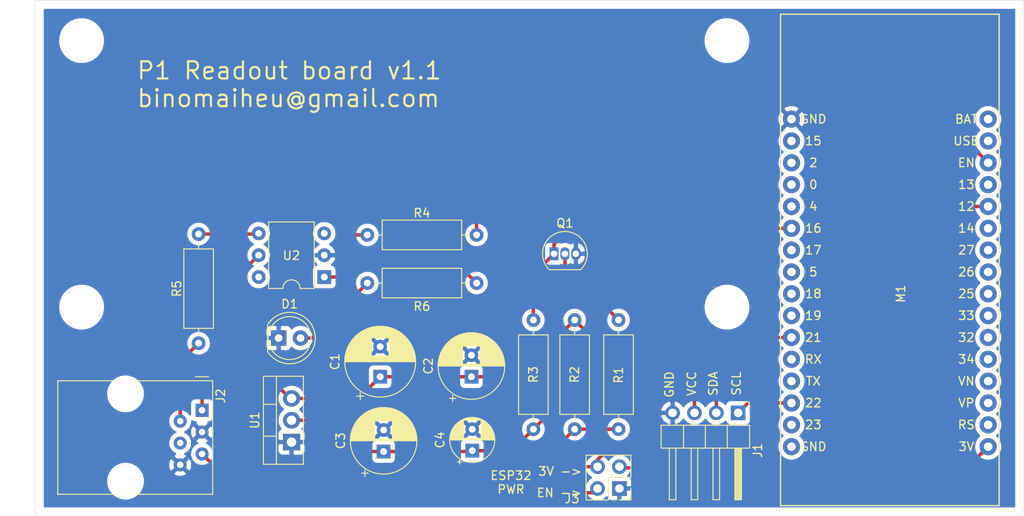
<source format=kicad_pcb>
(kicad_pcb (version 20171130) (host pcbnew "(5.1.10)-1")

  (general
    (thickness 1.6)
    (drawings 14)
    (tracks 86)
    (zones 0)
    (modules 22)
    (nets 44)
  )

  (page A4)
  (layers
    (0 F.Cu signal)
    (31 B.Cu signal)
    (32 B.Adhes user)
    (33 F.Adhes user)
    (34 B.Paste user)
    (35 F.Paste user)
    (36 B.SilkS user)
    (37 F.SilkS user)
    (38 B.Mask user)
    (39 F.Mask user)
    (40 Dwgs.User user)
    (41 Cmts.User user)
    (42 Eco1.User user)
    (43 Eco2.User user)
    (44 Edge.Cuts user)
    (45 Margin user)
    (46 B.CrtYd user)
    (47 F.CrtYd user)
    (48 B.Fab user)
    (49 F.Fab user)
  )

  (setup
    (last_trace_width 0.4)
    (trace_clearance 0.2)
    (zone_clearance 0.508)
    (zone_45_only no)
    (trace_min 0.2)
    (via_size 0.8)
    (via_drill 0.4)
    (via_min_size 0.4)
    (via_min_drill 0.3)
    (uvia_size 0.3)
    (uvia_drill 0.1)
    (uvias_allowed no)
    (uvia_min_size 0.2)
    (uvia_min_drill 0.1)
    (edge_width 0.05)
    (segment_width 0.4)
    (pcb_text_width 0.3)
    (pcb_text_size 1.5 1.5)
    (mod_edge_width 0.12)
    (mod_text_size 1 1)
    (mod_text_width 0.15)
    (pad_size 1.524 1.524)
    (pad_drill 0.762)
    (pad_to_mask_clearance 0)
    (aux_axis_origin 0 0)
    (visible_elements 7FFFFFFF)
    (pcbplotparams
      (layerselection 0x010fc_ffffffff)
      (usegerberextensions false)
      (usegerberattributes true)
      (usegerberadvancedattributes true)
      (creategerberjobfile true)
      (excludeedgelayer true)
      (linewidth 0.100000)
      (plotframeref false)
      (viasonmask false)
      (mode 1)
      (useauxorigin false)
      (hpglpennumber 1)
      (hpglpenspeed 20)
      (hpglpendiameter 15.000000)
      (psnegative false)
      (psa4output false)
      (plotreference true)
      (plotvalue true)
      (plotinvisibletext false)
      (padsonsilk false)
      (subtractmaskfromsilk false)
      (outputformat 1)
      (mirror false)
      (drillshape 1)
      (scaleselection 1)
      (outputdirectory ""))
  )

  (net 0 "")
  (net 1 GND)
  (net 2 5V)
  (net 3 "Net-(C3-Pad1)")
  (net 4 TX)
  (net 5 "Net-(M1-Pad32)")
  (net 6 "Net-(M1-Pad31)")
  (net 7 "Net-(M1-Pad29)")
  (net 8 "Net-(M1-Pad28)")
  (net 9 "Net-(M1-Pad26)")
  (net 10 "Net-(M1-Pad25)")
  (net 11 "Net-(M1-Pad24)")
  (net 12 "Net-(M1-Pad23)")
  (net 13 RX)
  (net 14 "Net-(M1-Pad21)")
  (net 15 "Net-(M1-Pad20)")
  (net 16 "Net-(M1-Pad19)")
  (net 17 "Net-(M1-Pad18)")
  (net 18 "Net-(M1-Pad15)")
  (net 19 "Net-(M1-Pad14)")
  (net 20 "Net-(M1-Pad13)")
  (net 21 "Net-(M1-Pad12)")
  (net 22 "Net-(M1-Pad11)")
  (net 23 "Net-(M1-Pad10)")
  (net 24 "Net-(M1-Pad9)")
  (net 25 "Net-(M1-Pad8)")
  (net 26 "Net-(M1-Pad7)")
  (net 27 "Net-(M1-Pad6)")
  (net 28 "Net-(M1-Pad4)")
  (net 29 "Net-(M1-Pad2)")
  (net 30 "Net-(M1-Pad1)")
  (net 31 "Net-(Q1-Pad2)")
  (net 32 GPIO12)
  (net 33 "Net-(R4-Pad1)")
  (net 34 "Net-(R5-Pad1)")
  (net 35 "Net-(U2-Pad6)")
  (net 36 "Net-(U2-Pad3)")
  (net 37 DRQ)
  (net 38 "Net-(J2-Pad4)")
  (net 39 LCD_SCL)
  (net 40 LCD_SDA)
  (net 41 "Net-(J3-Pad2)")
  (net 42 "Net-(J3-Pad3)")
  (net 43 "Net-(D1-Pad2)")

  (net_class Default "This is the default net class."
    (clearance 0.2)
    (trace_width 0.4)
    (via_dia 0.8)
    (via_drill 0.4)
    (uvia_dia 0.3)
    (uvia_drill 0.1)
    (add_net 5V)
    (add_net DRQ)
    (add_net GND)
    (add_net GPIO12)
    (add_net LCD_SCL)
    (add_net LCD_SDA)
    (add_net "Net-(C3-Pad1)")
    (add_net "Net-(D1-Pad2)")
    (add_net "Net-(J2-Pad4)")
    (add_net "Net-(J3-Pad2)")
    (add_net "Net-(J3-Pad3)")
    (add_net "Net-(M1-Pad1)")
    (add_net "Net-(M1-Pad10)")
    (add_net "Net-(M1-Pad11)")
    (add_net "Net-(M1-Pad12)")
    (add_net "Net-(M1-Pad13)")
    (add_net "Net-(M1-Pad14)")
    (add_net "Net-(M1-Pad15)")
    (add_net "Net-(M1-Pad18)")
    (add_net "Net-(M1-Pad19)")
    (add_net "Net-(M1-Pad2)")
    (add_net "Net-(M1-Pad20)")
    (add_net "Net-(M1-Pad21)")
    (add_net "Net-(M1-Pad23)")
    (add_net "Net-(M1-Pad24)")
    (add_net "Net-(M1-Pad25)")
    (add_net "Net-(M1-Pad26)")
    (add_net "Net-(M1-Pad28)")
    (add_net "Net-(M1-Pad29)")
    (add_net "Net-(M1-Pad31)")
    (add_net "Net-(M1-Pad32)")
    (add_net "Net-(M1-Pad4)")
    (add_net "Net-(M1-Pad6)")
    (add_net "Net-(M1-Pad7)")
    (add_net "Net-(M1-Pad8)")
    (add_net "Net-(M1-Pad9)")
    (add_net "Net-(Q1-Pad2)")
    (add_net "Net-(R4-Pad1)")
    (add_net "Net-(R5-Pad1)")
    (add_net "Net-(U2-Pad3)")
    (add_net "Net-(U2-Pad6)")
    (add_net RX)
    (add_net TX)
  )

  (module Resistor_THT:R_Axial_DIN0309_L9.0mm_D3.2mm_P12.70mm_Horizontal (layer F.Cu) (tedit 5AE5139B) (tstamp 61827669)
    (at 118.2 92.6)
    (descr "Resistor, Axial_DIN0309 series, Axial, Horizontal, pin pitch=12.7mm, 0.5W = 1/2W, length*diameter=9*3.2mm^2, http://cdn-reichelt.de/documents/datenblatt/B400/1_4W%23YAG.pdf")
    (tags "Resistor Axial_DIN0309 series Axial Horizontal pin pitch 12.7mm 0.5W = 1/2W length 9mm diameter 3.2mm")
    (path /61724C7D)
    (fp_text reference R4 (at 6.35 -2.54) (layer F.SilkS)
      (effects (font (size 1 1) (thickness 0.15)))
    )
    (fp_text value "220 Ohm" (at 6.35 2.72) (layer F.Fab)
      (effects (font (size 1 1) (thickness 0.15)))
    )
    (fp_line (start 13.75 -1.85) (end -1.05 -1.85) (layer F.CrtYd) (width 0.05))
    (fp_line (start 13.75 1.85) (end 13.75 -1.85) (layer F.CrtYd) (width 0.05))
    (fp_line (start -1.05 1.85) (end 13.75 1.85) (layer F.CrtYd) (width 0.05))
    (fp_line (start -1.05 -1.85) (end -1.05 1.85) (layer F.CrtYd) (width 0.05))
    (fp_line (start 11.66 0) (end 10.97 0) (layer F.SilkS) (width 0.12))
    (fp_line (start 1.04 0) (end 1.73 0) (layer F.SilkS) (width 0.12))
    (fp_line (start 10.97 -1.72) (end 1.73 -1.72) (layer F.SilkS) (width 0.12))
    (fp_line (start 10.97 1.72) (end 10.97 -1.72) (layer F.SilkS) (width 0.12))
    (fp_line (start 1.73 1.72) (end 10.97 1.72) (layer F.SilkS) (width 0.12))
    (fp_line (start 1.73 -1.72) (end 1.73 1.72) (layer F.SilkS) (width 0.12))
    (fp_line (start 12.7 0) (end 10.85 0) (layer F.Fab) (width 0.1))
    (fp_line (start 0 0) (end 1.85 0) (layer F.Fab) (width 0.1))
    (fp_line (start 10.85 -1.6) (end 1.85 -1.6) (layer F.Fab) (width 0.1))
    (fp_line (start 10.85 1.6) (end 10.85 -1.6) (layer F.Fab) (width 0.1))
    (fp_line (start 1.85 1.6) (end 10.85 1.6) (layer F.Fab) (width 0.1))
    (fp_line (start 1.85 -1.6) (end 1.85 1.6) (layer F.Fab) (width 0.1))
    (fp_text user %R (at 6.35 0) (layer F.Fab)
      (effects (font (size 1 1) (thickness 0.15)))
    )
    (pad 2 thru_hole oval (at 12.7 0) (size 1.6 1.6) (drill 0.8) (layers *.Cu *.Mask)
      (net 32 GPIO12))
    (pad 1 thru_hole circle (at 0 0) (size 1.6 1.6) (drill 0.8) (layers *.Cu *.Mask)
      (net 33 "Net-(R4-Pad1)"))
    (model ${KISYS3DMOD}/Resistor_THT.3dshapes/R_Axial_DIN0309_L9.0mm_D3.2mm_P12.70mm_Horizontal.wrl
      (at (xyz 0 0 0))
      (scale (xyz 1 1 1))
      (rotate (xyz 0 0 0))
    )
  )

  (module Resistor_THT:R_Axial_DIN0309_L9.0mm_D3.2mm_P12.70mm_Horizontal (layer F.Cu) (tedit 5AE5139B) (tstamp 618335D5)
    (at 130.9 98.2 180)
    (descr "Resistor, Axial_DIN0309 series, Axial, Horizontal, pin pitch=12.7mm, 0.5W = 1/2W, length*diameter=9*3.2mm^2, http://cdn-reichelt.de/documents/datenblatt/B400/1_4W%23YAG.pdf")
    (tags "Resistor Axial_DIN0309 series Axial Horizontal pin pitch 12.7mm 0.5W = 1/2W length 9mm diameter 3.2mm")
    (path /618C8B3A)
    (fp_text reference R6 (at 6.35 -2.72) (layer F.SilkS)
      (effects (font (size 1 1) (thickness 0.15)))
    )
    (fp_text value "220 Ohm" (at 6.35 2.72) (layer F.Fab)
      (effects (font (size 1 1) (thickness 0.15)))
    )
    (fp_text user %R (at 6.35 0) (layer F.Fab)
      (effects (font (size 1 1) (thickness 0.15)))
    )
    (fp_line (start 1.85 -1.6) (end 1.85 1.6) (layer F.Fab) (width 0.1))
    (fp_line (start 1.85 1.6) (end 10.85 1.6) (layer F.Fab) (width 0.1))
    (fp_line (start 10.85 1.6) (end 10.85 -1.6) (layer F.Fab) (width 0.1))
    (fp_line (start 10.85 -1.6) (end 1.85 -1.6) (layer F.Fab) (width 0.1))
    (fp_line (start 0 0) (end 1.85 0) (layer F.Fab) (width 0.1))
    (fp_line (start 12.7 0) (end 10.85 0) (layer F.Fab) (width 0.1))
    (fp_line (start 1.73 -1.72) (end 1.73 1.72) (layer F.SilkS) (width 0.12))
    (fp_line (start 1.73 1.72) (end 10.97 1.72) (layer F.SilkS) (width 0.12))
    (fp_line (start 10.97 1.72) (end 10.97 -1.72) (layer F.SilkS) (width 0.12))
    (fp_line (start 10.97 -1.72) (end 1.73 -1.72) (layer F.SilkS) (width 0.12))
    (fp_line (start 1.04 0) (end 1.73 0) (layer F.SilkS) (width 0.12))
    (fp_line (start 11.66 0) (end 10.97 0) (layer F.SilkS) (width 0.12))
    (fp_line (start -1.05 -1.85) (end -1.05 1.85) (layer F.CrtYd) (width 0.05))
    (fp_line (start -1.05 1.85) (end 13.75 1.85) (layer F.CrtYd) (width 0.05))
    (fp_line (start 13.75 1.85) (end 13.75 -1.85) (layer F.CrtYd) (width 0.05))
    (fp_line (start 13.75 -1.85) (end -1.05 -1.85) (layer F.CrtYd) (width 0.05))
    (pad 2 thru_hole oval (at 12.7 0 180) (size 1.6 1.6) (drill 0.8) (layers *.Cu *.Mask)
      (net 43 "Net-(D1-Pad2)"))
    (pad 1 thru_hole circle (at 0 0 180) (size 1.6 1.6) (drill 0.8) (layers *.Cu *.Mask)
      (net 3 "Net-(C3-Pad1)"))
    (model ${KISYS3DMOD}/Resistor_THT.3dshapes/R_Axial_DIN0309_L9.0mm_D3.2mm_P12.70mm_Horizontal.wrl
      (at (xyz 0 0 0))
      (scale (xyz 1 1 1))
      (rotate (xyz 0 0 0))
    )
  )

  (module LED_THT:LED_D5.0mm (layer F.Cu) (tedit 5995936A) (tstamp 6183395C)
    (at 107.9 104.6)
    (descr "LED, diameter 5.0mm, 2 pins, http://cdn-reichelt.de/documents/datenblatt/A500/LL-504BC2E-009.pdf")
    (tags "LED diameter 5.0mm 2 pins")
    (path /618C732B)
    (fp_text reference D1 (at 1.27 -3.96) (layer F.SilkS)
      (effects (font (size 1 1) (thickness 0.15)))
    )
    (fp_text value LED (at 1.27 3.96) (layer F.Fab)
      (effects (font (size 1 1) (thickness 0.15)))
    )
    (fp_text user %R (at 1.25 0) (layer F.Fab)
      (effects (font (size 0.8 0.8) (thickness 0.2)))
    )
    (fp_arc (start 1.27 0) (end -1.29 1.54483) (angle -148.9) (layer F.SilkS) (width 0.12))
    (fp_arc (start 1.27 0) (end -1.29 -1.54483) (angle 148.9) (layer F.SilkS) (width 0.12))
    (fp_arc (start 1.27 0) (end -1.23 -1.469694) (angle 299.1) (layer F.Fab) (width 0.1))
    (fp_circle (center 1.27 0) (end 3.77 0) (layer F.Fab) (width 0.1))
    (fp_circle (center 1.27 0) (end 3.77 0) (layer F.SilkS) (width 0.12))
    (fp_line (start -1.23 -1.469694) (end -1.23 1.469694) (layer F.Fab) (width 0.1))
    (fp_line (start -1.29 -1.545) (end -1.29 1.545) (layer F.SilkS) (width 0.12))
    (fp_line (start -1.95 -3.25) (end -1.95 3.25) (layer F.CrtYd) (width 0.05))
    (fp_line (start -1.95 3.25) (end 4.5 3.25) (layer F.CrtYd) (width 0.05))
    (fp_line (start 4.5 3.25) (end 4.5 -3.25) (layer F.CrtYd) (width 0.05))
    (fp_line (start 4.5 -3.25) (end -1.95 -3.25) (layer F.CrtYd) (width 0.05))
    (pad 2 thru_hole circle (at 2.54 0) (size 1.8 1.8) (drill 0.9) (layers *.Cu *.Mask)
      (net 43 "Net-(D1-Pad2)"))
    (pad 1 thru_hole rect (at 0 0) (size 1.8 1.8) (drill 0.9) (layers *.Cu *.Mask)
      (net 1 GND))
    (model ${KISYS3DMOD}/LED_THT.3dshapes/LED_D5.0mm.wrl
      (at (xyz 0 0 0))
      (scale (xyz 1 1 1))
      (rotate (xyz 0 0 0))
    )
  )

  (module Connector_PinHeader_2.54mm:PinHeader_2x02_P2.54mm_Vertical (layer F.Cu) (tedit 59FED5CC) (tstamp 6182FDAE)
    (at 147.5 122.1 180)
    (descr "Through hole straight pin header, 2x02, 2.54mm pitch, double rows")
    (tags "Through hole pin header THT 2x02 2.54mm double row")
    (path /618A0013)
    (fp_text reference J3 (at 5.5 -1.2) (layer F.SilkS)
      (effects (font (size 1 1) (thickness 0.15)))
    )
    (fp_text value "ESP32 Power" (at 1.27 4.87) (layer F.Fab)
      (effects (font (size 1 1) (thickness 0.15)))
    )
    (fp_text user %R (at 1.27 1.27 90) (layer F.Fab)
      (effects (font (size 1 1) (thickness 0.15)))
    )
    (fp_line (start 0 -1.27) (end 3.81 -1.27) (layer F.Fab) (width 0.1))
    (fp_line (start 3.81 -1.27) (end 3.81 3.81) (layer F.Fab) (width 0.1))
    (fp_line (start 3.81 3.81) (end -1.27 3.81) (layer F.Fab) (width 0.1))
    (fp_line (start -1.27 3.81) (end -1.27 0) (layer F.Fab) (width 0.1))
    (fp_line (start -1.27 0) (end 0 -1.27) (layer F.Fab) (width 0.1))
    (fp_line (start -1.33 3.87) (end 3.87 3.87) (layer F.SilkS) (width 0.12))
    (fp_line (start -1.33 1.27) (end -1.33 3.87) (layer F.SilkS) (width 0.12))
    (fp_line (start 3.87 -1.33) (end 3.87 3.87) (layer F.SilkS) (width 0.12))
    (fp_line (start -1.33 1.27) (end 1.27 1.27) (layer F.SilkS) (width 0.12))
    (fp_line (start 1.27 1.27) (end 1.27 -1.33) (layer F.SilkS) (width 0.12))
    (fp_line (start 1.27 -1.33) (end 3.87 -1.33) (layer F.SilkS) (width 0.12))
    (fp_line (start -1.33 0) (end -1.33 -1.33) (layer F.SilkS) (width 0.12))
    (fp_line (start -1.33 -1.33) (end 0 -1.33) (layer F.SilkS) (width 0.12))
    (fp_line (start -1.8 -1.8) (end -1.8 4.35) (layer F.CrtYd) (width 0.05))
    (fp_line (start -1.8 4.35) (end 4.35 4.35) (layer F.CrtYd) (width 0.05))
    (fp_line (start 4.35 4.35) (end 4.35 -1.8) (layer F.CrtYd) (width 0.05))
    (fp_line (start 4.35 -1.8) (end -1.8 -1.8) (layer F.CrtYd) (width 0.05))
    (pad 4 thru_hole oval (at 2.54 2.54 180) (size 1.7 1.7) (drill 1) (layers *.Cu *.Mask)
      (net 3 "Net-(C3-Pad1)"))
    (pad 3 thru_hole oval (at 0 2.54 180) (size 1.7 1.7) (drill 1) (layers *.Cu *.Mask)
      (net 42 "Net-(J3-Pad3)"))
    (pad 2 thru_hole oval (at 2.54 0 180) (size 1.7 1.7) (drill 1) (layers *.Cu *.Mask)
      (net 41 "Net-(J3-Pad2)"))
    (pad 1 thru_hole rect (at 0 0 180) (size 1.7 1.7) (drill 1) (layers *.Cu *.Mask)
      (net 1 GND))
    (model ${KISYS3DMOD}/Connector_PinHeader_2.54mm.3dshapes/PinHeader_2x02_P2.54mm_Vertical.wrl
      (at (xyz 0 0 0))
      (scale (xyz 1 1 1))
      (rotate (xyz 0 0 0))
    )
  )

  (module Resistor_THT:R_Axial_DIN0309_L9.0mm_D3.2mm_P12.70mm_Horizontal (layer F.Cu) (tedit 5AE5139B) (tstamp 61828BF0)
    (at 137.5 115.2 90)
    (descr "Resistor, Axial_DIN0309 series, Axial, Horizontal, pin pitch=12.7mm, 0.5W = 1/2W, length*diameter=9*3.2mm^2, http://cdn-reichelt.de/documents/datenblatt/B400/1_4W%23YAG.pdf")
    (tags "Resistor Axial_DIN0309 series Axial Horizontal pin pitch 12.7mm 0.5W = 1/2W length 9mm diameter 3.2mm")
    (path /616F9588)
    (fp_text reference R3 (at 6.35 0 90) (layer F.SilkS)
      (effects (font (size 1 1) (thickness 0.15)))
    )
    (fp_text value "2.2 kOhm" (at 6.35 2.72 90) (layer F.Fab)
      (effects (font (size 1 1) (thickness 0.15)))
    )
    (fp_text user %R (at 6.35 0 90) (layer F.Fab)
      (effects (font (size 1 1) (thickness 0.15)))
    )
    (fp_line (start 1.85 -1.6) (end 1.85 1.6) (layer F.Fab) (width 0.1))
    (fp_line (start 1.85 1.6) (end 10.85 1.6) (layer F.Fab) (width 0.1))
    (fp_line (start 10.85 1.6) (end 10.85 -1.6) (layer F.Fab) (width 0.1))
    (fp_line (start 10.85 -1.6) (end 1.85 -1.6) (layer F.Fab) (width 0.1))
    (fp_line (start 0 0) (end 1.85 0) (layer F.Fab) (width 0.1))
    (fp_line (start 12.7 0) (end 10.85 0) (layer F.Fab) (width 0.1))
    (fp_line (start 1.73 -1.72) (end 1.73 1.72) (layer F.SilkS) (width 0.12))
    (fp_line (start 1.73 1.72) (end 10.97 1.72) (layer F.SilkS) (width 0.12))
    (fp_line (start 10.97 1.72) (end 10.97 -1.72) (layer F.SilkS) (width 0.12))
    (fp_line (start 10.97 -1.72) (end 1.73 -1.72) (layer F.SilkS) (width 0.12))
    (fp_line (start 1.04 0) (end 1.73 0) (layer F.SilkS) (width 0.12))
    (fp_line (start 11.66 0) (end 10.97 0) (layer F.SilkS) (width 0.12))
    (fp_line (start -1.05 -1.85) (end -1.05 1.85) (layer F.CrtYd) (width 0.05))
    (fp_line (start -1.05 1.85) (end 13.75 1.85) (layer F.CrtYd) (width 0.05))
    (fp_line (start 13.75 1.85) (end 13.75 -1.85) (layer F.CrtYd) (width 0.05))
    (fp_line (start 13.75 -1.85) (end -1.05 -1.85) (layer F.CrtYd) (width 0.05))
    (pad 2 thru_hole oval (at 12.7 0 90) (size 1.6 1.6) (drill 0.8) (layers *.Cu *.Mask)
      (net 13 RX))
    (pad 1 thru_hole circle (at 0 0 90) (size 1.6 1.6) (drill 0.8) (layers *.Cu *.Mask)
      (net 3 "Net-(C3-Pad1)"))
    (model ${KISYS3DMOD}/Resistor_THT.3dshapes/R_Axial_DIN0309_L9.0mm_D3.2mm_P12.70mm_Horizontal.wrl
      (at (xyz 0 0 0))
      (scale (xyz 1 1 1))
      (rotate (xyz 0 0 0))
    )
  )

  (module MountingHole:MountingHole_3.2mm_M3 locked (layer F.Cu) (tedit 56D1B4CB) (tstamp 61827B68)
    (at 160 101)
    (descr "Mounting Hole 3.2mm, no annular, M3")
    (tags "mounting hole 3.2mm no annular m3")
    (solder_mask_margin 1)
    (clearance 1)
    (fp_text reference "" (at 0 -4.2) (layer F.SilkS)
      (effects (font (size 1 1) (thickness 0.15)))
    )
    (fp_text value MountingHole_3.2mm_M3 (at 0 4.2) (layer F.Fab)
      (effects (font (size 1 1) (thickness 0.15)))
    )
    (fp_circle (center 0 0) (end 3.45 0) (layer F.CrtYd) (width 0.05))
    (fp_circle (center 0 0) (end 3.2 0) (layer Cmts.User) (width 0.15))
    (fp_text user %R (at 0.3 0) (layer F.Fab)
      (effects (font (size 1 1) (thickness 0.15)))
    )
    (pad 1 np_thru_hole circle (at 0 0) (size 3.2 3.2) (drill 3.2) (layers *.Cu *.Mask))
  )

  (module MountingHole:MountingHole_3.2mm_M3 locked (layer F.Cu) (tedit 56D1B4CB) (tstamp 61820217)
    (at 85 101)
    (descr "Mounting Hole 3.2mm, no annular, M3")
    (tags "mounting hole 3.2mm no annular m3")
    (solder_mask_margin 1)
    (clearance 1)
    (fp_text reference "" (at 0 -4.2) (layer F.SilkS)
      (effects (font (size 1 1) (thickness 0.15)))
    )
    (fp_text value MountingHole_3.2mm_M3 (at 0 4.2) (layer F.Fab)
      (effects (font (size 1 1) (thickness 0.15)))
    )
    (fp_text user %R (at 0.3 0) (layer F.Fab)
      (effects (font (size 1 1) (thickness 0.15)))
    )
    (fp_circle (center 0 0) (end 3.2 0) (layer Cmts.User) (width 0.15))
    (fp_circle (center 0 0) (end 3.45 0) (layer F.CrtYd) (width 0.05))
    (pad 1 np_thru_hole circle (at 0 0) (size 3.2 3.2) (drill 3.2) (layers *.Cu *.Mask))
  )

  (module MountingHole:MountingHole_3.2mm_M3 locked (layer F.Cu) (tedit 56D1B4CB) (tstamp 61820209)
    (at 85 70)
    (descr "Mounting Hole 3.2mm, no annular, M3")
    (tags "mounting hole 3.2mm no annular m3")
    (solder_mask_margin 1)
    (clearance 1)
    (fp_text reference "" (at 0 -4.2) (layer F.SilkS)
      (effects (font (size 1 1) (thickness 0.15)))
    )
    (fp_text value MountingHole_3.2mm_M3 (at 0 4.2) (layer F.Fab)
      (effects (font (size 1 1) (thickness 0.15)))
    )
    (fp_circle (center 0 0) (end 3.45 0) (layer F.CrtYd) (width 0.05))
    (fp_circle (center 0 0) (end 3.2 0) (layer Cmts.User) (width 0.15))
    (fp_text user %R (at 0.3 0) (layer F.Fab)
      (effects (font (size 1 1) (thickness 0.15)))
    )
    (pad 1 np_thru_hole circle (at 0 0) (size 3.2 3.2) (drill 3.2) (layers *.Cu *.Mask))
  )

  (module MountingHole:MountingHole_3.2mm_M3 locked (layer F.Cu) (tedit 56D1B4CB) (tstamp 618200BC)
    (at 160 70)
    (descr "Mounting Hole 3.2mm, no annular, M3")
    (tags "mounting hole 3.2mm no annular m3")
    (solder_mask_margin 1)
    (clearance 1)
    (fp_text reference "" (at 0 -4.2) (layer F.SilkS)
      (effects (font (size 1 1) (thickness 0.15)))
    )
    (fp_text value MountingHole_3.2mm_M3 (at 0 4.2) (layer F.Fab)
      (effects (font (size 1 1) (thickness 0.15)))
    )
    (fp_text user %R (at 0.3 0) (layer F.Fab)
      (effects (font (size 1 1) (thickness 0.15)))
    )
    (fp_circle (center 0 0) (end 3.2 0) (layer Cmts.User) (width 0.15))
    (fp_circle (center 0 0) (end 3.45 0) (layer F.CrtYd) (width 0.05))
    (pad 1 np_thru_hole circle (at 0 0) (size 3.2 3.2) (drill 3.2) (layers *.Cu *.Mask))
  )

  (module Connector_PinHeader_2.54mm:PinHeader_1x04_P2.54mm_Horizontal (layer F.Cu) (tedit 59FED5CB) (tstamp 61820399)
    (at 161.3 113.3 270)
    (descr "Through hole angled pin header, 1x04, 2.54mm pitch, 6mm pin length, single row")
    (tags "Through hole angled pin header THT 1x04 2.54mm single row")
    (path /6181D765)
    (fp_text reference J1 (at 4.385 -2.27 90) (layer F.SilkS)
      (effects (font (size 1 1) (thickness 0.15)))
    )
    (fp_text value "LCD pin header" (at 4.385 9.89 90) (layer F.Fab)
      (effects (font (size 1 1) (thickness 0.15)))
    )
    (fp_text user %R (at 2.77 3.81) (layer F.Fab)
      (effects (font (size 1 1) (thickness 0.15)))
    )
    (fp_line (start 2.135 -1.27) (end 4.04 -1.27) (layer F.Fab) (width 0.1))
    (fp_line (start 4.04 -1.27) (end 4.04 8.89) (layer F.Fab) (width 0.1))
    (fp_line (start 4.04 8.89) (end 1.5 8.89) (layer F.Fab) (width 0.1))
    (fp_line (start 1.5 8.89) (end 1.5 -0.635) (layer F.Fab) (width 0.1))
    (fp_line (start 1.5 -0.635) (end 2.135 -1.27) (layer F.Fab) (width 0.1))
    (fp_line (start -0.32 -0.32) (end 1.5 -0.32) (layer F.Fab) (width 0.1))
    (fp_line (start -0.32 -0.32) (end -0.32 0.32) (layer F.Fab) (width 0.1))
    (fp_line (start -0.32 0.32) (end 1.5 0.32) (layer F.Fab) (width 0.1))
    (fp_line (start 4.04 -0.32) (end 10.04 -0.32) (layer F.Fab) (width 0.1))
    (fp_line (start 10.04 -0.32) (end 10.04 0.32) (layer F.Fab) (width 0.1))
    (fp_line (start 4.04 0.32) (end 10.04 0.32) (layer F.Fab) (width 0.1))
    (fp_line (start -0.32 2.22) (end 1.5 2.22) (layer F.Fab) (width 0.1))
    (fp_line (start -0.32 2.22) (end -0.32 2.86) (layer F.Fab) (width 0.1))
    (fp_line (start -0.32 2.86) (end 1.5 2.86) (layer F.Fab) (width 0.1))
    (fp_line (start 4.04 2.22) (end 10.04 2.22) (layer F.Fab) (width 0.1))
    (fp_line (start 10.04 2.22) (end 10.04 2.86) (layer F.Fab) (width 0.1))
    (fp_line (start 4.04 2.86) (end 10.04 2.86) (layer F.Fab) (width 0.1))
    (fp_line (start -0.32 4.76) (end 1.5 4.76) (layer F.Fab) (width 0.1))
    (fp_line (start -0.32 4.76) (end -0.32 5.4) (layer F.Fab) (width 0.1))
    (fp_line (start -0.32 5.4) (end 1.5 5.4) (layer F.Fab) (width 0.1))
    (fp_line (start 4.04 4.76) (end 10.04 4.76) (layer F.Fab) (width 0.1))
    (fp_line (start 10.04 4.76) (end 10.04 5.4) (layer F.Fab) (width 0.1))
    (fp_line (start 4.04 5.4) (end 10.04 5.4) (layer F.Fab) (width 0.1))
    (fp_line (start -0.32 7.3) (end 1.5 7.3) (layer F.Fab) (width 0.1))
    (fp_line (start -0.32 7.3) (end -0.32 7.94) (layer F.Fab) (width 0.1))
    (fp_line (start -0.32 7.94) (end 1.5 7.94) (layer F.Fab) (width 0.1))
    (fp_line (start 4.04 7.3) (end 10.04 7.3) (layer F.Fab) (width 0.1))
    (fp_line (start 10.04 7.3) (end 10.04 7.94) (layer F.Fab) (width 0.1))
    (fp_line (start 4.04 7.94) (end 10.04 7.94) (layer F.Fab) (width 0.1))
    (fp_line (start 1.44 -1.33) (end 1.44 8.95) (layer F.SilkS) (width 0.12))
    (fp_line (start 1.44 8.95) (end 4.1 8.95) (layer F.SilkS) (width 0.12))
    (fp_line (start 4.1 8.95) (end 4.1 -1.33) (layer F.SilkS) (width 0.12))
    (fp_line (start 4.1 -1.33) (end 1.44 -1.33) (layer F.SilkS) (width 0.12))
    (fp_line (start 4.1 -0.38) (end 10.1 -0.38) (layer F.SilkS) (width 0.12))
    (fp_line (start 10.1 -0.38) (end 10.1 0.38) (layer F.SilkS) (width 0.12))
    (fp_line (start 10.1 0.38) (end 4.1 0.38) (layer F.SilkS) (width 0.12))
    (fp_line (start 4.1 -0.32) (end 10.1 -0.32) (layer F.SilkS) (width 0.12))
    (fp_line (start 4.1 -0.2) (end 10.1 -0.2) (layer F.SilkS) (width 0.12))
    (fp_line (start 4.1 -0.08) (end 10.1 -0.08) (layer F.SilkS) (width 0.12))
    (fp_line (start 4.1 0.04) (end 10.1 0.04) (layer F.SilkS) (width 0.12))
    (fp_line (start 4.1 0.16) (end 10.1 0.16) (layer F.SilkS) (width 0.12))
    (fp_line (start 4.1 0.28) (end 10.1 0.28) (layer F.SilkS) (width 0.12))
    (fp_line (start 1.11 -0.38) (end 1.44 -0.38) (layer F.SilkS) (width 0.12))
    (fp_line (start 1.11 0.38) (end 1.44 0.38) (layer F.SilkS) (width 0.12))
    (fp_line (start 1.44 1.27) (end 4.1 1.27) (layer F.SilkS) (width 0.12))
    (fp_line (start 4.1 2.16) (end 10.1 2.16) (layer F.SilkS) (width 0.12))
    (fp_line (start 10.1 2.16) (end 10.1 2.92) (layer F.SilkS) (width 0.12))
    (fp_line (start 10.1 2.92) (end 4.1 2.92) (layer F.SilkS) (width 0.12))
    (fp_line (start 1.042929 2.16) (end 1.44 2.16) (layer F.SilkS) (width 0.12))
    (fp_line (start 1.042929 2.92) (end 1.44 2.92) (layer F.SilkS) (width 0.12))
    (fp_line (start 1.44 3.81) (end 4.1 3.81) (layer F.SilkS) (width 0.12))
    (fp_line (start 4.1 4.7) (end 10.1 4.7) (layer F.SilkS) (width 0.12))
    (fp_line (start 10.1 4.7) (end 10.1 5.46) (layer F.SilkS) (width 0.12))
    (fp_line (start 10.1 5.46) (end 4.1 5.46) (layer F.SilkS) (width 0.12))
    (fp_line (start 1.042929 4.7) (end 1.44 4.7) (layer F.SilkS) (width 0.12))
    (fp_line (start 1.042929 5.46) (end 1.44 5.46) (layer F.SilkS) (width 0.12))
    (fp_line (start 1.44 6.35) (end 4.1 6.35) (layer F.SilkS) (width 0.12))
    (fp_line (start 4.1 7.24) (end 10.1 7.24) (layer F.SilkS) (width 0.12))
    (fp_line (start 10.1 7.24) (end 10.1 8) (layer F.SilkS) (width 0.12))
    (fp_line (start 10.1 8) (end 4.1 8) (layer F.SilkS) (width 0.12))
    (fp_line (start 1.042929 7.24) (end 1.44 7.24) (layer F.SilkS) (width 0.12))
    (fp_line (start 1.042929 8) (end 1.44 8) (layer F.SilkS) (width 0.12))
    (fp_line (start -1.27 0) (end -1.27 -1.27) (layer F.SilkS) (width 0.12))
    (fp_line (start -1.27 -1.27) (end 0 -1.27) (layer F.SilkS) (width 0.12))
    (fp_line (start -1.8 -1.8) (end -1.8 9.4) (layer F.CrtYd) (width 0.05))
    (fp_line (start -1.8 9.4) (end 10.55 9.4) (layer F.CrtYd) (width 0.05))
    (fp_line (start 10.55 9.4) (end 10.55 -1.8) (layer F.CrtYd) (width 0.05))
    (fp_line (start 10.55 -1.8) (end -1.8 -1.8) (layer F.CrtYd) (width 0.05))
    (pad 4 thru_hole oval (at 0 7.62 270) (size 1.7 1.7) (drill 1) (layers *.Cu *.Mask)
      (net 1 GND))
    (pad 3 thru_hole oval (at 0 5.08 270) (size 1.7 1.7) (drill 1) (layers *.Cu *.Mask)
      (net 2 5V))
    (pad 2 thru_hole oval (at 0 2.54 270) (size 1.7 1.7) (drill 1) (layers *.Cu *.Mask)
      (net 40 LCD_SDA))
    (pad 1 thru_hole rect (at 0 0 270) (size 1.7 1.7) (drill 1) (layers *.Cu *.Mask)
      (net 39 LCD_SCL))
    (model ${KISYS3DMOD}/Connector_PinHeader_2.54mm.3dshapes/PinHeader_1x04_P2.54mm_Horizontal.wrl
      (at (xyz 0 0 0))
      (scale (xyz 1 1 1))
      (rotate (xyz 0 0 0))
    )
  )

  (module Connector_RJ:RJ12_Amphenol_54601 (layer F.Cu) (tedit 5AE2E32D) (tstamp 6171EAC2)
    (at 99 113 270)
    (descr "RJ12 connector  https://cdn.amphenol-icc.com/media/wysiwyg/files/drawing/c-bmj-0082.pdf")
    (tags "RJ12 connector")
    (path /61734E38)
    (fp_text reference J2 (at -1.67 -2.16 90) (layer F.SilkS)
      (effects (font (size 1 1) (thickness 0.15)))
    )
    (fp_text value RJ12 (at 3.54 18.3 90) (layer F.Fab)
      (effects (font (size 1 1) (thickness 0.15)))
    )
    (fp_line (start -3.43 16.77) (end -3.43 0.52) (layer F.Fab) (width 0.1))
    (fp_line (start -3.43 -1.23) (end 9.77 -1.23) (layer F.Fab) (width 0.1))
    (fp_line (start 9.77 -1.23) (end 9.77 16.77) (layer F.Fab) (width 0.1))
    (fp_line (start 9.77 16.77) (end -3.43 16.77) (layer F.Fab) (width 0.1))
    (fp_line (start -4.04 -1.73) (end 10.38 -1.73) (layer F.CrtYd) (width 0.05))
    (fp_line (start 10.38 -1.73) (end 10.38 17.27) (layer F.CrtYd) (width 0.05))
    (fp_line (start 10.38 17.27) (end -4.04 17.27) (layer F.CrtYd) (width 0.05))
    (fp_line (start -4.04 17.27) (end -4.04 -1.73) (layer F.CrtYd) (width 0.05))
    (fp_line (start -3.43 -1.23) (end 9.77 -1.23) (layer F.SilkS) (width 0.12))
    (fp_line (start 9.77 -1.23) (end 9.77 7.79) (layer F.SilkS) (width 0.12))
    (fp_line (start 9.77 16.65) (end 9.77 16.77) (layer F.SilkS) (width 0.1))
    (fp_line (start 9.77 16.77) (end 9.77 9.99) (layer F.SilkS) (width 0.12))
    (fp_line (start 9.77 16.76) (end 9.77 16.77) (layer F.SilkS) (width 0.1))
    (fp_line (start 9.77 16.77) (end -3.43 16.77) (layer F.SilkS) (width 0.12))
    (fp_line (start -3.43 16.77) (end -3.43 9.99) (layer F.SilkS) (width 0.12))
    (fp_line (start -3.43 7.72) (end -3.43 7.79) (layer F.SilkS) (width 0.1))
    (fp_line (start -3.43 7.79) (end -3.43 -1.23) (layer F.SilkS) (width 0.12))
    (fp_line (start -3.9 0.77) (end -3.9 -0.76) (layer F.SilkS) (width 0.12))
    (fp_line (start -3.43 0.52) (end -2.93 0.02) (layer F.Fab) (width 0.1))
    (fp_line (start -2.93 0.02) (end -3.43 -0.48) (layer F.Fab) (width 0.1))
    (fp_line (start -3.43 -0.48) (end -3.43 -1.23) (layer F.Fab) (width 0.1))
    (fp_text user %R (at 3.16 7.76 90) (layer F.Fab)
      (effects (font (size 1 1) (thickness 0.15)))
    )
    (pad 1 thru_hole rect (at 0 0 270) (size 1.52 1.52) (drill 0.76) (layers *.Cu *.Mask)
      (net 2 5V))
    (pad "" np_thru_hole circle (at -1.91 8.89 270) (size 3.25 3.25) (drill 3.25) (layers *.Cu *.Mask))
    (pad 2 thru_hole circle (at 1.27 2.54 270) (size 1.52 1.52) (drill 0.76) (layers *.Cu *.Mask)
      (net 37 DRQ))
    (pad 3 thru_hole circle (at 2.54 0 270) (size 1.52 1.52) (drill 0.76) (layers *.Cu *.Mask)
      (net 1 GND))
    (pad 4 thru_hole circle (at 3.81 2.54 270) (size 1.52 1.52) (drill 0.76) (layers *.Cu *.Mask)
      (net 38 "Net-(J2-Pad4)"))
    (pad 5 thru_hole circle (at 5.08 0 270) (size 1.52 1.52) (drill 0.76) (layers *.Cu *.Mask)
      (net 4 TX))
    (pad 6 thru_hole circle (at 6.35 2.54 270) (size 1.52 1.52) (drill 0.76) (layers *.Cu *.Mask)
      (net 1 GND))
    (pad "" np_thru_hole circle (at 8.25 8.89 270) (size 3.25 3.25) (drill 3.25) (layers *.Cu *.Mask))
    (model ${KISYS3DMOD}/Connector_RJ.3dshapes/RJ12_Amphenol_54601.wrl
      (at (xyz 0 0 0))
      (scale (xyz 1 1 1))
      (rotate (xyz 0 0 0))
    )
  )

  (module Package_DIP:DIP-6_W7.62mm (layer F.Cu) (tedit 5A02E8C5) (tstamp 6181CDED)
    (at 113.2 97.5 180)
    (descr "6-lead though-hole mounted DIP package, row spacing 7.62 mm (300 mils)")
    (tags "THT DIP DIL PDIP 2.54mm 7.62mm 300mil")
    (path /61721E8F)
    (fp_text reference U2 (at 3.81 2.5) (layer F.SilkS)
      (effects (font (size 1 1) (thickness 0.15)))
    )
    (fp_text value 4N35 (at 3.81 7.41) (layer F.Fab)
      (effects (font (size 1 1) (thickness 0.15)))
    )
    (fp_line (start 8.7 -1.55) (end -1.1 -1.55) (layer F.CrtYd) (width 0.05))
    (fp_line (start 8.7 6.6) (end 8.7 -1.55) (layer F.CrtYd) (width 0.05))
    (fp_line (start -1.1 6.6) (end 8.7 6.6) (layer F.CrtYd) (width 0.05))
    (fp_line (start -1.1 -1.55) (end -1.1 6.6) (layer F.CrtYd) (width 0.05))
    (fp_line (start 6.46 -1.33) (end 4.81 -1.33) (layer F.SilkS) (width 0.12))
    (fp_line (start 6.46 6.41) (end 6.46 -1.33) (layer F.SilkS) (width 0.12))
    (fp_line (start 1.16 6.41) (end 6.46 6.41) (layer F.SilkS) (width 0.12))
    (fp_line (start 1.16 -1.33) (end 1.16 6.41) (layer F.SilkS) (width 0.12))
    (fp_line (start 2.81 -1.33) (end 1.16 -1.33) (layer F.SilkS) (width 0.12))
    (fp_line (start 0.635 -0.27) (end 1.635 -1.27) (layer F.Fab) (width 0.1))
    (fp_line (start 0.635 6.35) (end 0.635 -0.27) (layer F.Fab) (width 0.1))
    (fp_line (start 6.985 6.35) (end 0.635 6.35) (layer F.Fab) (width 0.1))
    (fp_line (start 6.985 -1.27) (end 6.985 6.35) (layer F.Fab) (width 0.1))
    (fp_line (start 1.635 -1.27) (end 6.985 -1.27) (layer F.Fab) (width 0.1))
    (fp_text user %R (at 3.81 2.54) (layer F.Fab)
      (effects (font (size 1 1) (thickness 0.15)))
    )
    (fp_arc (start 3.81 -1.33) (end 2.81 -1.33) (angle -180) (layer F.SilkS) (width 0.12))
    (pad 6 thru_hole oval (at 7.62 0 180) (size 1.6 1.6) (drill 0.8) (layers *.Cu *.Mask)
      (net 35 "Net-(U2-Pad6)"))
    (pad 3 thru_hole oval (at 0 5.08 180) (size 1.6 1.6) (drill 0.8) (layers *.Cu *.Mask)
      (net 36 "Net-(U2-Pad3)"))
    (pad 5 thru_hole oval (at 7.62 2.54 180) (size 1.6 1.6) (drill 0.8) (layers *.Cu *.Mask)
      (net 2 5V))
    (pad 2 thru_hole oval (at 0 2.54 180) (size 1.6 1.6) (drill 0.8) (layers *.Cu *.Mask)
      (net 1 GND))
    (pad 4 thru_hole oval (at 7.62 5.08 180) (size 1.6 1.6) (drill 0.8) (layers *.Cu *.Mask)
      (net 34 "Net-(R5-Pad1)"))
    (pad 1 thru_hole rect (at 0 0 180) (size 1.6 1.6) (drill 0.8) (layers *.Cu *.Mask)
      (net 33 "Net-(R4-Pad1)"))
    (model ${KISYS3DMOD}/Package_DIP.3dshapes/DIP-6_W7.62mm.wrl
      (at (xyz 0 0 0))
      (scale (xyz 1 1 1))
      (rotate (xyz 0 0 0))
    )
  )

  (module Resistor_THT:R_Axial_DIN0309_L9.0mm_D3.2mm_P12.70mm_Horizontal (layer F.Cu) (tedit 5AE5139B) (tstamp 6171BA51)
    (at 98.6 92.5 270)
    (descr "Resistor, Axial_DIN0309 series, Axial, Horizontal, pin pitch=12.7mm, 0.5W = 1/2W, length*diameter=9*3.2mm^2, http://cdn-reichelt.de/documents/datenblatt/B400/1_4W%23YAG.pdf")
    (tags "Resistor Axial_DIN0309 series Axial Horizontal pin pitch 12.7mm 0.5W = 1/2W length 9mm diameter 3.2mm")
    (path /6172479D)
    (fp_text reference R5 (at 6.35 2.54 90) (layer F.SilkS)
      (effects (font (size 1 1) (thickness 0.15)))
    )
    (fp_text value "10 Ohm" (at 6.35 2.72 90) (layer F.Fab)
      (effects (font (size 1 1) (thickness 0.15)))
    )
    (fp_line (start 13.75 -1.85) (end -1.05 -1.85) (layer F.CrtYd) (width 0.05))
    (fp_line (start 13.75 1.85) (end 13.75 -1.85) (layer F.CrtYd) (width 0.05))
    (fp_line (start -1.05 1.85) (end 13.75 1.85) (layer F.CrtYd) (width 0.05))
    (fp_line (start -1.05 -1.85) (end -1.05 1.85) (layer F.CrtYd) (width 0.05))
    (fp_line (start 11.66 0) (end 10.97 0) (layer F.SilkS) (width 0.12))
    (fp_line (start 1.04 0) (end 1.73 0) (layer F.SilkS) (width 0.12))
    (fp_line (start 10.97 -1.72) (end 1.73 -1.72) (layer F.SilkS) (width 0.12))
    (fp_line (start 10.97 1.72) (end 10.97 -1.72) (layer F.SilkS) (width 0.12))
    (fp_line (start 1.73 1.72) (end 10.97 1.72) (layer F.SilkS) (width 0.12))
    (fp_line (start 1.73 -1.72) (end 1.73 1.72) (layer F.SilkS) (width 0.12))
    (fp_line (start 12.7 0) (end 10.85 0) (layer F.Fab) (width 0.1))
    (fp_line (start 0 0) (end 1.85 0) (layer F.Fab) (width 0.1))
    (fp_line (start 10.85 -1.6) (end 1.85 -1.6) (layer F.Fab) (width 0.1))
    (fp_line (start 10.85 1.6) (end 10.85 -1.6) (layer F.Fab) (width 0.1))
    (fp_line (start 1.85 1.6) (end 10.85 1.6) (layer F.Fab) (width 0.1))
    (fp_line (start 1.85 -1.6) (end 1.85 1.6) (layer F.Fab) (width 0.1))
    (fp_text user %R (at 6.35 0 90) (layer F.Fab)
      (effects (font (size 1 1) (thickness 0.15)))
    )
    (pad 2 thru_hole oval (at 12.7 0 270) (size 1.6 1.6) (drill 0.8) (layers *.Cu *.Mask)
      (net 37 DRQ))
    (pad 1 thru_hole circle (at 0 0 270) (size 1.6 1.6) (drill 0.8) (layers *.Cu *.Mask)
      (net 34 "Net-(R5-Pad1)"))
    (model ${KISYS3DMOD}/Resistor_THT.3dshapes/R_Axial_DIN0309_L9.0mm_D3.2mm_P12.70mm_Horizontal.wrl
      (at (xyz 0 0 0))
      (scale (xyz 1 1 1))
      (rotate (xyz 0 0 0))
    )
  )

  (module Capacitor_THT:CP_Radial_D7.5mm_P2.50mm (layer F.Cu) (tedit 5AE50EF0) (tstamp 6170D173)
    (at 130.3 109.1 90)
    (descr "CP, Radial series, Radial, pin pitch=2.50mm, , diameter=7.5mm, Electrolytic Capacitor")
    (tags "CP Radial series Radial pin pitch 2.50mm  diameter 7.5mm Electrolytic Capacitor")
    (path /616DF5D7)
    (fp_text reference C2 (at 1.25 -5 90) (layer F.SilkS)
      (effects (font (size 1 1) (thickness 0.15)))
    )
    (fp_text value "1 µF" (at 1.25 5 90) (layer F.Fab)
      (effects (font (size 1 1) (thickness 0.15)))
    )
    (fp_circle (center 1.25 0) (end 5 0) (layer F.Fab) (width 0.1))
    (fp_circle (center 1.25 0) (end 5.12 0) (layer F.SilkS) (width 0.12))
    (fp_circle (center 1.25 0) (end 5.25 0) (layer F.CrtYd) (width 0.05))
    (fp_line (start -1.961233 -1.6375) (end -1.211233 -1.6375) (layer F.Fab) (width 0.1))
    (fp_line (start -1.586233 -2.0125) (end -1.586233 -1.2625) (layer F.Fab) (width 0.1))
    (fp_line (start 1.25 -3.83) (end 1.25 3.83) (layer F.SilkS) (width 0.12))
    (fp_line (start 1.29 -3.83) (end 1.29 3.83) (layer F.SilkS) (width 0.12))
    (fp_line (start 1.33 -3.83) (end 1.33 3.83) (layer F.SilkS) (width 0.12))
    (fp_line (start 1.37 -3.829) (end 1.37 3.829) (layer F.SilkS) (width 0.12))
    (fp_line (start 1.41 -3.827) (end 1.41 3.827) (layer F.SilkS) (width 0.12))
    (fp_line (start 1.45 -3.825) (end 1.45 3.825) (layer F.SilkS) (width 0.12))
    (fp_line (start 1.49 -3.823) (end 1.49 -1.04) (layer F.SilkS) (width 0.12))
    (fp_line (start 1.49 1.04) (end 1.49 3.823) (layer F.SilkS) (width 0.12))
    (fp_line (start 1.53 -3.82) (end 1.53 -1.04) (layer F.SilkS) (width 0.12))
    (fp_line (start 1.53 1.04) (end 1.53 3.82) (layer F.SilkS) (width 0.12))
    (fp_line (start 1.57 -3.817) (end 1.57 -1.04) (layer F.SilkS) (width 0.12))
    (fp_line (start 1.57 1.04) (end 1.57 3.817) (layer F.SilkS) (width 0.12))
    (fp_line (start 1.61 -3.814) (end 1.61 -1.04) (layer F.SilkS) (width 0.12))
    (fp_line (start 1.61 1.04) (end 1.61 3.814) (layer F.SilkS) (width 0.12))
    (fp_line (start 1.65 -3.81) (end 1.65 -1.04) (layer F.SilkS) (width 0.12))
    (fp_line (start 1.65 1.04) (end 1.65 3.81) (layer F.SilkS) (width 0.12))
    (fp_line (start 1.69 -3.805) (end 1.69 -1.04) (layer F.SilkS) (width 0.12))
    (fp_line (start 1.69 1.04) (end 1.69 3.805) (layer F.SilkS) (width 0.12))
    (fp_line (start 1.73 -3.801) (end 1.73 -1.04) (layer F.SilkS) (width 0.12))
    (fp_line (start 1.73 1.04) (end 1.73 3.801) (layer F.SilkS) (width 0.12))
    (fp_line (start 1.77 -3.795) (end 1.77 -1.04) (layer F.SilkS) (width 0.12))
    (fp_line (start 1.77 1.04) (end 1.77 3.795) (layer F.SilkS) (width 0.12))
    (fp_line (start 1.81 -3.79) (end 1.81 -1.04) (layer F.SilkS) (width 0.12))
    (fp_line (start 1.81 1.04) (end 1.81 3.79) (layer F.SilkS) (width 0.12))
    (fp_line (start 1.85 -3.784) (end 1.85 -1.04) (layer F.SilkS) (width 0.12))
    (fp_line (start 1.85 1.04) (end 1.85 3.784) (layer F.SilkS) (width 0.12))
    (fp_line (start 1.89 -3.777) (end 1.89 -1.04) (layer F.SilkS) (width 0.12))
    (fp_line (start 1.89 1.04) (end 1.89 3.777) (layer F.SilkS) (width 0.12))
    (fp_line (start 1.93 -3.77) (end 1.93 -1.04) (layer F.SilkS) (width 0.12))
    (fp_line (start 1.93 1.04) (end 1.93 3.77) (layer F.SilkS) (width 0.12))
    (fp_line (start 1.971 -3.763) (end 1.971 -1.04) (layer F.SilkS) (width 0.12))
    (fp_line (start 1.971 1.04) (end 1.971 3.763) (layer F.SilkS) (width 0.12))
    (fp_line (start 2.011 -3.755) (end 2.011 -1.04) (layer F.SilkS) (width 0.12))
    (fp_line (start 2.011 1.04) (end 2.011 3.755) (layer F.SilkS) (width 0.12))
    (fp_line (start 2.051 -3.747) (end 2.051 -1.04) (layer F.SilkS) (width 0.12))
    (fp_line (start 2.051 1.04) (end 2.051 3.747) (layer F.SilkS) (width 0.12))
    (fp_line (start 2.091 -3.738) (end 2.091 -1.04) (layer F.SilkS) (width 0.12))
    (fp_line (start 2.091 1.04) (end 2.091 3.738) (layer F.SilkS) (width 0.12))
    (fp_line (start 2.131 -3.729) (end 2.131 -1.04) (layer F.SilkS) (width 0.12))
    (fp_line (start 2.131 1.04) (end 2.131 3.729) (layer F.SilkS) (width 0.12))
    (fp_line (start 2.171 -3.72) (end 2.171 -1.04) (layer F.SilkS) (width 0.12))
    (fp_line (start 2.171 1.04) (end 2.171 3.72) (layer F.SilkS) (width 0.12))
    (fp_line (start 2.211 -3.71) (end 2.211 -1.04) (layer F.SilkS) (width 0.12))
    (fp_line (start 2.211 1.04) (end 2.211 3.71) (layer F.SilkS) (width 0.12))
    (fp_line (start 2.251 -3.699) (end 2.251 -1.04) (layer F.SilkS) (width 0.12))
    (fp_line (start 2.251 1.04) (end 2.251 3.699) (layer F.SilkS) (width 0.12))
    (fp_line (start 2.291 -3.688) (end 2.291 -1.04) (layer F.SilkS) (width 0.12))
    (fp_line (start 2.291 1.04) (end 2.291 3.688) (layer F.SilkS) (width 0.12))
    (fp_line (start 2.331 -3.677) (end 2.331 -1.04) (layer F.SilkS) (width 0.12))
    (fp_line (start 2.331 1.04) (end 2.331 3.677) (layer F.SilkS) (width 0.12))
    (fp_line (start 2.371 -3.665) (end 2.371 -1.04) (layer F.SilkS) (width 0.12))
    (fp_line (start 2.371 1.04) (end 2.371 3.665) (layer F.SilkS) (width 0.12))
    (fp_line (start 2.411 -3.653) (end 2.411 -1.04) (layer F.SilkS) (width 0.12))
    (fp_line (start 2.411 1.04) (end 2.411 3.653) (layer F.SilkS) (width 0.12))
    (fp_line (start 2.451 -3.64) (end 2.451 -1.04) (layer F.SilkS) (width 0.12))
    (fp_line (start 2.451 1.04) (end 2.451 3.64) (layer F.SilkS) (width 0.12))
    (fp_line (start 2.491 -3.626) (end 2.491 -1.04) (layer F.SilkS) (width 0.12))
    (fp_line (start 2.491 1.04) (end 2.491 3.626) (layer F.SilkS) (width 0.12))
    (fp_line (start 2.531 -3.613) (end 2.531 -1.04) (layer F.SilkS) (width 0.12))
    (fp_line (start 2.531 1.04) (end 2.531 3.613) (layer F.SilkS) (width 0.12))
    (fp_line (start 2.571 -3.598) (end 2.571 -1.04) (layer F.SilkS) (width 0.12))
    (fp_line (start 2.571 1.04) (end 2.571 3.598) (layer F.SilkS) (width 0.12))
    (fp_line (start 2.611 -3.584) (end 2.611 -1.04) (layer F.SilkS) (width 0.12))
    (fp_line (start 2.611 1.04) (end 2.611 3.584) (layer F.SilkS) (width 0.12))
    (fp_line (start 2.651 -3.568) (end 2.651 -1.04) (layer F.SilkS) (width 0.12))
    (fp_line (start 2.651 1.04) (end 2.651 3.568) (layer F.SilkS) (width 0.12))
    (fp_line (start 2.691 -3.553) (end 2.691 -1.04) (layer F.SilkS) (width 0.12))
    (fp_line (start 2.691 1.04) (end 2.691 3.553) (layer F.SilkS) (width 0.12))
    (fp_line (start 2.731 -3.536) (end 2.731 -1.04) (layer F.SilkS) (width 0.12))
    (fp_line (start 2.731 1.04) (end 2.731 3.536) (layer F.SilkS) (width 0.12))
    (fp_line (start 2.771 -3.52) (end 2.771 -1.04) (layer F.SilkS) (width 0.12))
    (fp_line (start 2.771 1.04) (end 2.771 3.52) (layer F.SilkS) (width 0.12))
    (fp_line (start 2.811 -3.502) (end 2.811 -1.04) (layer F.SilkS) (width 0.12))
    (fp_line (start 2.811 1.04) (end 2.811 3.502) (layer F.SilkS) (width 0.12))
    (fp_line (start 2.851 -3.484) (end 2.851 -1.04) (layer F.SilkS) (width 0.12))
    (fp_line (start 2.851 1.04) (end 2.851 3.484) (layer F.SilkS) (width 0.12))
    (fp_line (start 2.891 -3.466) (end 2.891 -1.04) (layer F.SilkS) (width 0.12))
    (fp_line (start 2.891 1.04) (end 2.891 3.466) (layer F.SilkS) (width 0.12))
    (fp_line (start 2.931 -3.447) (end 2.931 -1.04) (layer F.SilkS) (width 0.12))
    (fp_line (start 2.931 1.04) (end 2.931 3.447) (layer F.SilkS) (width 0.12))
    (fp_line (start 2.971 -3.427) (end 2.971 -1.04) (layer F.SilkS) (width 0.12))
    (fp_line (start 2.971 1.04) (end 2.971 3.427) (layer F.SilkS) (width 0.12))
    (fp_line (start 3.011 -3.407) (end 3.011 -1.04) (layer F.SilkS) (width 0.12))
    (fp_line (start 3.011 1.04) (end 3.011 3.407) (layer F.SilkS) (width 0.12))
    (fp_line (start 3.051 -3.386) (end 3.051 -1.04) (layer F.SilkS) (width 0.12))
    (fp_line (start 3.051 1.04) (end 3.051 3.386) (layer F.SilkS) (width 0.12))
    (fp_line (start 3.091 -3.365) (end 3.091 -1.04) (layer F.SilkS) (width 0.12))
    (fp_line (start 3.091 1.04) (end 3.091 3.365) (layer F.SilkS) (width 0.12))
    (fp_line (start 3.131 -3.343) (end 3.131 -1.04) (layer F.SilkS) (width 0.12))
    (fp_line (start 3.131 1.04) (end 3.131 3.343) (layer F.SilkS) (width 0.12))
    (fp_line (start 3.171 -3.321) (end 3.171 -1.04) (layer F.SilkS) (width 0.12))
    (fp_line (start 3.171 1.04) (end 3.171 3.321) (layer F.SilkS) (width 0.12))
    (fp_line (start 3.211 -3.297) (end 3.211 -1.04) (layer F.SilkS) (width 0.12))
    (fp_line (start 3.211 1.04) (end 3.211 3.297) (layer F.SilkS) (width 0.12))
    (fp_line (start 3.251 -3.274) (end 3.251 -1.04) (layer F.SilkS) (width 0.12))
    (fp_line (start 3.251 1.04) (end 3.251 3.274) (layer F.SilkS) (width 0.12))
    (fp_line (start 3.291 -3.249) (end 3.291 -1.04) (layer F.SilkS) (width 0.12))
    (fp_line (start 3.291 1.04) (end 3.291 3.249) (layer F.SilkS) (width 0.12))
    (fp_line (start 3.331 -3.224) (end 3.331 -1.04) (layer F.SilkS) (width 0.12))
    (fp_line (start 3.331 1.04) (end 3.331 3.224) (layer F.SilkS) (width 0.12))
    (fp_line (start 3.371 -3.198) (end 3.371 -1.04) (layer F.SilkS) (width 0.12))
    (fp_line (start 3.371 1.04) (end 3.371 3.198) (layer F.SilkS) (width 0.12))
    (fp_line (start 3.411 -3.172) (end 3.411 -1.04) (layer F.SilkS) (width 0.12))
    (fp_line (start 3.411 1.04) (end 3.411 3.172) (layer F.SilkS) (width 0.12))
    (fp_line (start 3.451 -3.144) (end 3.451 -1.04) (layer F.SilkS) (width 0.12))
    (fp_line (start 3.451 1.04) (end 3.451 3.144) (layer F.SilkS) (width 0.12))
    (fp_line (start 3.491 -3.116) (end 3.491 -1.04) (layer F.SilkS) (width 0.12))
    (fp_line (start 3.491 1.04) (end 3.491 3.116) (layer F.SilkS) (width 0.12))
    (fp_line (start 3.531 -3.088) (end 3.531 -1.04) (layer F.SilkS) (width 0.12))
    (fp_line (start 3.531 1.04) (end 3.531 3.088) (layer F.SilkS) (width 0.12))
    (fp_line (start 3.571 -3.058) (end 3.571 3.058) (layer F.SilkS) (width 0.12))
    (fp_line (start 3.611 -3.028) (end 3.611 3.028) (layer F.SilkS) (width 0.12))
    (fp_line (start 3.651 -2.996) (end 3.651 2.996) (layer F.SilkS) (width 0.12))
    (fp_line (start 3.691 -2.964) (end 3.691 2.964) (layer F.SilkS) (width 0.12))
    (fp_line (start 3.731 -2.931) (end 3.731 2.931) (layer F.SilkS) (width 0.12))
    (fp_line (start 3.771 -2.898) (end 3.771 2.898) (layer F.SilkS) (width 0.12))
    (fp_line (start 3.811 -2.863) (end 3.811 2.863) (layer F.SilkS) (width 0.12))
    (fp_line (start 3.851 -2.827) (end 3.851 2.827) (layer F.SilkS) (width 0.12))
    (fp_line (start 3.891 -2.79) (end 3.891 2.79) (layer F.SilkS) (width 0.12))
    (fp_line (start 3.931 -2.752) (end 3.931 2.752) (layer F.SilkS) (width 0.12))
    (fp_line (start 3.971 -2.713) (end 3.971 2.713) (layer F.SilkS) (width 0.12))
    (fp_line (start 4.011 -2.673) (end 4.011 2.673) (layer F.SilkS) (width 0.12))
    (fp_line (start 4.051 -2.632) (end 4.051 2.632) (layer F.SilkS) (width 0.12))
    (fp_line (start 4.091 -2.589) (end 4.091 2.589) (layer F.SilkS) (width 0.12))
    (fp_line (start 4.131 -2.546) (end 4.131 2.546) (layer F.SilkS) (width 0.12))
    (fp_line (start 4.171 -2.5) (end 4.171 2.5) (layer F.SilkS) (width 0.12))
    (fp_line (start 4.211 -2.454) (end 4.211 2.454) (layer F.SilkS) (width 0.12))
    (fp_line (start 4.251 -2.405) (end 4.251 2.405) (layer F.SilkS) (width 0.12))
    (fp_line (start 4.291 -2.355) (end 4.291 2.355) (layer F.SilkS) (width 0.12))
    (fp_line (start 4.331 -2.304) (end 4.331 2.304) (layer F.SilkS) (width 0.12))
    (fp_line (start 4.371 -2.25) (end 4.371 2.25) (layer F.SilkS) (width 0.12))
    (fp_line (start 4.411 -2.195) (end 4.411 2.195) (layer F.SilkS) (width 0.12))
    (fp_line (start 4.451 -2.137) (end 4.451 2.137) (layer F.SilkS) (width 0.12))
    (fp_line (start 4.491 -2.077) (end 4.491 2.077) (layer F.SilkS) (width 0.12))
    (fp_line (start 4.531 -2.014) (end 4.531 2.014) (layer F.SilkS) (width 0.12))
    (fp_line (start 4.571 -1.949) (end 4.571 1.949) (layer F.SilkS) (width 0.12))
    (fp_line (start 4.611 -1.881) (end 4.611 1.881) (layer F.SilkS) (width 0.12))
    (fp_line (start 4.651 -1.809) (end 4.651 1.809) (layer F.SilkS) (width 0.12))
    (fp_line (start 4.691 -1.733) (end 4.691 1.733) (layer F.SilkS) (width 0.12))
    (fp_line (start 4.731 -1.654) (end 4.731 1.654) (layer F.SilkS) (width 0.12))
    (fp_line (start 4.771 -1.569) (end 4.771 1.569) (layer F.SilkS) (width 0.12))
    (fp_line (start 4.811 -1.478) (end 4.811 1.478) (layer F.SilkS) (width 0.12))
    (fp_line (start 4.851 -1.381) (end 4.851 1.381) (layer F.SilkS) (width 0.12))
    (fp_line (start 4.891 -1.275) (end 4.891 1.275) (layer F.SilkS) (width 0.12))
    (fp_line (start 4.931 -1.158) (end 4.931 1.158) (layer F.SilkS) (width 0.12))
    (fp_line (start 4.971 -1.028) (end 4.971 1.028) (layer F.SilkS) (width 0.12))
    (fp_line (start 5.011 -0.877) (end 5.011 0.877) (layer F.SilkS) (width 0.12))
    (fp_line (start 5.051 -0.693) (end 5.051 0.693) (layer F.SilkS) (width 0.12))
    (fp_line (start 5.091 -0.441) (end 5.091 0.441) (layer F.SilkS) (width 0.12))
    (fp_line (start -2.892211 -2.175) (end -2.142211 -2.175) (layer F.SilkS) (width 0.12))
    (fp_line (start -2.517211 -2.55) (end -2.517211 -1.8) (layer F.SilkS) (width 0.12))
    (fp_text user %R (at 1.25 0 90) (layer F.Fab)
      (effects (font (size 1 1) (thickness 0.15)))
    )
    (pad 2 thru_hole circle (at 2.5 0 90) (size 1.6 1.6) (drill 0.8) (layers *.Cu *.Mask)
      (net 1 GND))
    (pad 1 thru_hole rect (at 0 0 90) (size 1.6 1.6) (drill 0.8) (layers *.Cu *.Mask)
      (net 2 5V))
    (model ${KISYS3DMOD}/Capacitor_THT.3dshapes/CP_Radial_D7.5mm_P2.50mm.wrl
      (at (xyz 0 0 0))
      (scale (xyz 1 1 1))
      (rotate (xyz 0 0 0))
    )
  )

  (module Package_TO_SOT_THT:TO-220-3_Vertical (layer F.Cu) (tedit 5AC8BA0D) (tstamp 6170D36D)
    (at 109.4 116.7 90)
    (descr "TO-220-3, Vertical, RM 2.54mm, see https://www.vishay.com/docs/66542/to-220-1.pdf")
    (tags "TO-220-3 Vertical RM 2.54mm")
    (path /616DB354)
    (fp_text reference U1 (at 2.54 -4.27 90) (layer F.SilkS)
      (effects (font (size 1 1) (thickness 0.15)))
    )
    (fp_text value LM1085-3.3 (at 2.54 2.5 90) (layer F.Fab)
      (effects (font (size 1 1) (thickness 0.15)))
    )
    (fp_line (start -2.46 -3.15) (end -2.46 1.25) (layer F.Fab) (width 0.1))
    (fp_line (start -2.46 1.25) (end 7.54 1.25) (layer F.Fab) (width 0.1))
    (fp_line (start 7.54 1.25) (end 7.54 -3.15) (layer F.Fab) (width 0.1))
    (fp_line (start 7.54 -3.15) (end -2.46 -3.15) (layer F.Fab) (width 0.1))
    (fp_line (start -2.46 -1.88) (end 7.54 -1.88) (layer F.Fab) (width 0.1))
    (fp_line (start 0.69 -3.15) (end 0.69 -1.88) (layer F.Fab) (width 0.1))
    (fp_line (start 4.39 -3.15) (end 4.39 -1.88) (layer F.Fab) (width 0.1))
    (fp_line (start -2.58 -3.27) (end 7.66 -3.27) (layer F.SilkS) (width 0.12))
    (fp_line (start -2.58 1.371) (end 7.66 1.371) (layer F.SilkS) (width 0.12))
    (fp_line (start -2.58 -3.27) (end -2.58 1.371) (layer F.SilkS) (width 0.12))
    (fp_line (start 7.66 -3.27) (end 7.66 1.371) (layer F.SilkS) (width 0.12))
    (fp_line (start -2.58 -1.76) (end 7.66 -1.76) (layer F.SilkS) (width 0.12))
    (fp_line (start 0.69 -3.27) (end 0.69 -1.76) (layer F.SilkS) (width 0.12))
    (fp_line (start 4.391 -3.27) (end 4.391 -1.76) (layer F.SilkS) (width 0.12))
    (fp_line (start -2.71 -3.4) (end -2.71 1.51) (layer F.CrtYd) (width 0.05))
    (fp_line (start -2.71 1.51) (end 7.79 1.51) (layer F.CrtYd) (width 0.05))
    (fp_line (start 7.79 1.51) (end 7.79 -3.4) (layer F.CrtYd) (width 0.05))
    (fp_line (start 7.79 -3.4) (end -2.71 -3.4) (layer F.CrtYd) (width 0.05))
    (fp_text user %R (at 2.54 -4.27 90) (layer F.Fab)
      (effects (font (size 1 1) (thickness 0.15)))
    )
    (pad 3 thru_hole oval (at 5.08 0 90) (size 1.905 2) (drill 1.1) (layers *.Cu *.Mask)
      (net 2 5V))
    (pad 2 thru_hole oval (at 2.54 0 90) (size 1.905 2) (drill 1.1) (layers *.Cu *.Mask)
      (net 3 "Net-(C3-Pad1)"))
    (pad 1 thru_hole rect (at 0 0 90) (size 1.905 2) (drill 1.1) (layers *.Cu *.Mask)
      (net 1 GND))
    (model ${KISYS3DMOD}/Package_TO_SOT_THT.3dshapes/TO-220-3_Vertical.wrl
      (at (xyz 0 0 0))
      (scale (xyz 1 1 1))
      (rotate (xyz 0 0 0))
    )
  )

  (module Resistor_THT:R_Axial_DIN0309_L9.0mm_D3.2mm_P12.70mm_Horizontal (layer F.Cu) (tedit 5AE5139B) (tstamp 61712291)
    (at 142.3 102.5 270)
    (descr "Resistor, Axial_DIN0309 series, Axial, Horizontal, pin pitch=12.7mm, 0.5W = 1/2W, length*diameter=9*3.2mm^2, http://cdn-reichelt.de/documents/datenblatt/B400/1_4W%23YAG.pdf")
    (tags "Resistor Axial_DIN0309 series Axial Horizontal pin pitch 12.7mm 0.5W = 1/2W length 9mm diameter 3.2mm")
    (path /616F437E)
    (fp_text reference R2 (at 6.35 0 90) (layer F.SilkS)
      (effects (font (size 1 1) (thickness 0.15)))
    )
    (fp_text value "2.2 kOhm" (at 6.35 2.72 90) (layer F.Fab)
      (effects (font (size 1 1) (thickness 0.15)))
    )
    (fp_line (start 1.85 -1.6) (end 1.85 1.6) (layer F.Fab) (width 0.1))
    (fp_line (start 1.85 1.6) (end 10.85 1.6) (layer F.Fab) (width 0.1))
    (fp_line (start 10.85 1.6) (end 10.85 -1.6) (layer F.Fab) (width 0.1))
    (fp_line (start 10.85 -1.6) (end 1.85 -1.6) (layer F.Fab) (width 0.1))
    (fp_line (start 0 0) (end 1.85 0) (layer F.Fab) (width 0.1))
    (fp_line (start 12.7 0) (end 10.85 0) (layer F.Fab) (width 0.1))
    (fp_line (start 1.73 -1.72) (end 1.73 1.72) (layer F.SilkS) (width 0.12))
    (fp_line (start 1.73 1.72) (end 10.97 1.72) (layer F.SilkS) (width 0.12))
    (fp_line (start 10.97 1.72) (end 10.97 -1.72) (layer F.SilkS) (width 0.12))
    (fp_line (start 10.97 -1.72) (end 1.73 -1.72) (layer F.SilkS) (width 0.12))
    (fp_line (start 1.04 0) (end 1.73 0) (layer F.SilkS) (width 0.12))
    (fp_line (start 11.66 0) (end 10.97 0) (layer F.SilkS) (width 0.12))
    (fp_line (start -1.05 -1.85) (end -1.05 1.85) (layer F.CrtYd) (width 0.05))
    (fp_line (start -1.05 1.85) (end 13.75 1.85) (layer F.CrtYd) (width 0.05))
    (fp_line (start 13.75 1.85) (end 13.75 -1.85) (layer F.CrtYd) (width 0.05))
    (fp_line (start 13.75 -1.85) (end -1.05 -1.85) (layer F.CrtYd) (width 0.05))
    (fp_text user %R (at 6.35 0 90) (layer F.Fab)
      (effects (font (size 1 1) (thickness 0.15)))
    )
    (pad 2 thru_hole oval (at 12.7 0 270) (size 1.6 1.6) (drill 0.8) (layers *.Cu *.Mask)
      (net 4 TX))
    (pad 1 thru_hole circle (at 0 0 270) (size 1.6 1.6) (drill 0.8) (layers *.Cu *.Mask)
      (net 2 5V))
    (model ${KISYS3DMOD}/Resistor_THT.3dshapes/R_Axial_DIN0309_L9.0mm_D3.2mm_P12.70mm_Horizontal.wrl
      (at (xyz 0 0 0))
      (scale (xyz 1 1 1))
      (rotate (xyz 0 0 0))
    )
  )

  (module Resistor_THT:R_Axial_DIN0309_L9.0mm_D3.2mm_P12.70mm_Horizontal (layer F.Cu) (tedit 5AE5139B) (tstamp 6182477E)
    (at 147.4 115.2 90)
    (descr "Resistor, Axial_DIN0309 series, Axial, Horizontal, pin pitch=12.7mm, 0.5W = 1/2W, length*diameter=9*3.2mm^2, http://cdn-reichelt.de/documents/datenblatt/B400/1_4W%23YAG.pdf")
    (tags "Resistor Axial_DIN0309 series Axial Horizontal pin pitch 12.7mm 0.5W = 1/2W length 9mm diameter 3.2mm")
    (path /616F5291)
    (fp_text reference R1 (at 6.3 0 90) (layer F.SilkS)
      (effects (font (size 1 1) (thickness 0.15)))
    )
    (fp_text value "1 kOhm" (at 6.35 2.72 90) (layer F.Fab)
      (effects (font (size 1 1) (thickness 0.15)))
    )
    (fp_line (start 1.85 -1.6) (end 1.85 1.6) (layer F.Fab) (width 0.1))
    (fp_line (start 1.85 1.6) (end 10.85 1.6) (layer F.Fab) (width 0.1))
    (fp_line (start 10.85 1.6) (end 10.85 -1.6) (layer F.Fab) (width 0.1))
    (fp_line (start 10.85 -1.6) (end 1.85 -1.6) (layer F.Fab) (width 0.1))
    (fp_line (start 0 0) (end 1.85 0) (layer F.Fab) (width 0.1))
    (fp_line (start 12.7 0) (end 10.85 0) (layer F.Fab) (width 0.1))
    (fp_line (start 1.73 -1.72) (end 1.73 1.72) (layer F.SilkS) (width 0.12))
    (fp_line (start 1.73 1.72) (end 10.97 1.72) (layer F.SilkS) (width 0.12))
    (fp_line (start 10.97 1.72) (end 10.97 -1.72) (layer F.SilkS) (width 0.12))
    (fp_line (start 10.97 -1.72) (end 1.73 -1.72) (layer F.SilkS) (width 0.12))
    (fp_line (start 1.04 0) (end 1.73 0) (layer F.SilkS) (width 0.12))
    (fp_line (start 11.66 0) (end 10.97 0) (layer F.SilkS) (width 0.12))
    (fp_line (start -1.05 -1.85) (end -1.05 1.85) (layer F.CrtYd) (width 0.05))
    (fp_line (start -1.05 1.85) (end 13.75 1.85) (layer F.CrtYd) (width 0.05))
    (fp_line (start 13.75 1.85) (end 13.75 -1.85) (layer F.CrtYd) (width 0.05))
    (fp_line (start 13.75 -1.85) (end -1.05 -1.85) (layer F.CrtYd) (width 0.05))
    (fp_text user %R (at 6.35 0 90) (layer F.Fab)
      (effects (font (size 1 1) (thickness 0.15)))
    )
    (pad 2 thru_hole oval (at 12.7 0 90) (size 1.6 1.6) (drill 0.8) (layers *.Cu *.Mask)
      (net 31 "Net-(Q1-Pad2)"))
    (pad 1 thru_hole circle (at 0 0 90) (size 1.6 1.6) (drill 0.8) (layers *.Cu *.Mask)
      (net 4 TX))
    (model ${KISYS3DMOD}/Resistor_THT.3dshapes/R_Axial_DIN0309_L9.0mm_D3.2mm_P12.70mm_Horizontal.wrl
      (at (xyz 0 0 0))
      (scale (xyz 1 1 1))
      (rotate (xyz 0 0 0))
    )
  )

  (module Package_TO_SOT_THT:TO-92_Inline (layer F.Cu) (tedit 5A1DD157) (tstamp 6171209A)
    (at 139.9 94.8)
    (descr "TO-92 leads in-line, narrow, oval pads, drill 0.75mm (see NXP sot054_po.pdf)")
    (tags "to-92 sc-43 sc-43a sot54 PA33 transistor")
    (path /616EDFA2)
    (fp_text reference Q1 (at 1.27 -3.56) (layer F.SilkS)
      (effects (font (size 1 1) (thickness 0.15)))
    )
    (fp_text value BC547 (at 1.27 2.79) (layer F.Fab)
      (effects (font (size 1 1) (thickness 0.15)))
    )
    (fp_line (start -0.53 1.85) (end 3.07 1.85) (layer F.SilkS) (width 0.12))
    (fp_line (start -0.5 1.75) (end 3 1.75) (layer F.Fab) (width 0.1))
    (fp_line (start -1.46 -2.73) (end 4 -2.73) (layer F.CrtYd) (width 0.05))
    (fp_line (start -1.46 -2.73) (end -1.46 2.01) (layer F.CrtYd) (width 0.05))
    (fp_line (start 4 2.01) (end 4 -2.73) (layer F.CrtYd) (width 0.05))
    (fp_line (start 4 2.01) (end -1.46 2.01) (layer F.CrtYd) (width 0.05))
    (fp_arc (start 1.27 0) (end 1.27 -2.6) (angle 135) (layer F.SilkS) (width 0.12))
    (fp_arc (start 1.27 0) (end 1.27 -2.48) (angle -135) (layer F.Fab) (width 0.1))
    (fp_arc (start 1.27 0) (end 1.27 -2.6) (angle -135) (layer F.SilkS) (width 0.12))
    (fp_arc (start 1.27 0) (end 1.27 -2.48) (angle 135) (layer F.Fab) (width 0.1))
    (fp_text user %R (at 1.27 0) (layer F.Fab)
      (effects (font (size 1 1) (thickness 0.15)))
    )
    (pad 1 thru_hole rect (at 0 0) (size 1.05 1.5) (drill 0.75) (layers *.Cu *.Mask)
      (net 13 RX))
    (pad 3 thru_hole oval (at 2.54 0) (size 1.05 1.5) (drill 0.75) (layers *.Cu *.Mask)
      (net 1 GND))
    (pad 2 thru_hole oval (at 1.27 0) (size 1.05 1.5) (drill 0.75) (layers *.Cu *.Mask)
      (net 31 "Net-(Q1-Pad2)"))
    (model ${KISYS3DMOD}/Package_TO_SOT_THT.3dshapes/TO-92_Inline.wrl
      (at (xyz 0 0 0))
      (scale (xyz 1 1 1))
      (rotate (xyz 0 0 0))
    )
  )

  (module "Paul's 3D Things:LolinD32" (layer F.Cu) (tedit 5C235EFF) (tstamp 6170D2FC)
    (at 180.19522 99.45116 270)
    (path /6170DAFF)
    (fp_text reference M1 (at 0 0 90) (layer F.SilkS)
      (effects (font (size 1 1) (thickness 0.15)))
    )
    (fp_text value LolinD32 (at 0 -2.54 90) (layer F.Fab)
      (effects (font (size 1 1) (thickness 0.15)))
    )
    (fp_line (start 24.63 -11.43) (end -32.52 -11.43) (layer F.SilkS) (width 0.15))
    (fp_line (start -32.52 -11.43) (end -32.52 13.97) (layer F.SilkS) (width 0.15))
    (fp_line (start -32.52 13.97) (end 24.63 13.97) (layer F.SilkS) (width 0.15))
    (fp_line (start 24.63 13.97) (end 24.63 -11.43) (layer F.SilkS) (width 0.15))
    (fp_text user GND (at 17.78 10.16) (layer F.SilkS)
      (effects (font (size 1 1) (thickness 0.15)))
    )
    (fp_text user 23 (at 15.24 10.16) (layer F.SilkS)
      (effects (font (size 1 1) (thickness 0.15)))
    )
    (fp_text user 22 (at 12.7 10.16) (layer F.SilkS)
      (effects (font (size 1 1) (thickness 0.15)))
    )
    (fp_text user TX (at 10.16 10.16) (layer F.SilkS)
      (effects (font (size 1 1) (thickness 0.15)))
    )
    (fp_text user RX (at 7.62 10.16) (layer F.SilkS)
      (effects (font (size 1 1) (thickness 0.15)))
    )
    (fp_text user 21 (at 5.08 10.16) (layer F.SilkS)
      (effects (font (size 1 1) (thickness 0.15)))
    )
    (fp_text user 19 (at 2.54 10.16) (layer F.SilkS)
      (effects (font (size 1 1) (thickness 0.15)))
    )
    (fp_text user 18 (at 0 10.16) (layer F.SilkS)
      (effects (font (size 1 1) (thickness 0.15)))
    )
    (fp_text user 5 (at -2.54 10.16) (layer F.SilkS)
      (effects (font (size 1 1) (thickness 0.15)))
    )
    (fp_text user 17 (at -5.08 10.16) (layer F.SilkS)
      (effects (font (size 1 1) (thickness 0.15)))
    )
    (fp_text user 16 (at -7.62 10.16) (layer F.SilkS)
      (effects (font (size 1 1) (thickness 0.15)))
    )
    (fp_text user 4 (at -10.16 10.16) (layer F.SilkS)
      (effects (font (size 1 1) (thickness 0.15)))
    )
    (fp_text user 0 (at -12.7 10.16) (layer F.SilkS)
      (effects (font (size 1 1) (thickness 0.15)))
    )
    (fp_text user 2 (at -15.24 10.16 unlocked) (layer F.SilkS)
      (effects (font (size 1 1) (thickness 0.15)))
    )
    (fp_text user 15 (at -17.78 10.16) (layer F.SilkS)
      (effects (font (size 1 1) (thickness 0.15)))
    )
    (fp_text user GND (at -20.32 10.16) (layer F.SilkS)
      (effects (font (size 1 1) (thickness 0.15)))
    )
    (fp_text user 3V (at 17.78 -7.62) (layer F.SilkS)
      (effects (font (size 1 1) (thickness 0.15)))
    )
    (fp_text user RS (at 15.24 -7.62) (layer F.SilkS)
      (effects (font (size 1 1) (thickness 0.15)))
    )
    (fp_text user VP (at 12.7 -7.62) (layer F.SilkS)
      (effects (font (size 1 1) (thickness 0.15)))
    )
    (fp_text user VN (at 10.16 -7.62) (layer F.SilkS)
      (effects (font (size 1 1) (thickness 0.15)))
    )
    (fp_text user 34 (at 7.62 -7.62) (layer F.SilkS)
      (effects (font (size 1 1) (thickness 0.15)))
    )
    (fp_text user 32 (at 5.08 -7.62) (layer F.SilkS)
      (effects (font (size 1 1) (thickness 0.15)))
    )
    (fp_text user 33 (at 2.54 -7.62) (layer F.SilkS)
      (effects (font (size 1 1) (thickness 0.15)))
    )
    (fp_text user 25 (at 0 -7.62) (layer F.SilkS)
      (effects (font (size 1 1) (thickness 0.15)))
    )
    (fp_text user 26 (at -2.54 -7.62) (layer F.SilkS)
      (effects (font (size 1 1) (thickness 0.15)))
    )
    (fp_text user 27 (at -5.08 -7.62) (layer F.SilkS)
      (effects (font (size 1 1) (thickness 0.15)))
    )
    (fp_text user 14 (at -7.62 -7.62) (layer F.SilkS)
      (effects (font (size 1 1) (thickness 0.15)))
    )
    (fp_text user 12 (at -10.16 -7.62) (layer F.SilkS)
      (effects (font (size 1 1) (thickness 0.15)))
    )
    (fp_text user 13 (at -12.7 -7.62) (layer F.SilkS)
      (effects (font (size 1 1) (thickness 0.15)))
    )
    (fp_text user EN (at -15.24 -7.62) (layer F.SilkS)
      (effects (font (size 1 1) (thickness 0.15)))
    )
    (fp_text user USB (at -17.78 -7.62) (layer F.SilkS)
      (effects (font (size 1 1) (thickness 0.15)))
    )
    (fp_text user BAT (at -20.32 -7.62) (layer F.SilkS)
      (effects (font (size 1 1) (thickness 0.15)))
    )
    (pad 32 thru_hole circle (at 17.78 12.7 270) (size 2 2) (drill 1) (layers *.Cu *.Mask)
      (net 5 "Net-(M1-Pad32)"))
    (pad 31 thru_hole circle (at 15.24 12.7 270) (size 2 2) (drill 1) (layers *.Cu *.Mask)
      (net 6 "Net-(M1-Pad31)"))
    (pad 30 thru_hole circle (at 12.7 12.7 270) (size 2 2) (drill 1) (layers *.Cu *.Mask)
      (net 39 LCD_SCL))
    (pad 29 thru_hole circle (at 10.16 12.7 270) (size 2 2) (drill 1) (layers *.Cu *.Mask)
      (net 7 "Net-(M1-Pad29)"))
    (pad 28 thru_hole circle (at 7.62 12.7 270) (size 2 2) (drill 1) (layers *.Cu *.Mask)
      (net 8 "Net-(M1-Pad28)"))
    (pad 27 thru_hole circle (at 5.08 12.7 270) (size 2 2) (drill 1) (layers *.Cu *.Mask)
      (net 40 LCD_SDA))
    (pad 26 thru_hole circle (at 2.54 12.7 270) (size 2 2) (drill 1) (layers *.Cu *.Mask)
      (net 9 "Net-(M1-Pad26)"))
    (pad 25 thru_hole circle (at 0 12.7 270) (size 2 2) (drill 1) (layers *.Cu *.Mask)
      (net 10 "Net-(M1-Pad25)"))
    (pad 24 thru_hole circle (at -2.54 12.7 270) (size 2 2) (drill 1) (layers *.Cu *.Mask)
      (net 11 "Net-(M1-Pad24)"))
    (pad 23 thru_hole circle (at -5.08 12.7 270) (size 2 2) (drill 1) (layers *.Cu *.Mask)
      (net 12 "Net-(M1-Pad23)"))
    (pad 22 thru_hole circle (at -7.62 12.7 270) (size 2 2) (drill 1) (layers *.Cu *.Mask)
      (net 13 RX))
    (pad 21 thru_hole circle (at -10.16 12.7 270) (size 2 2) (drill 1) (layers *.Cu *.Mask)
      (net 14 "Net-(M1-Pad21)"))
    (pad 20 thru_hole circle (at -12.7 12.7 270) (size 2 2) (drill 1) (layers *.Cu *.Mask)
      (net 15 "Net-(M1-Pad20)"))
    (pad 19 thru_hole circle (at -15.24 12.7 270) (size 2 2) (drill 1) (layers *.Cu *.Mask)
      (net 16 "Net-(M1-Pad19)"))
    (pad 18 thru_hole circle (at -17.78 12.7 270) (size 2 2) (drill 1) (layers *.Cu *.Mask)
      (net 17 "Net-(M1-Pad18)"))
    (pad 17 thru_hole circle (at -20.32 12.7 270) (size 2 2) (drill 1) (layers *.Cu *.Mask)
      (net 1 GND))
    (pad 16 thru_hole circle (at 17.78 -10.16 270) (size 2 2) (drill 1) (layers *.Cu *.Mask)
      (net 42 "Net-(J3-Pad3)"))
    (pad 15 thru_hole circle (at 15.24 -10.16 270) (size 2 2) (drill 1) (layers *.Cu *.Mask)
      (net 18 "Net-(M1-Pad15)"))
    (pad 14 thru_hole circle (at 12.7 -10.16 270) (size 2 2) (drill 1) (layers *.Cu *.Mask)
      (net 19 "Net-(M1-Pad14)"))
    (pad 13 thru_hole circle (at 10.16 -10.16 270) (size 2 2) (drill 1) (layers *.Cu *.Mask)
      (net 20 "Net-(M1-Pad13)"))
    (pad 12 thru_hole circle (at 7.62 -10.16 270) (size 2 2) (drill 1) (layers *.Cu *.Mask)
      (net 21 "Net-(M1-Pad12)"))
    (pad 11 thru_hole circle (at 5.08 -10.16 270) (size 2 2) (drill 1) (layers *.Cu *.Mask)
      (net 22 "Net-(M1-Pad11)"))
    (pad 10 thru_hole circle (at 2.54 -10.16 270) (size 2 2) (drill 1) (layers *.Cu *.Mask)
      (net 23 "Net-(M1-Pad10)"))
    (pad 9 thru_hole circle (at 0 -10.16 270) (size 2 2) (drill 1) (layers *.Cu *.Mask)
      (net 24 "Net-(M1-Pad9)"))
    (pad 8 thru_hole circle (at -2.54 -10.16 270) (size 2 2) (drill 1) (layers *.Cu *.Mask)
      (net 25 "Net-(M1-Pad8)"))
    (pad 7 thru_hole circle (at -5.08 -10.16 270) (size 2 2) (drill 1) (layers *.Cu *.Mask)
      (net 26 "Net-(M1-Pad7)"))
    (pad 6 thru_hole circle (at -7.62 -10.16 270) (size 2 2) (drill 1) (layers *.Cu *.Mask)
      (net 27 "Net-(M1-Pad6)"))
    (pad 5 thru_hole circle (at -10.16 -10.16 270) (size 2 2) (drill 1) (layers *.Cu *.Mask)
      (net 32 GPIO12))
    (pad 4 thru_hole circle (at -12.7 -10.16 270) (size 2 2) (drill 1) (layers *.Cu *.Mask)
      (net 28 "Net-(M1-Pad4)"))
    (pad 3 thru_hole circle (at -15.24 -10.16 270) (size 2 2) (drill 1) (layers *.Cu *.Mask)
      (net 41 "Net-(J3-Pad2)"))
    (pad 2 thru_hole circle (at -17.78 -10.16 270) (size 2 2) (drill 1) (layers *.Cu *.Mask)
      (net 29 "Net-(M1-Pad2)"))
    (pad 1 thru_hole circle (at -20.32 -10.16 270) (size 2 2) (drill 1) (layers *.Cu *.Mask)
      (net 30 "Net-(M1-Pad1)"))
  )

  (module Capacitor_THT:CP_Radial_D5.0mm_P2.50mm (layer F.Cu) (tedit 5AE50EF0) (tstamp 6170D29A)
    (at 130.4 117.7 90)
    (descr "CP, Radial series, Radial, pin pitch=2.50mm, , diameter=5mm, Electrolytic Capacitor")
    (tags "CP Radial series Radial pin pitch 2.50mm  diameter 5mm Electrolytic Capacitor")
    (path /616E090D)
    (fp_text reference C4 (at 1.25 -3.75 90) (layer F.SilkS)
      (effects (font (size 1 1) (thickness 0.15)))
    )
    (fp_text value "2.2 µF" (at 1.25 3.75 90) (layer F.Fab)
      (effects (font (size 1 1) (thickness 0.15)))
    )
    (fp_circle (center 1.25 0) (end 3.75 0) (layer F.Fab) (width 0.1))
    (fp_circle (center 1.25 0) (end 3.87 0) (layer F.SilkS) (width 0.12))
    (fp_circle (center 1.25 0) (end 4 0) (layer F.CrtYd) (width 0.05))
    (fp_line (start -0.883605 -1.0875) (end -0.383605 -1.0875) (layer F.Fab) (width 0.1))
    (fp_line (start -0.633605 -1.3375) (end -0.633605 -0.8375) (layer F.Fab) (width 0.1))
    (fp_line (start 1.25 -2.58) (end 1.25 2.58) (layer F.SilkS) (width 0.12))
    (fp_line (start 1.29 -2.58) (end 1.29 2.58) (layer F.SilkS) (width 0.12))
    (fp_line (start 1.33 -2.579) (end 1.33 2.579) (layer F.SilkS) (width 0.12))
    (fp_line (start 1.37 -2.578) (end 1.37 2.578) (layer F.SilkS) (width 0.12))
    (fp_line (start 1.41 -2.576) (end 1.41 2.576) (layer F.SilkS) (width 0.12))
    (fp_line (start 1.45 -2.573) (end 1.45 2.573) (layer F.SilkS) (width 0.12))
    (fp_line (start 1.49 -2.569) (end 1.49 -1.04) (layer F.SilkS) (width 0.12))
    (fp_line (start 1.49 1.04) (end 1.49 2.569) (layer F.SilkS) (width 0.12))
    (fp_line (start 1.53 -2.565) (end 1.53 -1.04) (layer F.SilkS) (width 0.12))
    (fp_line (start 1.53 1.04) (end 1.53 2.565) (layer F.SilkS) (width 0.12))
    (fp_line (start 1.57 -2.561) (end 1.57 -1.04) (layer F.SilkS) (width 0.12))
    (fp_line (start 1.57 1.04) (end 1.57 2.561) (layer F.SilkS) (width 0.12))
    (fp_line (start 1.61 -2.556) (end 1.61 -1.04) (layer F.SilkS) (width 0.12))
    (fp_line (start 1.61 1.04) (end 1.61 2.556) (layer F.SilkS) (width 0.12))
    (fp_line (start 1.65 -2.55) (end 1.65 -1.04) (layer F.SilkS) (width 0.12))
    (fp_line (start 1.65 1.04) (end 1.65 2.55) (layer F.SilkS) (width 0.12))
    (fp_line (start 1.69 -2.543) (end 1.69 -1.04) (layer F.SilkS) (width 0.12))
    (fp_line (start 1.69 1.04) (end 1.69 2.543) (layer F.SilkS) (width 0.12))
    (fp_line (start 1.73 -2.536) (end 1.73 -1.04) (layer F.SilkS) (width 0.12))
    (fp_line (start 1.73 1.04) (end 1.73 2.536) (layer F.SilkS) (width 0.12))
    (fp_line (start 1.77 -2.528) (end 1.77 -1.04) (layer F.SilkS) (width 0.12))
    (fp_line (start 1.77 1.04) (end 1.77 2.528) (layer F.SilkS) (width 0.12))
    (fp_line (start 1.81 -2.52) (end 1.81 -1.04) (layer F.SilkS) (width 0.12))
    (fp_line (start 1.81 1.04) (end 1.81 2.52) (layer F.SilkS) (width 0.12))
    (fp_line (start 1.85 -2.511) (end 1.85 -1.04) (layer F.SilkS) (width 0.12))
    (fp_line (start 1.85 1.04) (end 1.85 2.511) (layer F.SilkS) (width 0.12))
    (fp_line (start 1.89 -2.501) (end 1.89 -1.04) (layer F.SilkS) (width 0.12))
    (fp_line (start 1.89 1.04) (end 1.89 2.501) (layer F.SilkS) (width 0.12))
    (fp_line (start 1.93 -2.491) (end 1.93 -1.04) (layer F.SilkS) (width 0.12))
    (fp_line (start 1.93 1.04) (end 1.93 2.491) (layer F.SilkS) (width 0.12))
    (fp_line (start 1.971 -2.48) (end 1.971 -1.04) (layer F.SilkS) (width 0.12))
    (fp_line (start 1.971 1.04) (end 1.971 2.48) (layer F.SilkS) (width 0.12))
    (fp_line (start 2.011 -2.468) (end 2.011 -1.04) (layer F.SilkS) (width 0.12))
    (fp_line (start 2.011 1.04) (end 2.011 2.468) (layer F.SilkS) (width 0.12))
    (fp_line (start 2.051 -2.455) (end 2.051 -1.04) (layer F.SilkS) (width 0.12))
    (fp_line (start 2.051 1.04) (end 2.051 2.455) (layer F.SilkS) (width 0.12))
    (fp_line (start 2.091 -2.442) (end 2.091 -1.04) (layer F.SilkS) (width 0.12))
    (fp_line (start 2.091 1.04) (end 2.091 2.442) (layer F.SilkS) (width 0.12))
    (fp_line (start 2.131 -2.428) (end 2.131 -1.04) (layer F.SilkS) (width 0.12))
    (fp_line (start 2.131 1.04) (end 2.131 2.428) (layer F.SilkS) (width 0.12))
    (fp_line (start 2.171 -2.414) (end 2.171 -1.04) (layer F.SilkS) (width 0.12))
    (fp_line (start 2.171 1.04) (end 2.171 2.414) (layer F.SilkS) (width 0.12))
    (fp_line (start 2.211 -2.398) (end 2.211 -1.04) (layer F.SilkS) (width 0.12))
    (fp_line (start 2.211 1.04) (end 2.211 2.398) (layer F.SilkS) (width 0.12))
    (fp_line (start 2.251 -2.382) (end 2.251 -1.04) (layer F.SilkS) (width 0.12))
    (fp_line (start 2.251 1.04) (end 2.251 2.382) (layer F.SilkS) (width 0.12))
    (fp_line (start 2.291 -2.365) (end 2.291 -1.04) (layer F.SilkS) (width 0.12))
    (fp_line (start 2.291 1.04) (end 2.291 2.365) (layer F.SilkS) (width 0.12))
    (fp_line (start 2.331 -2.348) (end 2.331 -1.04) (layer F.SilkS) (width 0.12))
    (fp_line (start 2.331 1.04) (end 2.331 2.348) (layer F.SilkS) (width 0.12))
    (fp_line (start 2.371 -2.329) (end 2.371 -1.04) (layer F.SilkS) (width 0.12))
    (fp_line (start 2.371 1.04) (end 2.371 2.329) (layer F.SilkS) (width 0.12))
    (fp_line (start 2.411 -2.31) (end 2.411 -1.04) (layer F.SilkS) (width 0.12))
    (fp_line (start 2.411 1.04) (end 2.411 2.31) (layer F.SilkS) (width 0.12))
    (fp_line (start 2.451 -2.29) (end 2.451 -1.04) (layer F.SilkS) (width 0.12))
    (fp_line (start 2.451 1.04) (end 2.451 2.29) (layer F.SilkS) (width 0.12))
    (fp_line (start 2.491 -2.268) (end 2.491 -1.04) (layer F.SilkS) (width 0.12))
    (fp_line (start 2.491 1.04) (end 2.491 2.268) (layer F.SilkS) (width 0.12))
    (fp_line (start 2.531 -2.247) (end 2.531 -1.04) (layer F.SilkS) (width 0.12))
    (fp_line (start 2.531 1.04) (end 2.531 2.247) (layer F.SilkS) (width 0.12))
    (fp_line (start 2.571 -2.224) (end 2.571 -1.04) (layer F.SilkS) (width 0.12))
    (fp_line (start 2.571 1.04) (end 2.571 2.224) (layer F.SilkS) (width 0.12))
    (fp_line (start 2.611 -2.2) (end 2.611 -1.04) (layer F.SilkS) (width 0.12))
    (fp_line (start 2.611 1.04) (end 2.611 2.2) (layer F.SilkS) (width 0.12))
    (fp_line (start 2.651 -2.175) (end 2.651 -1.04) (layer F.SilkS) (width 0.12))
    (fp_line (start 2.651 1.04) (end 2.651 2.175) (layer F.SilkS) (width 0.12))
    (fp_line (start 2.691 -2.149) (end 2.691 -1.04) (layer F.SilkS) (width 0.12))
    (fp_line (start 2.691 1.04) (end 2.691 2.149) (layer F.SilkS) (width 0.12))
    (fp_line (start 2.731 -2.122) (end 2.731 -1.04) (layer F.SilkS) (width 0.12))
    (fp_line (start 2.731 1.04) (end 2.731 2.122) (layer F.SilkS) (width 0.12))
    (fp_line (start 2.771 -2.095) (end 2.771 -1.04) (layer F.SilkS) (width 0.12))
    (fp_line (start 2.771 1.04) (end 2.771 2.095) (layer F.SilkS) (width 0.12))
    (fp_line (start 2.811 -2.065) (end 2.811 -1.04) (layer F.SilkS) (width 0.12))
    (fp_line (start 2.811 1.04) (end 2.811 2.065) (layer F.SilkS) (width 0.12))
    (fp_line (start 2.851 -2.035) (end 2.851 -1.04) (layer F.SilkS) (width 0.12))
    (fp_line (start 2.851 1.04) (end 2.851 2.035) (layer F.SilkS) (width 0.12))
    (fp_line (start 2.891 -2.004) (end 2.891 -1.04) (layer F.SilkS) (width 0.12))
    (fp_line (start 2.891 1.04) (end 2.891 2.004) (layer F.SilkS) (width 0.12))
    (fp_line (start 2.931 -1.971) (end 2.931 -1.04) (layer F.SilkS) (width 0.12))
    (fp_line (start 2.931 1.04) (end 2.931 1.971) (layer F.SilkS) (width 0.12))
    (fp_line (start 2.971 -1.937) (end 2.971 -1.04) (layer F.SilkS) (width 0.12))
    (fp_line (start 2.971 1.04) (end 2.971 1.937) (layer F.SilkS) (width 0.12))
    (fp_line (start 3.011 -1.901) (end 3.011 -1.04) (layer F.SilkS) (width 0.12))
    (fp_line (start 3.011 1.04) (end 3.011 1.901) (layer F.SilkS) (width 0.12))
    (fp_line (start 3.051 -1.864) (end 3.051 -1.04) (layer F.SilkS) (width 0.12))
    (fp_line (start 3.051 1.04) (end 3.051 1.864) (layer F.SilkS) (width 0.12))
    (fp_line (start 3.091 -1.826) (end 3.091 -1.04) (layer F.SilkS) (width 0.12))
    (fp_line (start 3.091 1.04) (end 3.091 1.826) (layer F.SilkS) (width 0.12))
    (fp_line (start 3.131 -1.785) (end 3.131 -1.04) (layer F.SilkS) (width 0.12))
    (fp_line (start 3.131 1.04) (end 3.131 1.785) (layer F.SilkS) (width 0.12))
    (fp_line (start 3.171 -1.743) (end 3.171 -1.04) (layer F.SilkS) (width 0.12))
    (fp_line (start 3.171 1.04) (end 3.171 1.743) (layer F.SilkS) (width 0.12))
    (fp_line (start 3.211 -1.699) (end 3.211 -1.04) (layer F.SilkS) (width 0.12))
    (fp_line (start 3.211 1.04) (end 3.211 1.699) (layer F.SilkS) (width 0.12))
    (fp_line (start 3.251 -1.653) (end 3.251 -1.04) (layer F.SilkS) (width 0.12))
    (fp_line (start 3.251 1.04) (end 3.251 1.653) (layer F.SilkS) (width 0.12))
    (fp_line (start 3.291 -1.605) (end 3.291 -1.04) (layer F.SilkS) (width 0.12))
    (fp_line (start 3.291 1.04) (end 3.291 1.605) (layer F.SilkS) (width 0.12))
    (fp_line (start 3.331 -1.554) (end 3.331 -1.04) (layer F.SilkS) (width 0.12))
    (fp_line (start 3.331 1.04) (end 3.331 1.554) (layer F.SilkS) (width 0.12))
    (fp_line (start 3.371 -1.5) (end 3.371 -1.04) (layer F.SilkS) (width 0.12))
    (fp_line (start 3.371 1.04) (end 3.371 1.5) (layer F.SilkS) (width 0.12))
    (fp_line (start 3.411 -1.443) (end 3.411 -1.04) (layer F.SilkS) (width 0.12))
    (fp_line (start 3.411 1.04) (end 3.411 1.443) (layer F.SilkS) (width 0.12))
    (fp_line (start 3.451 -1.383) (end 3.451 -1.04) (layer F.SilkS) (width 0.12))
    (fp_line (start 3.451 1.04) (end 3.451 1.383) (layer F.SilkS) (width 0.12))
    (fp_line (start 3.491 -1.319) (end 3.491 -1.04) (layer F.SilkS) (width 0.12))
    (fp_line (start 3.491 1.04) (end 3.491 1.319) (layer F.SilkS) (width 0.12))
    (fp_line (start 3.531 -1.251) (end 3.531 -1.04) (layer F.SilkS) (width 0.12))
    (fp_line (start 3.531 1.04) (end 3.531 1.251) (layer F.SilkS) (width 0.12))
    (fp_line (start 3.571 -1.178) (end 3.571 1.178) (layer F.SilkS) (width 0.12))
    (fp_line (start 3.611 -1.098) (end 3.611 1.098) (layer F.SilkS) (width 0.12))
    (fp_line (start 3.651 -1.011) (end 3.651 1.011) (layer F.SilkS) (width 0.12))
    (fp_line (start 3.691 -0.915) (end 3.691 0.915) (layer F.SilkS) (width 0.12))
    (fp_line (start 3.731 -0.805) (end 3.731 0.805) (layer F.SilkS) (width 0.12))
    (fp_line (start 3.771 -0.677) (end 3.771 0.677) (layer F.SilkS) (width 0.12))
    (fp_line (start 3.811 -0.518) (end 3.811 0.518) (layer F.SilkS) (width 0.12))
    (fp_line (start 3.851 -0.284) (end 3.851 0.284) (layer F.SilkS) (width 0.12))
    (fp_line (start -1.554775 -1.475) (end -1.054775 -1.475) (layer F.SilkS) (width 0.12))
    (fp_line (start -1.304775 -1.725) (end -1.304775 -1.225) (layer F.SilkS) (width 0.12))
    (fp_text user %R (at 1.25 0 90) (layer F.Fab)
      (effects (font (size 1 1) (thickness 0.15)))
    )
    (pad 2 thru_hole circle (at 2.5 0 90) (size 1.6 1.6) (drill 0.8) (layers *.Cu *.Mask)
      (net 1 GND))
    (pad 1 thru_hole rect (at 0 0 90) (size 1.6 1.6) (drill 0.8) (layers *.Cu *.Mask)
      (net 3 "Net-(C3-Pad1)"))
    (model ${KISYS3DMOD}/Capacitor_THT.3dshapes/CP_Radial_D5.0mm_P2.50mm.wrl
      (at (xyz 0 0 0))
      (scale (xyz 1 1 1))
      (rotate (xyz 0 0 0))
    )
  )

  (module Capacitor_THT:CP_Radial_D7.5mm_P2.50mm (layer F.Cu) (tedit 5AE50EF0) (tstamp 618223DA)
    (at 120.1 117.8 90)
    (descr "CP, Radial series, Radial, pin pitch=2.50mm, , diameter=7.5mm, Electrolytic Capacitor")
    (tags "CP Radial series Radial pin pitch 2.50mm  diameter 7.5mm Electrolytic Capacitor")
    (path /616DFB70)
    (fp_text reference C3 (at 1.25 -5 90) (layer F.SilkS)
      (effects (font (size 1 1) (thickness 0.15)))
    )
    (fp_text value "220 µF" (at 1.25 5 90) (layer F.Fab)
      (effects (font (size 1 1) (thickness 0.15)))
    )
    (fp_circle (center 1.25 0) (end 5 0) (layer F.Fab) (width 0.1))
    (fp_circle (center 1.25 0) (end 5.12 0) (layer F.SilkS) (width 0.12))
    (fp_circle (center 1.25 0) (end 5.25 0) (layer F.CrtYd) (width 0.05))
    (fp_line (start -1.961233 -1.6375) (end -1.211233 -1.6375) (layer F.Fab) (width 0.1))
    (fp_line (start -1.586233 -2.0125) (end -1.586233 -1.2625) (layer F.Fab) (width 0.1))
    (fp_line (start 1.25 -3.83) (end 1.25 3.83) (layer F.SilkS) (width 0.12))
    (fp_line (start 1.29 -3.83) (end 1.29 3.83) (layer F.SilkS) (width 0.12))
    (fp_line (start 1.33 -3.83) (end 1.33 3.83) (layer F.SilkS) (width 0.12))
    (fp_line (start 1.37 -3.829) (end 1.37 3.829) (layer F.SilkS) (width 0.12))
    (fp_line (start 1.41 -3.827) (end 1.41 3.827) (layer F.SilkS) (width 0.12))
    (fp_line (start 1.45 -3.825) (end 1.45 3.825) (layer F.SilkS) (width 0.12))
    (fp_line (start 1.49 -3.823) (end 1.49 -1.04) (layer F.SilkS) (width 0.12))
    (fp_line (start 1.49 1.04) (end 1.49 3.823) (layer F.SilkS) (width 0.12))
    (fp_line (start 1.53 -3.82) (end 1.53 -1.04) (layer F.SilkS) (width 0.12))
    (fp_line (start 1.53 1.04) (end 1.53 3.82) (layer F.SilkS) (width 0.12))
    (fp_line (start 1.57 -3.817) (end 1.57 -1.04) (layer F.SilkS) (width 0.12))
    (fp_line (start 1.57 1.04) (end 1.57 3.817) (layer F.SilkS) (width 0.12))
    (fp_line (start 1.61 -3.814) (end 1.61 -1.04) (layer F.SilkS) (width 0.12))
    (fp_line (start 1.61 1.04) (end 1.61 3.814) (layer F.SilkS) (width 0.12))
    (fp_line (start 1.65 -3.81) (end 1.65 -1.04) (layer F.SilkS) (width 0.12))
    (fp_line (start 1.65 1.04) (end 1.65 3.81) (layer F.SilkS) (width 0.12))
    (fp_line (start 1.69 -3.805) (end 1.69 -1.04) (layer F.SilkS) (width 0.12))
    (fp_line (start 1.69 1.04) (end 1.69 3.805) (layer F.SilkS) (width 0.12))
    (fp_line (start 1.73 -3.801) (end 1.73 -1.04) (layer F.SilkS) (width 0.12))
    (fp_line (start 1.73 1.04) (end 1.73 3.801) (layer F.SilkS) (width 0.12))
    (fp_line (start 1.77 -3.795) (end 1.77 -1.04) (layer F.SilkS) (width 0.12))
    (fp_line (start 1.77 1.04) (end 1.77 3.795) (layer F.SilkS) (width 0.12))
    (fp_line (start 1.81 -3.79) (end 1.81 -1.04) (layer F.SilkS) (width 0.12))
    (fp_line (start 1.81 1.04) (end 1.81 3.79) (layer F.SilkS) (width 0.12))
    (fp_line (start 1.85 -3.784) (end 1.85 -1.04) (layer F.SilkS) (width 0.12))
    (fp_line (start 1.85 1.04) (end 1.85 3.784) (layer F.SilkS) (width 0.12))
    (fp_line (start 1.89 -3.777) (end 1.89 -1.04) (layer F.SilkS) (width 0.12))
    (fp_line (start 1.89 1.04) (end 1.89 3.777) (layer F.SilkS) (width 0.12))
    (fp_line (start 1.93 -3.77) (end 1.93 -1.04) (layer F.SilkS) (width 0.12))
    (fp_line (start 1.93 1.04) (end 1.93 3.77) (layer F.SilkS) (width 0.12))
    (fp_line (start 1.971 -3.763) (end 1.971 -1.04) (layer F.SilkS) (width 0.12))
    (fp_line (start 1.971 1.04) (end 1.971 3.763) (layer F.SilkS) (width 0.12))
    (fp_line (start 2.011 -3.755) (end 2.011 -1.04) (layer F.SilkS) (width 0.12))
    (fp_line (start 2.011 1.04) (end 2.011 3.755) (layer F.SilkS) (width 0.12))
    (fp_line (start 2.051 -3.747) (end 2.051 -1.04) (layer F.SilkS) (width 0.12))
    (fp_line (start 2.051 1.04) (end 2.051 3.747) (layer F.SilkS) (width 0.12))
    (fp_line (start 2.091 -3.738) (end 2.091 -1.04) (layer F.SilkS) (width 0.12))
    (fp_line (start 2.091 1.04) (end 2.091 3.738) (layer F.SilkS) (width 0.12))
    (fp_line (start 2.131 -3.729) (end 2.131 -1.04) (layer F.SilkS) (width 0.12))
    (fp_line (start 2.131 1.04) (end 2.131 3.729) (layer F.SilkS) (width 0.12))
    (fp_line (start 2.171 -3.72) (end 2.171 -1.04) (layer F.SilkS) (width 0.12))
    (fp_line (start 2.171 1.04) (end 2.171 3.72) (layer F.SilkS) (width 0.12))
    (fp_line (start 2.211 -3.71) (end 2.211 -1.04) (layer F.SilkS) (width 0.12))
    (fp_line (start 2.211 1.04) (end 2.211 3.71) (layer F.SilkS) (width 0.12))
    (fp_line (start 2.251 -3.699) (end 2.251 -1.04) (layer F.SilkS) (width 0.12))
    (fp_line (start 2.251 1.04) (end 2.251 3.699) (layer F.SilkS) (width 0.12))
    (fp_line (start 2.291 -3.688) (end 2.291 -1.04) (layer F.SilkS) (width 0.12))
    (fp_line (start 2.291 1.04) (end 2.291 3.688) (layer F.SilkS) (width 0.12))
    (fp_line (start 2.331 -3.677) (end 2.331 -1.04) (layer F.SilkS) (width 0.12))
    (fp_line (start 2.331 1.04) (end 2.331 3.677) (layer F.SilkS) (width 0.12))
    (fp_line (start 2.371 -3.665) (end 2.371 -1.04) (layer F.SilkS) (width 0.12))
    (fp_line (start 2.371 1.04) (end 2.371 3.665) (layer F.SilkS) (width 0.12))
    (fp_line (start 2.411 -3.653) (end 2.411 -1.04) (layer F.SilkS) (width 0.12))
    (fp_line (start 2.411 1.04) (end 2.411 3.653) (layer F.SilkS) (width 0.12))
    (fp_line (start 2.451 -3.64) (end 2.451 -1.04) (layer F.SilkS) (width 0.12))
    (fp_line (start 2.451 1.04) (end 2.451 3.64) (layer F.SilkS) (width 0.12))
    (fp_line (start 2.491 -3.626) (end 2.491 -1.04) (layer F.SilkS) (width 0.12))
    (fp_line (start 2.491 1.04) (end 2.491 3.626) (layer F.SilkS) (width 0.12))
    (fp_line (start 2.531 -3.613) (end 2.531 -1.04) (layer F.SilkS) (width 0.12))
    (fp_line (start 2.531 1.04) (end 2.531 3.613) (layer F.SilkS) (width 0.12))
    (fp_line (start 2.571 -3.598) (end 2.571 -1.04) (layer F.SilkS) (width 0.12))
    (fp_line (start 2.571 1.04) (end 2.571 3.598) (layer F.SilkS) (width 0.12))
    (fp_line (start 2.611 -3.584) (end 2.611 -1.04) (layer F.SilkS) (width 0.12))
    (fp_line (start 2.611 1.04) (end 2.611 3.584) (layer F.SilkS) (width 0.12))
    (fp_line (start 2.651 -3.568) (end 2.651 -1.04) (layer F.SilkS) (width 0.12))
    (fp_line (start 2.651 1.04) (end 2.651 3.568) (layer F.SilkS) (width 0.12))
    (fp_line (start 2.691 -3.553) (end 2.691 -1.04) (layer F.SilkS) (width 0.12))
    (fp_line (start 2.691 1.04) (end 2.691 3.553) (layer F.SilkS) (width 0.12))
    (fp_line (start 2.731 -3.536) (end 2.731 -1.04) (layer F.SilkS) (width 0.12))
    (fp_line (start 2.731 1.04) (end 2.731 3.536) (layer F.SilkS) (width 0.12))
    (fp_line (start 2.771 -3.52) (end 2.771 -1.04) (layer F.SilkS) (width 0.12))
    (fp_line (start 2.771 1.04) (end 2.771 3.52) (layer F.SilkS) (width 0.12))
    (fp_line (start 2.811 -3.502) (end 2.811 -1.04) (layer F.SilkS) (width 0.12))
    (fp_line (start 2.811 1.04) (end 2.811 3.502) (layer F.SilkS) (width 0.12))
    (fp_line (start 2.851 -3.484) (end 2.851 -1.04) (layer F.SilkS) (width 0.12))
    (fp_line (start 2.851 1.04) (end 2.851 3.484) (layer F.SilkS) (width 0.12))
    (fp_line (start 2.891 -3.466) (end 2.891 -1.04) (layer F.SilkS) (width 0.12))
    (fp_line (start 2.891 1.04) (end 2.891 3.466) (layer F.SilkS) (width 0.12))
    (fp_line (start 2.931 -3.447) (end 2.931 -1.04) (layer F.SilkS) (width 0.12))
    (fp_line (start 2.931 1.04) (end 2.931 3.447) (layer F.SilkS) (width 0.12))
    (fp_line (start 2.971 -3.427) (end 2.971 -1.04) (layer F.SilkS) (width 0.12))
    (fp_line (start 2.971 1.04) (end 2.971 3.427) (layer F.SilkS) (width 0.12))
    (fp_line (start 3.011 -3.407) (end 3.011 -1.04) (layer F.SilkS) (width 0.12))
    (fp_line (start 3.011 1.04) (end 3.011 3.407) (layer F.SilkS) (width 0.12))
    (fp_line (start 3.051 -3.386) (end 3.051 -1.04) (layer F.SilkS) (width 0.12))
    (fp_line (start 3.051 1.04) (end 3.051 3.386) (layer F.SilkS) (width 0.12))
    (fp_line (start 3.091 -3.365) (end 3.091 -1.04) (layer F.SilkS) (width 0.12))
    (fp_line (start 3.091 1.04) (end 3.091 3.365) (layer F.SilkS) (width 0.12))
    (fp_line (start 3.131 -3.343) (end 3.131 -1.04) (layer F.SilkS) (width 0.12))
    (fp_line (start 3.131 1.04) (end 3.131 3.343) (layer F.SilkS) (width 0.12))
    (fp_line (start 3.171 -3.321) (end 3.171 -1.04) (layer F.SilkS) (width 0.12))
    (fp_line (start 3.171 1.04) (end 3.171 3.321) (layer F.SilkS) (width 0.12))
    (fp_line (start 3.211 -3.297) (end 3.211 -1.04) (layer F.SilkS) (width 0.12))
    (fp_line (start 3.211 1.04) (end 3.211 3.297) (layer F.SilkS) (width 0.12))
    (fp_line (start 3.251 -3.274) (end 3.251 -1.04) (layer F.SilkS) (width 0.12))
    (fp_line (start 3.251 1.04) (end 3.251 3.274) (layer F.SilkS) (width 0.12))
    (fp_line (start 3.291 -3.249) (end 3.291 -1.04) (layer F.SilkS) (width 0.12))
    (fp_line (start 3.291 1.04) (end 3.291 3.249) (layer F.SilkS) (width 0.12))
    (fp_line (start 3.331 -3.224) (end 3.331 -1.04) (layer F.SilkS) (width 0.12))
    (fp_line (start 3.331 1.04) (end 3.331 3.224) (layer F.SilkS) (width 0.12))
    (fp_line (start 3.371 -3.198) (end 3.371 -1.04) (layer F.SilkS) (width 0.12))
    (fp_line (start 3.371 1.04) (end 3.371 3.198) (layer F.SilkS) (width 0.12))
    (fp_line (start 3.411 -3.172) (end 3.411 -1.04) (layer F.SilkS) (width 0.12))
    (fp_line (start 3.411 1.04) (end 3.411 3.172) (layer F.SilkS) (width 0.12))
    (fp_line (start 3.451 -3.144) (end 3.451 -1.04) (layer F.SilkS) (width 0.12))
    (fp_line (start 3.451 1.04) (end 3.451 3.144) (layer F.SilkS) (width 0.12))
    (fp_line (start 3.491 -3.116) (end 3.491 -1.04) (layer F.SilkS) (width 0.12))
    (fp_line (start 3.491 1.04) (end 3.491 3.116) (layer F.SilkS) (width 0.12))
    (fp_line (start 3.531 -3.088) (end 3.531 -1.04) (layer F.SilkS) (width 0.12))
    (fp_line (start 3.531 1.04) (end 3.531 3.088) (layer F.SilkS) (width 0.12))
    (fp_line (start 3.571 -3.058) (end 3.571 3.058) (layer F.SilkS) (width 0.12))
    (fp_line (start 3.611 -3.028) (end 3.611 3.028) (layer F.SilkS) (width 0.12))
    (fp_line (start 3.651 -2.996) (end 3.651 2.996) (layer F.SilkS) (width 0.12))
    (fp_line (start 3.691 -2.964) (end 3.691 2.964) (layer F.SilkS) (width 0.12))
    (fp_line (start 3.731 -2.931) (end 3.731 2.931) (layer F.SilkS) (width 0.12))
    (fp_line (start 3.771 -2.898) (end 3.771 2.898) (layer F.SilkS) (width 0.12))
    (fp_line (start 3.811 -2.863) (end 3.811 2.863) (layer F.SilkS) (width 0.12))
    (fp_line (start 3.851 -2.827) (end 3.851 2.827) (layer F.SilkS) (width 0.12))
    (fp_line (start 3.891 -2.79) (end 3.891 2.79) (layer F.SilkS) (width 0.12))
    (fp_line (start 3.931 -2.752) (end 3.931 2.752) (layer F.SilkS) (width 0.12))
    (fp_line (start 3.971 -2.713) (end 3.971 2.713) (layer F.SilkS) (width 0.12))
    (fp_line (start 4.011 -2.673) (end 4.011 2.673) (layer F.SilkS) (width 0.12))
    (fp_line (start 4.051 -2.632) (end 4.051 2.632) (layer F.SilkS) (width 0.12))
    (fp_line (start 4.091 -2.589) (end 4.091 2.589) (layer F.SilkS) (width 0.12))
    (fp_line (start 4.131 -2.546) (end 4.131 2.546) (layer F.SilkS) (width 0.12))
    (fp_line (start 4.171 -2.5) (end 4.171 2.5) (layer F.SilkS) (width 0.12))
    (fp_line (start 4.211 -2.454) (end 4.211 2.454) (layer F.SilkS) (width 0.12))
    (fp_line (start 4.251 -2.405) (end 4.251 2.405) (layer F.SilkS) (width 0.12))
    (fp_line (start 4.291 -2.355) (end 4.291 2.355) (layer F.SilkS) (width 0.12))
    (fp_line (start 4.331 -2.304) (end 4.331 2.304) (layer F.SilkS) (width 0.12))
    (fp_line (start 4.371 -2.25) (end 4.371 2.25) (layer F.SilkS) (width 0.12))
    (fp_line (start 4.411 -2.195) (end 4.411 2.195) (layer F.SilkS) (width 0.12))
    (fp_line (start 4.451 -2.137) (end 4.451 2.137) (layer F.SilkS) (width 0.12))
    (fp_line (start 4.491 -2.077) (end 4.491 2.077) (layer F.SilkS) (width 0.12))
    (fp_line (start 4.531 -2.014) (end 4.531 2.014) (layer F.SilkS) (width 0.12))
    (fp_line (start 4.571 -1.949) (end 4.571 1.949) (layer F.SilkS) (width 0.12))
    (fp_line (start 4.611 -1.881) (end 4.611 1.881) (layer F.SilkS) (width 0.12))
    (fp_line (start 4.651 -1.809) (end 4.651 1.809) (layer F.SilkS) (width 0.12))
    (fp_line (start 4.691 -1.733) (end 4.691 1.733) (layer F.SilkS) (width 0.12))
    (fp_line (start 4.731 -1.654) (end 4.731 1.654) (layer F.SilkS) (width 0.12))
    (fp_line (start 4.771 -1.569) (end 4.771 1.569) (layer F.SilkS) (width 0.12))
    (fp_line (start 4.811 -1.478) (end 4.811 1.478) (layer F.SilkS) (width 0.12))
    (fp_line (start 4.851 -1.381) (end 4.851 1.381) (layer F.SilkS) (width 0.12))
    (fp_line (start 4.891 -1.275) (end 4.891 1.275) (layer F.SilkS) (width 0.12))
    (fp_line (start 4.931 -1.158) (end 4.931 1.158) (layer F.SilkS) (width 0.12))
    (fp_line (start 4.971 -1.028) (end 4.971 1.028) (layer F.SilkS) (width 0.12))
    (fp_line (start 5.011 -0.877) (end 5.011 0.877) (layer F.SilkS) (width 0.12))
    (fp_line (start 5.051 -0.693) (end 5.051 0.693) (layer F.SilkS) (width 0.12))
    (fp_line (start 5.091 -0.441) (end 5.091 0.441) (layer F.SilkS) (width 0.12))
    (fp_line (start -2.892211 -2.175) (end -2.142211 -2.175) (layer F.SilkS) (width 0.12))
    (fp_line (start -2.517211 -2.55) (end -2.517211 -1.8) (layer F.SilkS) (width 0.12))
    (fp_text user %R (at 1.25 0 90) (layer F.Fab)
      (effects (font (size 1 1) (thickness 0.15)))
    )
    (pad 2 thru_hole circle (at 2.5 0 90) (size 1.6 1.6) (drill 0.8) (layers *.Cu *.Mask)
      (net 1 GND))
    (pad 1 thru_hole rect (at 0 0 90) (size 1.6 1.6) (drill 0.8) (layers *.Cu *.Mask)
      (net 3 "Net-(C3-Pad1)"))
    (model ${KISYS3DMOD}/Capacitor_THT.3dshapes/CP_Radial_D7.5mm_P2.50mm.wrl
      (at (xyz 0 0 0))
      (scale (xyz 1 1 1))
      (rotate (xyz 0 0 0))
    )
  )

  (module Capacitor_THT:CP_Radial_D8.0mm_P3.50mm (layer F.Cu) (tedit 5AE50EF0) (tstamp 61824CC1)
    (at 119.7 109.1 90)
    (descr "CP, Radial series, Radial, pin pitch=3.50mm, , diameter=8mm, Electrolytic Capacitor")
    (tags "CP Radial series Radial pin pitch 3.50mm  diameter 8mm Electrolytic Capacitor")
    (path /616DD7C8)
    (fp_text reference C1 (at 1.75 -5.25 90) (layer F.SilkS)
      (effects (font (size 1 1) (thickness 0.15)))
    )
    (fp_text value "1000 µF" (at 1.75 5.25 90) (layer F.Fab)
      (effects (font (size 1 1) (thickness 0.15)))
    )
    (fp_circle (center 1.75 0) (end 5.75 0) (layer F.Fab) (width 0.1))
    (fp_circle (center 1.75 0) (end 5.87 0) (layer F.SilkS) (width 0.12))
    (fp_circle (center 1.75 0) (end 6 0) (layer F.CrtYd) (width 0.05))
    (fp_line (start -1.676759 -1.7475) (end -0.876759 -1.7475) (layer F.Fab) (width 0.1))
    (fp_line (start -1.276759 -2.1475) (end -1.276759 -1.3475) (layer F.Fab) (width 0.1))
    (fp_line (start 1.75 -4.08) (end 1.75 4.08) (layer F.SilkS) (width 0.12))
    (fp_line (start 1.79 -4.08) (end 1.79 4.08) (layer F.SilkS) (width 0.12))
    (fp_line (start 1.83 -4.08) (end 1.83 4.08) (layer F.SilkS) (width 0.12))
    (fp_line (start 1.87 -4.079) (end 1.87 4.079) (layer F.SilkS) (width 0.12))
    (fp_line (start 1.91 -4.077) (end 1.91 4.077) (layer F.SilkS) (width 0.12))
    (fp_line (start 1.95 -4.076) (end 1.95 4.076) (layer F.SilkS) (width 0.12))
    (fp_line (start 1.99 -4.074) (end 1.99 4.074) (layer F.SilkS) (width 0.12))
    (fp_line (start 2.03 -4.071) (end 2.03 4.071) (layer F.SilkS) (width 0.12))
    (fp_line (start 2.07 -4.068) (end 2.07 4.068) (layer F.SilkS) (width 0.12))
    (fp_line (start 2.11 -4.065) (end 2.11 4.065) (layer F.SilkS) (width 0.12))
    (fp_line (start 2.15 -4.061) (end 2.15 4.061) (layer F.SilkS) (width 0.12))
    (fp_line (start 2.19 -4.057) (end 2.19 4.057) (layer F.SilkS) (width 0.12))
    (fp_line (start 2.23 -4.052) (end 2.23 4.052) (layer F.SilkS) (width 0.12))
    (fp_line (start 2.27 -4.048) (end 2.27 4.048) (layer F.SilkS) (width 0.12))
    (fp_line (start 2.31 -4.042) (end 2.31 4.042) (layer F.SilkS) (width 0.12))
    (fp_line (start 2.35 -4.037) (end 2.35 4.037) (layer F.SilkS) (width 0.12))
    (fp_line (start 2.39 -4.03) (end 2.39 4.03) (layer F.SilkS) (width 0.12))
    (fp_line (start 2.43 -4.024) (end 2.43 4.024) (layer F.SilkS) (width 0.12))
    (fp_line (start 2.471 -4.017) (end 2.471 -1.04) (layer F.SilkS) (width 0.12))
    (fp_line (start 2.471 1.04) (end 2.471 4.017) (layer F.SilkS) (width 0.12))
    (fp_line (start 2.511 -4.01) (end 2.511 -1.04) (layer F.SilkS) (width 0.12))
    (fp_line (start 2.511 1.04) (end 2.511 4.01) (layer F.SilkS) (width 0.12))
    (fp_line (start 2.551 -4.002) (end 2.551 -1.04) (layer F.SilkS) (width 0.12))
    (fp_line (start 2.551 1.04) (end 2.551 4.002) (layer F.SilkS) (width 0.12))
    (fp_line (start 2.591 -3.994) (end 2.591 -1.04) (layer F.SilkS) (width 0.12))
    (fp_line (start 2.591 1.04) (end 2.591 3.994) (layer F.SilkS) (width 0.12))
    (fp_line (start 2.631 -3.985) (end 2.631 -1.04) (layer F.SilkS) (width 0.12))
    (fp_line (start 2.631 1.04) (end 2.631 3.985) (layer F.SilkS) (width 0.12))
    (fp_line (start 2.671 -3.976) (end 2.671 -1.04) (layer F.SilkS) (width 0.12))
    (fp_line (start 2.671 1.04) (end 2.671 3.976) (layer F.SilkS) (width 0.12))
    (fp_line (start 2.711 -3.967) (end 2.711 -1.04) (layer F.SilkS) (width 0.12))
    (fp_line (start 2.711 1.04) (end 2.711 3.967) (layer F.SilkS) (width 0.12))
    (fp_line (start 2.751 -3.957) (end 2.751 -1.04) (layer F.SilkS) (width 0.12))
    (fp_line (start 2.751 1.04) (end 2.751 3.957) (layer F.SilkS) (width 0.12))
    (fp_line (start 2.791 -3.947) (end 2.791 -1.04) (layer F.SilkS) (width 0.12))
    (fp_line (start 2.791 1.04) (end 2.791 3.947) (layer F.SilkS) (width 0.12))
    (fp_line (start 2.831 -3.936) (end 2.831 -1.04) (layer F.SilkS) (width 0.12))
    (fp_line (start 2.831 1.04) (end 2.831 3.936) (layer F.SilkS) (width 0.12))
    (fp_line (start 2.871 -3.925) (end 2.871 -1.04) (layer F.SilkS) (width 0.12))
    (fp_line (start 2.871 1.04) (end 2.871 3.925) (layer F.SilkS) (width 0.12))
    (fp_line (start 2.911 -3.914) (end 2.911 -1.04) (layer F.SilkS) (width 0.12))
    (fp_line (start 2.911 1.04) (end 2.911 3.914) (layer F.SilkS) (width 0.12))
    (fp_line (start 2.951 -3.902) (end 2.951 -1.04) (layer F.SilkS) (width 0.12))
    (fp_line (start 2.951 1.04) (end 2.951 3.902) (layer F.SilkS) (width 0.12))
    (fp_line (start 2.991 -3.889) (end 2.991 -1.04) (layer F.SilkS) (width 0.12))
    (fp_line (start 2.991 1.04) (end 2.991 3.889) (layer F.SilkS) (width 0.12))
    (fp_line (start 3.031 -3.877) (end 3.031 -1.04) (layer F.SilkS) (width 0.12))
    (fp_line (start 3.031 1.04) (end 3.031 3.877) (layer F.SilkS) (width 0.12))
    (fp_line (start 3.071 -3.863) (end 3.071 -1.04) (layer F.SilkS) (width 0.12))
    (fp_line (start 3.071 1.04) (end 3.071 3.863) (layer F.SilkS) (width 0.12))
    (fp_line (start 3.111 -3.85) (end 3.111 -1.04) (layer F.SilkS) (width 0.12))
    (fp_line (start 3.111 1.04) (end 3.111 3.85) (layer F.SilkS) (width 0.12))
    (fp_line (start 3.151 -3.835) (end 3.151 -1.04) (layer F.SilkS) (width 0.12))
    (fp_line (start 3.151 1.04) (end 3.151 3.835) (layer F.SilkS) (width 0.12))
    (fp_line (start 3.191 -3.821) (end 3.191 -1.04) (layer F.SilkS) (width 0.12))
    (fp_line (start 3.191 1.04) (end 3.191 3.821) (layer F.SilkS) (width 0.12))
    (fp_line (start 3.231 -3.805) (end 3.231 -1.04) (layer F.SilkS) (width 0.12))
    (fp_line (start 3.231 1.04) (end 3.231 3.805) (layer F.SilkS) (width 0.12))
    (fp_line (start 3.271 -3.79) (end 3.271 -1.04) (layer F.SilkS) (width 0.12))
    (fp_line (start 3.271 1.04) (end 3.271 3.79) (layer F.SilkS) (width 0.12))
    (fp_line (start 3.311 -3.774) (end 3.311 -1.04) (layer F.SilkS) (width 0.12))
    (fp_line (start 3.311 1.04) (end 3.311 3.774) (layer F.SilkS) (width 0.12))
    (fp_line (start 3.351 -3.757) (end 3.351 -1.04) (layer F.SilkS) (width 0.12))
    (fp_line (start 3.351 1.04) (end 3.351 3.757) (layer F.SilkS) (width 0.12))
    (fp_line (start 3.391 -3.74) (end 3.391 -1.04) (layer F.SilkS) (width 0.12))
    (fp_line (start 3.391 1.04) (end 3.391 3.74) (layer F.SilkS) (width 0.12))
    (fp_line (start 3.431 -3.722) (end 3.431 -1.04) (layer F.SilkS) (width 0.12))
    (fp_line (start 3.431 1.04) (end 3.431 3.722) (layer F.SilkS) (width 0.12))
    (fp_line (start 3.471 -3.704) (end 3.471 -1.04) (layer F.SilkS) (width 0.12))
    (fp_line (start 3.471 1.04) (end 3.471 3.704) (layer F.SilkS) (width 0.12))
    (fp_line (start 3.511 -3.686) (end 3.511 -1.04) (layer F.SilkS) (width 0.12))
    (fp_line (start 3.511 1.04) (end 3.511 3.686) (layer F.SilkS) (width 0.12))
    (fp_line (start 3.551 -3.666) (end 3.551 -1.04) (layer F.SilkS) (width 0.12))
    (fp_line (start 3.551 1.04) (end 3.551 3.666) (layer F.SilkS) (width 0.12))
    (fp_line (start 3.591 -3.647) (end 3.591 -1.04) (layer F.SilkS) (width 0.12))
    (fp_line (start 3.591 1.04) (end 3.591 3.647) (layer F.SilkS) (width 0.12))
    (fp_line (start 3.631 -3.627) (end 3.631 -1.04) (layer F.SilkS) (width 0.12))
    (fp_line (start 3.631 1.04) (end 3.631 3.627) (layer F.SilkS) (width 0.12))
    (fp_line (start 3.671 -3.606) (end 3.671 -1.04) (layer F.SilkS) (width 0.12))
    (fp_line (start 3.671 1.04) (end 3.671 3.606) (layer F.SilkS) (width 0.12))
    (fp_line (start 3.711 -3.584) (end 3.711 -1.04) (layer F.SilkS) (width 0.12))
    (fp_line (start 3.711 1.04) (end 3.711 3.584) (layer F.SilkS) (width 0.12))
    (fp_line (start 3.751 -3.562) (end 3.751 -1.04) (layer F.SilkS) (width 0.12))
    (fp_line (start 3.751 1.04) (end 3.751 3.562) (layer F.SilkS) (width 0.12))
    (fp_line (start 3.791 -3.54) (end 3.791 -1.04) (layer F.SilkS) (width 0.12))
    (fp_line (start 3.791 1.04) (end 3.791 3.54) (layer F.SilkS) (width 0.12))
    (fp_line (start 3.831 -3.517) (end 3.831 -1.04) (layer F.SilkS) (width 0.12))
    (fp_line (start 3.831 1.04) (end 3.831 3.517) (layer F.SilkS) (width 0.12))
    (fp_line (start 3.871 -3.493) (end 3.871 -1.04) (layer F.SilkS) (width 0.12))
    (fp_line (start 3.871 1.04) (end 3.871 3.493) (layer F.SilkS) (width 0.12))
    (fp_line (start 3.911 -3.469) (end 3.911 -1.04) (layer F.SilkS) (width 0.12))
    (fp_line (start 3.911 1.04) (end 3.911 3.469) (layer F.SilkS) (width 0.12))
    (fp_line (start 3.951 -3.444) (end 3.951 -1.04) (layer F.SilkS) (width 0.12))
    (fp_line (start 3.951 1.04) (end 3.951 3.444) (layer F.SilkS) (width 0.12))
    (fp_line (start 3.991 -3.418) (end 3.991 -1.04) (layer F.SilkS) (width 0.12))
    (fp_line (start 3.991 1.04) (end 3.991 3.418) (layer F.SilkS) (width 0.12))
    (fp_line (start 4.031 -3.392) (end 4.031 -1.04) (layer F.SilkS) (width 0.12))
    (fp_line (start 4.031 1.04) (end 4.031 3.392) (layer F.SilkS) (width 0.12))
    (fp_line (start 4.071 -3.365) (end 4.071 -1.04) (layer F.SilkS) (width 0.12))
    (fp_line (start 4.071 1.04) (end 4.071 3.365) (layer F.SilkS) (width 0.12))
    (fp_line (start 4.111 -3.338) (end 4.111 -1.04) (layer F.SilkS) (width 0.12))
    (fp_line (start 4.111 1.04) (end 4.111 3.338) (layer F.SilkS) (width 0.12))
    (fp_line (start 4.151 -3.309) (end 4.151 -1.04) (layer F.SilkS) (width 0.12))
    (fp_line (start 4.151 1.04) (end 4.151 3.309) (layer F.SilkS) (width 0.12))
    (fp_line (start 4.191 -3.28) (end 4.191 -1.04) (layer F.SilkS) (width 0.12))
    (fp_line (start 4.191 1.04) (end 4.191 3.28) (layer F.SilkS) (width 0.12))
    (fp_line (start 4.231 -3.25) (end 4.231 -1.04) (layer F.SilkS) (width 0.12))
    (fp_line (start 4.231 1.04) (end 4.231 3.25) (layer F.SilkS) (width 0.12))
    (fp_line (start 4.271 -3.22) (end 4.271 -1.04) (layer F.SilkS) (width 0.12))
    (fp_line (start 4.271 1.04) (end 4.271 3.22) (layer F.SilkS) (width 0.12))
    (fp_line (start 4.311 -3.189) (end 4.311 -1.04) (layer F.SilkS) (width 0.12))
    (fp_line (start 4.311 1.04) (end 4.311 3.189) (layer F.SilkS) (width 0.12))
    (fp_line (start 4.351 -3.156) (end 4.351 -1.04) (layer F.SilkS) (width 0.12))
    (fp_line (start 4.351 1.04) (end 4.351 3.156) (layer F.SilkS) (width 0.12))
    (fp_line (start 4.391 -3.124) (end 4.391 -1.04) (layer F.SilkS) (width 0.12))
    (fp_line (start 4.391 1.04) (end 4.391 3.124) (layer F.SilkS) (width 0.12))
    (fp_line (start 4.431 -3.09) (end 4.431 -1.04) (layer F.SilkS) (width 0.12))
    (fp_line (start 4.431 1.04) (end 4.431 3.09) (layer F.SilkS) (width 0.12))
    (fp_line (start 4.471 -3.055) (end 4.471 -1.04) (layer F.SilkS) (width 0.12))
    (fp_line (start 4.471 1.04) (end 4.471 3.055) (layer F.SilkS) (width 0.12))
    (fp_line (start 4.511 -3.019) (end 4.511 -1.04) (layer F.SilkS) (width 0.12))
    (fp_line (start 4.511 1.04) (end 4.511 3.019) (layer F.SilkS) (width 0.12))
    (fp_line (start 4.551 -2.983) (end 4.551 2.983) (layer F.SilkS) (width 0.12))
    (fp_line (start 4.591 -2.945) (end 4.591 2.945) (layer F.SilkS) (width 0.12))
    (fp_line (start 4.631 -2.907) (end 4.631 2.907) (layer F.SilkS) (width 0.12))
    (fp_line (start 4.671 -2.867) (end 4.671 2.867) (layer F.SilkS) (width 0.12))
    (fp_line (start 4.711 -2.826) (end 4.711 2.826) (layer F.SilkS) (width 0.12))
    (fp_line (start 4.751 -2.784) (end 4.751 2.784) (layer F.SilkS) (width 0.12))
    (fp_line (start 4.791 -2.741) (end 4.791 2.741) (layer F.SilkS) (width 0.12))
    (fp_line (start 4.831 -2.697) (end 4.831 2.697) (layer F.SilkS) (width 0.12))
    (fp_line (start 4.871 -2.651) (end 4.871 2.651) (layer F.SilkS) (width 0.12))
    (fp_line (start 4.911 -2.604) (end 4.911 2.604) (layer F.SilkS) (width 0.12))
    (fp_line (start 4.951 -2.556) (end 4.951 2.556) (layer F.SilkS) (width 0.12))
    (fp_line (start 4.991 -2.505) (end 4.991 2.505) (layer F.SilkS) (width 0.12))
    (fp_line (start 5.031 -2.454) (end 5.031 2.454) (layer F.SilkS) (width 0.12))
    (fp_line (start 5.071 -2.4) (end 5.071 2.4) (layer F.SilkS) (width 0.12))
    (fp_line (start 5.111 -2.345) (end 5.111 2.345) (layer F.SilkS) (width 0.12))
    (fp_line (start 5.151 -2.287) (end 5.151 2.287) (layer F.SilkS) (width 0.12))
    (fp_line (start 5.191 -2.228) (end 5.191 2.228) (layer F.SilkS) (width 0.12))
    (fp_line (start 5.231 -2.166) (end 5.231 2.166) (layer F.SilkS) (width 0.12))
    (fp_line (start 5.271 -2.102) (end 5.271 2.102) (layer F.SilkS) (width 0.12))
    (fp_line (start 5.311 -2.034) (end 5.311 2.034) (layer F.SilkS) (width 0.12))
    (fp_line (start 5.351 -1.964) (end 5.351 1.964) (layer F.SilkS) (width 0.12))
    (fp_line (start 5.391 -1.89) (end 5.391 1.89) (layer F.SilkS) (width 0.12))
    (fp_line (start 5.431 -1.813) (end 5.431 1.813) (layer F.SilkS) (width 0.12))
    (fp_line (start 5.471 -1.731) (end 5.471 1.731) (layer F.SilkS) (width 0.12))
    (fp_line (start 5.511 -1.645) (end 5.511 1.645) (layer F.SilkS) (width 0.12))
    (fp_line (start 5.551 -1.552) (end 5.551 1.552) (layer F.SilkS) (width 0.12))
    (fp_line (start 5.591 -1.453) (end 5.591 1.453) (layer F.SilkS) (width 0.12))
    (fp_line (start 5.631 -1.346) (end 5.631 1.346) (layer F.SilkS) (width 0.12))
    (fp_line (start 5.671 -1.229) (end 5.671 1.229) (layer F.SilkS) (width 0.12))
    (fp_line (start 5.711 -1.098) (end 5.711 1.098) (layer F.SilkS) (width 0.12))
    (fp_line (start 5.751 -0.948) (end 5.751 0.948) (layer F.SilkS) (width 0.12))
    (fp_line (start 5.791 -0.768) (end 5.791 0.768) (layer F.SilkS) (width 0.12))
    (fp_line (start 5.831 -0.533) (end 5.831 0.533) (layer F.SilkS) (width 0.12))
    (fp_line (start -2.659698 -2.315) (end -1.859698 -2.315) (layer F.SilkS) (width 0.12))
    (fp_line (start -2.259698 -2.715) (end -2.259698 -1.915) (layer F.SilkS) (width 0.12))
    (fp_text user %R (at 1.75 0 90) (layer F.Fab)
      (effects (font (size 1 1) (thickness 0.15)))
    )
    (pad 2 thru_hole circle (at 3.5 0 90) (size 1.6 1.6) (drill 0.8) (layers *.Cu *.Mask)
      (net 1 GND))
    (pad 1 thru_hole rect (at 0 0 90) (size 1.6 1.6) (drill 0.8) (layers *.Cu *.Mask)
      (net 2 5V))
    (model ${KISYS3DMOD}/Capacitor_THT.3dshapes/CP_Radial_D8.0mm_P3.50mm.wrl
      (at (xyz 0 0 0))
      (scale (xyz 1 1 1))
      (rotate (xyz 0 0 0))
    )
  )

  (gr_line (start 193.5 65.3) (end 194.5 65.3) (layer Edge.Cuts) (width 0.05) (tstamp 61833E31))
  (gr_line (start 193.5 125.3) (end 194.5 125.3) (layer Edge.Cuts) (width 0.05) (tstamp 61833E30))
  (gr_text "ESP32\nPWR" (at 134.9 121.4) (layer F.SilkS)
    (effects (font (size 1 1) (thickness 0.15)))
  )
  (gr_text "3V ->" (at 140.6 120.1) (layer F.SilkS)
    (effects (font (size 1 1) (thickness 0.15)))
  )
  (gr_text "EN ->" (at 140.5 122.6) (layer F.SilkS)
    (effects (font (size 1 1) (thickness 0.15)))
  )
  (gr_line (start 194.5 65.3) (end 194.5 125.3) (layer Edge.Cuts) (width 0.05) (tstamp 61833E2B))
  (gr_line (start 79.6 65.3) (end 193.5 65.3) (layer Edge.Cuts) (width 0.05))
  (gr_line (start 79.6 125.3) (end 79.6 65.3) (layer Edge.Cuts) (width 0.05))
  (gr_line (start 193.5 125.3) (end 79.6 125.3) (layer Edge.Cuts) (width 0.05))
  (gr_text SCL (at 161.1 109.9 90) (layer F.SilkS)
    (effects (font (size 1 1) (thickness 0.15)))
  )
  (gr_text SDA (at 158.4 109.9 90) (layer F.SilkS)
    (effects (font (size 1 1) (thickness 0.15)))
  )
  (gr_text VCC (at 155.9 109.9 90) (layer F.SilkS)
    (effects (font (size 1 1) (thickness 0.15)))
  )
  (gr_text GND (at 153.3 110 90) (layer F.SilkS)
    (effects (font (size 1 1) (thickness 0.15)))
  )
  (gr_text "P1 Readout board v1.1\nbinomaiheu@gmail.com" (at 91.3 75.1) (layer F.SilkS)
    (effects (font (size 2 2) (thickness 0.25)) (justify left))
  )

  (segment (start 102.4 98.14) (end 105.58 94.96) (width 0.4) (layer F.Cu) (net 2))
  (segment (start 102.4 104.8) (end 102.4 98.14) (width 0.4) (layer F.Cu) (net 2))
  (segment (start 99 108.2) (end 102.4 104.8) (width 0.4) (layer F.Cu) (net 2))
  (segment (start 99 113) (end 99 108.2) (width 0.4) (layer F.Cu) (net 2))
  (segment (start 117.18 111.62) (end 119.7 109.1) (width 0.4) (layer F.Cu) (net 2))
  (segment (start 109.4 111.62) (end 117.18 111.62) (width 0.4) (layer F.Cu) (net 2))
  (segment (start 119.7 109.1) (end 130.3 109.1) (width 0.4) (layer F.Cu) (net 2))
  (segment (start 109.22 111.62) (end 102.4 104.8) (width 0.4) (layer F.Cu) (net 2))
  (segment (start 109.4 111.62) (end 109.22 111.62) (width 0.4) (layer F.Cu) (net 2))
  (segment (start 135.7 109.1) (end 142.3 102.5) (width 0.4) (layer F.Cu) (net 2))
  (segment (start 130.3 109.1) (end 135.7 109.1) (width 0.4) (layer F.Cu) (net 2))
  (segment (start 156.22 109.34) (end 156.22 113.8) (width 0.4) (layer F.Cu) (net 2))
  (segment (start 149.14 109.34) (end 142.3 102.5) (width 0.4) (layer F.Cu) (net 2))
  (segment (start 156.22 109.34) (end 149.14 109.34) (width 0.4) (layer F.Cu) (net 2))
  (segment (start 109.4 114.16) (end 111.56 114.16) (width 0.4) (layer F.Cu) (net 3))
  (segment (start 115.2 117.8) (end 120.1 117.8) (width 0.4) (layer F.Cu) (net 3))
  (segment (start 111.56 114.16) (end 115.2 117.8) (width 0.4) (layer F.Cu) (net 3))
  (segment (start 130.3 117.8) (end 130.4 117.7) (width 0.4) (layer F.Cu) (net 3))
  (segment (start 120.1 117.8) (end 130.3 117.8) (width 0.4) (layer F.Cu) (net 3))
  (segment (start 135 117.7) (end 137.5 115.2) (width 0.4) (layer F.Cu) (net 3))
  (segment (start 130.4 117.7) (end 135 117.7) (width 0.4) (layer F.Cu) (net 3))
  (segment (start 144.96 118.74) (end 144.96 120.06) (width 0.4) (layer F.Cu) (net 3))
  (segment (start 150 116.5) (end 148.9 117.6) (width 0.4) (layer F.Cu) (net 3))
  (segment (start 150 113.5) (end 150 116.5) (width 0.4) (layer F.Cu) (net 3))
  (segment (start 148.4 111.9) (end 150 113.5) (width 0.4) (layer F.Cu) (net 3))
  (segment (start 148.9 117.6) (end 146.1 117.6) (width 0.4) (layer F.Cu) (net 3))
  (segment (start 140.8 111.9) (end 148.4 111.9) (width 0.4) (layer F.Cu) (net 3))
  (segment (start 146.1 117.6) (end 144.96 118.74) (width 0.4) (layer F.Cu) (net 3))
  (segment (start 137.5 115.2) (end 140.8 111.9) (width 0.4) (layer F.Cu) (net 3))
  (segment (start 126.9 94.2) (end 130.9 98.2) (width 0.4) (layer F.Cu) (net 3))
  (segment (start 126.9 90.4) (end 126.9 94.2) (width 0.4) (layer F.Cu) (net 3))
  (segment (start 98.7 89) (end 125.5 89) (width 0.4) (layer F.Cu) (net 3))
  (segment (start 94 93.7) (end 98.7 89) (width 0.4) (layer F.Cu) (net 3))
  (segment (start 125.5 89) (end 126.9 90.4) (width 0.4) (layer F.Cu) (net 3))
  (segment (start 95.50001 121.90001) (end 94 120.4) (width 0.4) (layer F.Cu) (net 3))
  (segment (start 94 120.4) (end 94 93.7) (width 0.4) (layer F.Cu) (net 3))
  (segment (start 143.04 119.56) (end 140.69999 121.90001) (width 0.4) (layer F.Cu) (net 3))
  (segment (start 140.69999 121.90001) (end 95.50001 121.90001) (width 0.4) (layer F.Cu) (net 3))
  (segment (start 144.96 119.56) (end 143.04 119.56) (width 0.4) (layer F.Cu) (net 3))
  (segment (start 187.88638 119.7) (end 190.35522 117.23116) (width 0.4) (layer F.Cu) (net 42))
  (segment (start 142.3 115.2) (end 147.4 115.2) (width 0.4) (layer F.Cu) (net 4))
  (segment (start 136.2 121.3) (end 142.3 115.2) (width 0.4) (layer F.Cu) (net 4))
  (segment (start 102.22 121.3) (end 136.2 121.3) (width 0.4) (layer F.Cu) (net 4))
  (segment (start 99 118.08) (end 102.22 121.3) (width 0.4) (layer F.Cu) (net 4))
  (segment (start 139.9 93.65) (end 139.9 94.8) (width 0.4) (layer F.Cu) (net 13))
  (segment (start 141.71884 91.83116) (end 139.9 93.65) (width 0.4) (layer F.Cu) (net 13))
  (segment (start 167.49522 91.83116) (end 141.71884 91.83116) (width 0.4) (layer F.Cu) (net 13))
  (segment (start 137.5 97.2) (end 139.9 94.8) (width 0.4) (layer F.Cu) (net 13))
  (segment (start 137.5 102.5) (end 137.5 97.2) (width 0.4) (layer F.Cu) (net 13))
  (segment (start 141.17 96.27) (end 141.3 96.4) (width 0.4) (layer F.Cu) (net 31))
  (segment (start 141.17 94.8) (end 141.17 96.27) (width 0.4) (layer F.Cu) (net 31))
  (segment (start 147.4 102.5) (end 141.3 96.4) (width 0.4) (layer F.Cu) (net 31))
  (segment (start 179.79116 89.29116) (end 190.35522 89.29116) (width 0.4) (layer F.Cu) (net 32))
  (segment (start 177.9 79.2) (end 177.9 87.4) (width 0.4) (layer F.Cu) (net 32))
  (segment (start 177.9 87.4) (end 179.79116 89.29116) (width 0.4) (layer F.Cu) (net 32))
  (segment (start 175.4 76.7) (end 177.9 79.2) (width 0.4) (layer F.Cu) (net 32))
  (segment (start 140.6 76.7) (end 175.4 76.7) (width 0.4) (layer F.Cu) (net 32))
  (segment (start 130.9 86.4) (end 140.6 76.7) (width 0.4) (layer F.Cu) (net 32))
  (segment (start 130.9 92.6) (end 130.9 86.4) (width 0.4) (layer F.Cu) (net 32))
  (segment (start 118.2 92.6) (end 116.9 92.6) (width 0.4) (layer F.Cu) (net 33))
  (segment (start 116.9 92.6) (end 115.8 93.7) (width 0.4) (layer F.Cu) (net 33))
  (segment (start 115.8 93.7) (end 115.8 96.3) (width 0.4) (layer F.Cu) (net 33))
  (segment (start 114.6 97.5) (end 113.2 97.5) (width 0.4) (layer F.Cu) (net 33))
  (segment (start 115.8 96.3) (end 114.6 97.5) (width 0.4) (layer F.Cu) (net 33))
  (segment (start 105.5 92.5) (end 105.58 92.42) (width 0.4) (layer F.Cu) (net 34))
  (segment (start 98.6 92.5) (end 105.5 92.5) (width 0.4) (layer F.Cu) (net 34))
  (segment (start 96.46 107.34) (end 98.6 105.2) (width 0.4) (layer F.Cu) (net 37))
  (segment (start 96.46 114.27) (end 96.46 107.34) (width 0.4) (layer F.Cu) (net 37))
  (segment (start 162.44884 112.15116) (end 161.3 113.3) (width 0.4) (layer F.Cu) (net 39))
  (segment (start 167.49522 112.15116) (end 162.44884 112.15116) (width 0.4) (layer F.Cu) (net 39))
  (segment (start 163.56884 104.53116) (end 167.49522 104.53116) (width 0.4) (layer F.Cu) (net 40))
  (segment (start 158.76 109.34) (end 163.56884 104.53116) (width 0.4) (layer F.Cu) (net 40))
  (segment (start 158.76 113.8) (end 158.76 109.34) (width 0.4) (layer F.Cu) (net 40))
  (segment (start 98.451468 88.399989) (end 93.399989 93.451468) (width 0.4) (layer F.Cu) (net 41))
  (segment (start 93.399989 93.451468) (end 93.399989 120.648532) (width 0.4) (layer F.Cu) (net 41))
  (segment (start 125.700011 88.399989) (end 98.451468 88.399989) (width 0.4) (layer F.Cu) (net 41))
  (segment (start 138.9 75.2) (end 125.700011 88.399989) (width 0.4) (layer F.Cu) (net 41))
  (segment (start 190.35522 84.21116) (end 181.34406 75.2) (width 0.4) (layer F.Cu) (net 41))
  (segment (start 181.34406 75.2) (end 138.9 75.2) (width 0.4) (layer F.Cu) (net 41))
  (segment (start 95.351457 122.6) (end 143.757919 122.6) (width 0.4) (layer F.Cu) (net 41))
  (segment (start 93.399989 120.648532) (end 95.351457 122.6) (width 0.4) (layer F.Cu) (net 41))
  (segment (start 143.757919 122.6) (end 144.96 122.6) (width 0.4) (layer F.Cu) (net 41))
  (segment (start 187.52638 120.06) (end 187.88638 119.7) (width 0.4) (layer F.Cu) (net 42))
  (segment (start 147.6 119.7) (end 187.62638 119.7) (width 0.4) (layer F.Cu) (net 42))
  (segment (start 111.8 104.6) (end 118.2 98.2) (width 0.4) (layer F.Cu) (net 43))
  (segment (start 110.44 104.6) (end 111.8 104.6) (width 0.4) (layer F.Cu) (net 43))

  (zone (net 1) (net_name GND) (layer B.Cu) (tstamp 618279FA) (hatch edge 0.508)
    (connect_pads (clearance 0.508))
    (min_thickness 0.254)
    (fill yes (arc_segments 32) (thermal_gap 0.508) (thermal_bridge_width 0.508))
    (polygon
      (pts
        (xy 193.5 124.3) (xy 80.6 124.3) (xy 80.6 66.3) (xy 193.5 66.3)
      )
    )
    (filled_polygon
      (pts
        (xy 193.373 124.173) (xy 80.727 124.173) (xy 80.727 121.027409) (xy 87.85 121.027409) (xy 87.85 121.472591)
        (xy 87.936851 121.909218) (xy 88.107214 122.320511) (xy 88.354544 122.690666) (xy 88.669334 123.005456) (xy 89.039489 123.252786)
        (xy 89.450782 123.423149) (xy 89.887409 123.51) (xy 90.332591 123.51) (xy 90.769218 123.423149) (xy 91.180511 123.252786)
        (xy 91.550666 123.005456) (xy 91.865456 122.690666) (xy 92.112786 122.320511) (xy 92.283149 121.909218) (xy 92.37 121.472591)
        (xy 92.37 121.027409) (xy 92.283149 120.590782) (xy 92.168559 120.314137) (xy 95.675469 120.314137) (xy 95.742206 120.554025)
        (xy 95.990892 120.670924) (xy 96.257606 120.737061) (xy 96.532097 120.749895) (xy 96.803817 120.708931) (xy 97.062326 120.615744)
        (xy 97.177794 120.554025) (xy 97.244531 120.314137) (xy 96.46 119.529605) (xy 95.675469 120.314137) (xy 92.168559 120.314137)
        (xy 92.112786 120.179489) (xy 91.865456 119.809334) (xy 91.550666 119.494544) (xy 91.442242 119.422097) (xy 95.060105 119.422097)
        (xy 95.101069 119.693817) (xy 95.194256 119.952326) (xy 95.255975 120.067794) (xy 95.495863 120.134531) (xy 96.280395 119.35)
        (xy 96.639605 119.35) (xy 97.424137 120.134531) (xy 97.664025 120.067794) (xy 97.780924 119.819108) (xy 97.847061 119.552394)
        (xy 97.859895 119.277903) (xy 97.818931 119.006183) (xy 97.725744 118.747674) (xy 97.664025 118.632206) (xy 97.424137 118.565469)
        (xy 96.639605 119.35) (xy 96.280395 119.35) (xy 95.495863 118.565469) (xy 95.255975 118.632206) (xy 95.139076 118.880892)
        (xy 95.072939 119.147606) (xy 95.060105 119.422097) (xy 91.442242 119.422097) (xy 91.180511 119.247214) (xy 90.769218 119.076851)
        (xy 90.332591 118.99) (xy 89.887409 118.99) (xy 89.450782 119.076851) (xy 89.039489 119.247214) (xy 88.669334 119.494544)
        (xy 88.354544 119.809334) (xy 88.107214 120.179489) (xy 87.936851 120.590782) (xy 87.85 121.027409) (xy 80.727 121.027409)
        (xy 80.727 114.132604) (xy 95.065 114.132604) (xy 95.065 114.407396) (xy 95.118609 114.676907) (xy 95.223767 114.93078)
        (xy 95.376433 115.159261) (xy 95.570739 115.353567) (xy 95.79922 115.506233) (xy 95.88074 115.54) (xy 95.79922 115.573767)
        (xy 95.570739 115.726433) (xy 95.376433 115.920739) (xy 95.223767 116.14922) (xy 95.118609 116.403093) (xy 95.065 116.672604)
        (xy 95.065 116.947396) (xy 95.118609 117.216907) (xy 95.223767 117.47078) (xy 95.376433 117.699261) (xy 95.570739 117.893567)
        (xy 95.79922 118.046233) (xy 95.875501 118.07783) (xy 95.857674 118.084256) (xy 95.742206 118.145975) (xy 95.675469 118.385863)
        (xy 96.46 119.170395) (xy 97.244531 118.385863) (xy 97.177794 118.145975) (xy 97.038293 118.0804) (xy 97.12078 118.046233)
        (xy 97.275871 117.942604) (xy 97.605 117.942604) (xy 97.605 118.217396) (xy 97.658609 118.486907) (xy 97.763767 118.74078)
        (xy 97.916433 118.969261) (xy 98.110739 119.163567) (xy 98.33922 119.316233) (xy 98.593093 119.421391) (xy 98.862604 119.475)
        (xy 99.137396 119.475) (xy 99.406907 119.421391) (xy 99.425378 119.41374) (xy 143.475 119.41374) (xy 143.475 119.70626)
        (xy 143.532068 119.993158) (xy 143.64401 120.263411) (xy 143.806525 120.506632) (xy 144.013368 120.713475) (xy 144.18776 120.83)
        (xy 144.013368 120.946525) (xy 143.806525 121.153368) (xy 143.64401 121.396589) (xy 143.532068 121.666842) (xy 143.475 121.95374)
        (xy 143.475 122.24626) (xy 143.532068 122.533158) (xy 143.64401 122.803411) (xy 143.806525 123.046632) (xy 144.013368 123.253475)
        (xy 144.256589 123.41599) (xy 144.526842 123.527932) (xy 144.81374 123.585) (xy 145.10626 123.585) (xy 145.393158 123.527932)
        (xy 145.663411 123.41599) (xy 145.906632 123.253475) (xy 146.038487 123.12162) (xy 146.060498 123.19418) (xy 146.119463 123.304494)
        (xy 146.198815 123.401185) (xy 146.295506 123.480537) (xy 146.40582 123.539502) (xy 146.525518 123.575812) (xy 146.65 123.588072)
        (xy 147.21425 123.585) (xy 147.373 123.42625) (xy 147.373 122.227) (xy 147.627 122.227) (xy 147.627 123.42625)
        (xy 147.78575 123.585) (xy 148.35 123.588072) (xy 148.474482 123.575812) (xy 148.59418 123.539502) (xy 148.704494 123.480537)
        (xy 148.801185 123.401185) (xy 148.880537 123.304494) (xy 148.939502 123.19418) (xy 148.975812 123.074482) (xy 148.988072 122.95)
        (xy 148.985 122.38575) (xy 148.82625 122.227) (xy 147.627 122.227) (xy 147.373 122.227) (xy 147.353 122.227)
        (xy 147.353 121.973) (xy 147.373 121.973) (xy 147.373 121.953) (xy 147.627 121.953) (xy 147.627 121.973)
        (xy 148.82625 121.973) (xy 148.985 121.81425) (xy 148.988072 121.25) (xy 148.975812 121.125518) (xy 148.939502 121.00582)
        (xy 148.880537 120.895506) (xy 148.801185 120.798815) (xy 148.704494 120.719463) (xy 148.59418 120.660498) (xy 148.52162 120.638487)
        (xy 148.653475 120.506632) (xy 148.81599 120.263411) (xy 148.927932 119.993158) (xy 148.985 119.70626) (xy 148.985 119.41374)
        (xy 148.927932 119.126842) (xy 148.81599 118.856589) (xy 148.653475 118.613368) (xy 148.446632 118.406525) (xy 148.203411 118.24401)
        (xy 147.933158 118.132068) (xy 147.64626 118.075) (xy 147.35374 118.075) (xy 147.066842 118.132068) (xy 146.796589 118.24401)
        (xy 146.553368 118.406525) (xy 146.346525 118.613368) (xy 146.23 118.78776) (xy 146.113475 118.613368) (xy 145.906632 118.406525)
        (xy 145.663411 118.24401) (xy 145.393158 118.132068) (xy 145.10626 118.075) (xy 144.81374 118.075) (xy 144.526842 118.132068)
        (xy 144.256589 118.24401) (xy 144.013368 118.406525) (xy 143.806525 118.613368) (xy 143.64401 118.856589) (xy 143.532068 119.126842)
        (xy 143.475 119.41374) (xy 99.425378 119.41374) (xy 99.66078 119.316233) (xy 99.889261 119.163567) (xy 100.083567 118.969261)
        (xy 100.236233 118.74078) (xy 100.341391 118.486907) (xy 100.395 118.217396) (xy 100.395 117.942604) (xy 100.341391 117.673093)
        (xy 100.332862 117.6525) (xy 107.761928 117.6525) (xy 107.774188 117.776982) (xy 107.810498 117.89668) (xy 107.869463 118.006994)
        (xy 107.948815 118.103685) (xy 108.045506 118.183037) (xy 108.15582 118.242002) (xy 108.275518 118.278312) (xy 108.4 118.290572)
        (xy 109.11425 118.2875) (xy 109.273 118.12875) (xy 109.273 116.827) (xy 109.527 116.827) (xy 109.527 118.12875)
        (xy 109.68575 118.2875) (xy 110.4 118.290572) (xy 110.524482 118.278312) (xy 110.64418 118.242002) (xy 110.754494 118.183037)
        (xy 110.851185 118.103685) (xy 110.930537 118.006994) (xy 110.989502 117.89668) (xy 111.025812 117.776982) (xy 111.038072 117.6525)
        (xy 111.035066 117) (xy 118.661928 117) (xy 118.661928 118.6) (xy 118.674188 118.724482) (xy 118.710498 118.84418)
        (xy 118.769463 118.954494) (xy 118.848815 119.051185) (xy 118.945506 119.130537) (xy 119.05582 119.189502) (xy 119.175518 119.225812)
        (xy 119.3 119.238072) (xy 120.9 119.238072) (xy 121.024482 119.225812) (xy 121.14418 119.189502) (xy 121.254494 119.130537)
        (xy 121.351185 119.051185) (xy 121.430537 118.954494) (xy 121.489502 118.84418) (xy 121.525812 118.724482) (xy 121.538072 118.6)
        (xy 121.538072 117) (xy 121.528224 116.9) (xy 128.961928 116.9) (xy 128.961928 118.5) (xy 128.974188 118.624482)
        (xy 129.010498 118.74418) (xy 129.069463 118.854494) (xy 129.148815 118.951185) (xy 129.245506 119.030537) (xy 129.35582 119.089502)
        (xy 129.475518 119.125812) (xy 129.6 119.138072) (xy 131.2 119.138072) (xy 131.324482 119.125812) (xy 131.44418 119.089502)
        (xy 131.554494 119.030537) (xy 131.651185 118.951185) (xy 131.730537 118.854494) (xy 131.789502 118.74418) (xy 131.825812 118.624482)
        (xy 131.838072 118.5) (xy 131.838072 116.9) (xy 131.825812 116.775518) (xy 131.789502 116.65582) (xy 131.730537 116.545506)
        (xy 131.651185 116.448815) (xy 131.554494 116.369463) (xy 131.44418 116.310498) (xy 131.324482 116.274188) (xy 131.2 116.261928)
        (xy 131.192785 116.261928) (xy 131.213097 116.192702) (xy 130.4 115.379605) (xy 129.586903 116.192702) (xy 129.607215 116.261928)
        (xy 129.6 116.261928) (xy 129.475518 116.274188) (xy 129.35582 116.310498) (xy 129.245506 116.369463) (xy 129.148815 116.448815)
        (xy 129.069463 116.545506) (xy 129.010498 116.65582) (xy 128.974188 116.775518) (xy 128.961928 116.9) (xy 121.528224 116.9)
        (xy 121.525812 116.875518) (xy 121.489502 116.75582) (xy 121.430537 116.645506) (xy 121.351185 116.548815) (xy 121.254494 116.469463)
        (xy 121.14418 116.410498) (xy 121.024482 116.374188) (xy 120.9 116.361928) (xy 120.892785 116.361928) (xy 120.913097 116.292702)
        (xy 120.1 115.479605) (xy 119.286903 116.292702) (xy 119.307215 116.361928) (xy 119.3 116.361928) (xy 119.175518 116.374188)
        (xy 119.05582 116.410498) (xy 118.945506 116.469463) (xy 118.848815 116.548815) (xy 118.769463 116.645506) (xy 118.710498 116.75582)
        (xy 118.674188 116.875518) (xy 118.661928 117) (xy 111.035066 117) (xy 111.035 116.98575) (xy 110.87625 116.827)
        (xy 109.527 116.827) (xy 109.273 116.827) (xy 107.92375 116.827) (xy 107.765 116.98575) (xy 107.761928 117.6525)
        (xy 100.332862 117.6525) (xy 100.236233 117.41922) (xy 100.083567 117.190739) (xy 99.889261 116.996433) (xy 99.66078 116.843767)
        (xy 99.584499 116.81217) (xy 99.602326 116.805744) (xy 99.717794 116.744025) (xy 99.784531 116.504137) (xy 99 115.719605)
        (xy 98.215469 116.504137) (xy 98.282206 116.744025) (xy 98.421707 116.8096) (xy 98.33922 116.843767) (xy 98.110739 116.996433)
        (xy 97.916433 117.190739) (xy 97.763767 117.41922) (xy 97.658609 117.673093) (xy 97.605 117.942604) (xy 97.275871 117.942604)
        (xy 97.349261 117.893567) (xy 97.543567 117.699261) (xy 97.696233 117.47078) (xy 97.801391 117.216907) (xy 97.855 116.947396)
        (xy 97.855 116.672604) (xy 97.801391 116.403093) (xy 97.696233 116.14922) (xy 97.543567 115.920739) (xy 97.349261 115.726433)
        (xy 97.178145 115.612097) (xy 97.600105 115.612097) (xy 97.641069 115.883817) (xy 97.734256 116.142326) (xy 97.795975 116.257794)
        (xy 98.035863 116.324531) (xy 98.820395 115.54) (xy 99.179605 115.54) (xy 99.964137 116.324531) (xy 100.204025 116.257794)
        (xy 100.320924 116.009108) (xy 100.387061 115.742394) (xy 100.399895 115.467903) (xy 100.358931 115.196183) (xy 100.265744 114.937674)
        (xy 100.204025 114.822206) (xy 99.964137 114.755469) (xy 99.179605 115.54) (xy 98.820395 115.54) (xy 98.035863 114.755469)
        (xy 97.795975 114.822206) (xy 97.679076 115.070892) (xy 97.612939 115.337606) (xy 97.600105 115.612097) (xy 97.178145 115.612097)
        (xy 97.12078 115.573767) (xy 97.03926 115.54) (xy 97.12078 115.506233) (xy 97.349261 115.353567) (xy 97.543567 115.159261)
        (xy 97.696233 114.93078) (xy 97.801391 114.676907) (xy 97.855 114.407396) (xy 97.855 114.265501) (xy 97.885506 114.290537)
        (xy 97.99582 114.349502) (xy 98.115518 114.385812) (xy 98.24 114.398072) (xy 98.264931 114.398072) (xy 98.215469 114.575863)
        (xy 99 115.360395) (xy 99.784531 114.575863) (xy 99.735069 114.398072) (xy 99.76 114.398072) (xy 99.884482 114.385812)
        (xy 100.00418 114.349502) (xy 100.114494 114.290537) (xy 100.211185 114.211185) (xy 100.290537 114.114494) (xy 100.349502 114.00418)
        (xy 100.385812 113.884482) (xy 100.398072 113.76) (xy 100.398072 112.24) (xy 100.385812 112.115518) (xy 100.349502 111.99582)
        (xy 100.290537 111.885506) (xy 100.211185 111.788815) (xy 100.114494 111.709463) (xy 100.00418 111.650498) (xy 99.903642 111.62)
        (xy 107.757319 111.62) (xy 107.78797 111.931204) (xy 107.878745 112.230449) (xy 108.026155 112.506235) (xy 108.224537 112.747963)
        (xy 108.397609 112.89) (xy 108.224537 113.032037) (xy 108.026155 113.273765) (xy 107.878745 113.549551) (xy 107.78797 113.848796)
        (xy 107.757319 114.16) (xy 107.78797 114.471204) (xy 107.878745 114.770449) (xy 108.026155 115.046235) (xy 108.129446 115.172095)
        (xy 108.045506 115.216963) (xy 107.948815 115.296315) (xy 107.869463 115.393006) (xy 107.810498 115.50332) (xy 107.774188 115.623018)
        (xy 107.761928 115.7475) (xy 107.765 116.41425) (xy 107.92375 116.573) (xy 109.273 116.573) (xy 109.273 116.553)
        (xy 109.527 116.553) (xy 109.527 116.573) (xy 110.87625 116.573) (xy 111.035 116.41425) (xy 111.038072 115.7475)
        (xy 111.025812 115.623018) (xy 110.989502 115.50332) (xy 110.930537 115.393006) (xy 110.912077 115.370512) (xy 118.659783 115.370512)
        (xy 118.701213 115.65013) (xy 118.796397 115.916292) (xy 118.863329 116.041514) (xy 119.107298 116.113097) (xy 119.920395 115.3)
        (xy 120.279605 115.3) (xy 121.092702 116.113097) (xy 121.336671 116.041514) (xy 121.457571 115.786004) (xy 121.5263 115.511816)
        (xy 121.538194 115.270512) (xy 128.959783 115.270512) (xy 129.001213 115.55013) (xy 129.096397 115.816292) (xy 129.163329 115.941514)
        (xy 129.407298 116.013097) (xy 130.220395 115.2) (xy 130.579605 115.2) (xy 131.392702 116.013097) (xy 131.636671 115.941514)
        (xy 131.757571 115.686004) (xy 131.8263 115.411816) (xy 131.840217 115.129488) (xy 131.829724 115.058665) (xy 136.065 115.058665)
        (xy 136.065 115.341335) (xy 136.120147 115.618574) (xy 136.22832 115.879727) (xy 136.385363 116.114759) (xy 136.585241 116.314637)
        (xy 136.820273 116.47168) (xy 137.081426 116.579853) (xy 137.358665 116.635) (xy 137.641335 116.635) (xy 137.918574 116.579853)
        (xy 138.179727 116.47168) (xy 138.414759 116.314637) (xy 138.614637 116.114759) (xy 138.77168 115.879727) (xy 138.879853 115.618574)
        (xy 138.935 115.341335) (xy 138.935 115.058665) (xy 140.865 115.058665) (xy 140.865 115.341335) (xy 140.920147 115.618574)
        (xy 141.02832 115.879727) (xy 141.185363 116.114759) (xy 141.385241 116.314637) (xy 141.620273 116.47168) (xy 141.881426 116.579853)
        (xy 142.158665 116.635) (xy 142.441335 116.635) (xy 142.718574 116.579853) (xy 142.979727 116.47168) (xy 143.214759 116.314637)
        (xy 143.414637 116.114759) (xy 143.57168 115.879727) (xy 143.679853 115.618574) (xy 143.735 115.341335) (xy 143.735 115.058665)
        (xy 145.965 115.058665) (xy 145.965 115.341335) (xy 146.020147 115.618574) (xy 146.12832 115.879727) (xy 146.285363 116.114759)
        (xy 146.485241 116.314637) (xy 146.720273 116.47168) (xy 146.981426 116.579853) (xy 147.258665 116.635) (xy 147.541335 116.635)
        (xy 147.818574 116.579853) (xy 148.079727 116.47168) (xy 148.314759 116.314637) (xy 148.514637 116.114759) (xy 148.67168 115.879727)
        (xy 148.779853 115.618574) (xy 148.835 115.341335) (xy 148.835 115.058665) (xy 148.779853 114.781426) (xy 148.67168 114.520273)
        (xy 148.514637 114.285241) (xy 148.314759 114.085363) (xy 148.079727 113.92832) (xy 147.818574 113.820147) (xy 147.541335 113.765)
        (xy 147.258665 113.765) (xy 146.981426 113.820147) (xy 146.720273 113.92832) (xy 146.485241 114.085363) (xy 146.285363 114.285241)
        (xy 146.12832 114.520273) (xy 146.020147 114.781426) (xy 145.965 115.058665) (xy 143.735 115.058665) (xy 143.679853 114.781426)
        (xy 143.57168 114.520273) (xy 143.414637 114.285241) (xy 143.214759 114.085363) (xy 142.979727 113.92832) (xy 142.718574 113.820147)
        (xy 142.441335 113.765) (xy 142.158665 113.765) (xy 141.881426 113.820147) (xy 141.620273 113.92832) (xy 141.385241 114.085363)
        (xy 141.185363 114.285241) (xy 141.02832 114.520273) (xy 140.920147 114.781426) (xy 140.865 115.058665) (xy 138.935 115.058665)
        (xy 138.879853 114.781426) (xy 138.77168 114.520273) (xy 138.614637 114.285241) (xy 138.414759 114.085363) (xy 138.179727 113.92832)
        (xy 137.918574 113.820147) (xy 137.641335 113.765) (xy 137.358665 113.765) (xy 137.081426 113.820147) (xy 136.820273 113.92832)
        (xy 136.585241 114.085363) (xy 136.385363 114.285241) (xy 136.22832 114.520273) (xy 136.120147 114.781426) (xy 136.065 115.058665)
        (xy 131.829724 115.058665) (xy 131.798787 114.84987) (xy 131.703603 114.583708) (xy 131.636671 114.458486) (xy 131.392702 114.386903)
        (xy 130.579605 115.2) (xy 130.220395 115.2) (xy 129.407298 114.386903) (xy 129.163329 114.458486) (xy 129.042429 114.713996)
        (xy 128.9737 114.988184) (xy 128.959783 115.270512) (xy 121.538194 115.270512) (xy 121.540217 115.229488) (xy 121.498787 114.94987)
        (xy 121.403603 114.683708) (xy 121.336671 114.558486) (xy 121.092702 114.486903) (xy 120.279605 115.3) (xy 119.920395 115.3)
        (xy 119.107298 114.486903) (xy 118.863329 114.558486) (xy 118.742429 114.813996) (xy 118.6737 115.088184) (xy 118.659783 115.370512)
        (xy 110.912077 115.370512) (xy 110.851185 115.296315) (xy 110.754494 115.216963) (xy 110.670554 115.172095) (xy 110.773845 115.046235)
        (xy 110.921255 114.770449) (xy 111.01203 114.471204) (xy 111.028173 114.307298) (xy 119.286903 114.307298) (xy 120.1 115.120395)
        (xy 120.913097 114.307298) (xy 120.883756 114.207298) (xy 129.586903 114.207298) (xy 130.4 115.020395) (xy 131.213097 114.207298)
        (xy 131.141514 113.963329) (xy 130.886004 113.842429) (xy 130.611816 113.7737) (xy 130.329488 113.759783) (xy 130.04987 113.801213)
        (xy 129.783708 113.896397) (xy 129.658486 113.963329) (xy 129.586903 114.207298) (xy 120.883756 114.207298) (xy 120.841514 114.063329)
        (xy 120.586004 113.942429) (xy 120.311816 113.8737) (xy 120.029488 113.859783) (xy 119.74987 113.901213) (xy 119.483708 113.996397)
        (xy 119.358486 114.063329) (xy 119.286903 114.307298) (xy 111.028173 114.307298) (xy 111.042681 114.16) (xy 111.01203 113.848796)
        (xy 110.953817 113.656891) (xy 152.238519 113.656891) (xy 152.335843 113.931252) (xy 152.484822 114.181355) (xy 152.679731 114.397588)
        (xy 152.91308 114.571641) (xy 153.175901 114.696825) (xy 153.32311 114.741476) (xy 153.553 114.620155) (xy 153.553 113.427)
        (xy 152.359186 113.427) (xy 152.238519 113.656891) (xy 110.953817 113.656891) (xy 110.921255 113.549551) (xy 110.773845 113.273765)
        (xy 110.575463 113.032037) (xy 110.467105 112.943109) (xy 152.238519 112.943109) (xy 152.359186 113.173) (xy 153.553 113.173)
        (xy 153.553 111.979845) (xy 153.807 111.979845) (xy 153.807 113.173) (xy 153.827 113.173) (xy 153.827 113.427)
        (xy 153.807 113.427) (xy 153.807 114.620155) (xy 154.03689 114.741476) (xy 154.184099 114.696825) (xy 154.44692 114.571641)
        (xy 154.680269 114.397588) (xy 154.875178 114.181355) (xy 154.944805 114.064466) (xy 155.066525 114.246632) (xy 155.273368 114.453475)
        (xy 155.516589 114.61599) (xy 155.786842 114.727932) (xy 156.07374 114.785) (xy 156.36626 114.785) (xy 156.653158 114.727932)
        (xy 156.923411 114.61599) (xy 157.166632 114.453475) (xy 157.373475 114.246632) (xy 157.49 114.07224) (xy 157.606525 114.246632)
        (xy 157.813368 114.453475) (xy 158.056589 114.61599) (xy 158.326842 114.727932) (xy 158.61374 114.785) (xy 158.90626 114.785)
        (xy 159.193158 114.727932) (xy 159.463411 114.61599) (xy 159.706632 114.453475) (xy 159.838487 114.32162) (xy 159.860498 114.39418)
        (xy 159.919463 114.504494) (xy 159.998815 114.601185) (xy 160.095506 114.680537) (xy 160.20582 114.739502) (xy 160.325518 114.775812)
        (xy 160.45 114.788072) (xy 162.15 114.788072) (xy 162.274482 114.775812) (xy 162.39418 114.739502) (xy 162.504494 114.680537)
        (xy 162.601185 114.601185) (xy 162.680537 114.504494) (xy 162.739502 114.39418) (xy 162.775812 114.274482) (xy 162.788072 114.15)
        (xy 162.788072 112.45) (xy 162.775812 112.325518) (xy 162.739502 112.20582) (xy 162.680537 112.095506) (xy 162.601185 111.998815)
        (xy 162.504494 111.919463) (xy 162.39418 111.860498) (xy 162.274482 111.824188) (xy 162.15 111.811928) (xy 160.45 111.811928)
        (xy 160.325518 111.824188) (xy 160.20582 111.860498) (xy 160.095506 111.919463) (xy 159.998815 111.998815) (xy 159.919463 112.095506)
        (xy 159.860498 112.20582) (xy 159.838487 112.27838) (xy 159.706632 112.146525) (xy 159.463411 111.98401) (xy 159.193158 111.872068)
        (xy 158.90626 111.815) (xy 158.61374 111.815) (xy 158.326842 111.872068) (xy 158.056589 111.98401) (xy 157.813368 112.146525)
        (xy 157.606525 112.353368) (xy 157.49 112.52776) (xy 157.373475 112.353368) (xy 157.166632 112.146525) (xy 156.923411 111.98401)
        (xy 156.653158 111.872068) (xy 156.36626 111.815) (xy 156.07374 111.815) (xy 155.786842 111.872068) (xy 155.516589 111.98401)
        (xy 155.273368 112.146525) (xy 155.066525 112.353368) (xy 154.944805 112.535534) (xy 154.875178 112.418645) (xy 154.680269 112.202412)
        (xy 154.44692 112.028359) (xy 154.184099 111.903175) (xy 154.03689 111.858524) (xy 153.807 111.979845) (xy 153.553 111.979845)
        (xy 153.32311 111.858524) (xy 153.175901 111.903175) (xy 152.91308 112.028359) (xy 152.679731 112.202412) (xy 152.484822 112.418645)
        (xy 152.335843 112.668748) (xy 152.238519 112.943109) (xy 110.467105 112.943109) (xy 110.402391 112.89) (xy 110.575463 112.747963)
        (xy 110.773845 112.506235) (xy 110.921255 112.230449) (xy 111.01203 111.931204) (xy 111.042681 111.62) (xy 111.01203 111.308796)
        (xy 110.921255 111.009551) (xy 110.773845 110.733765) (xy 110.575463 110.492037) (xy 110.333735 110.293655) (xy 110.057949 110.146245)
        (xy 109.758704 110.05547) (xy 109.525486 110.0325) (xy 109.274514 110.0325) (xy 109.041296 110.05547) (xy 108.742051 110.146245)
        (xy 108.466265 110.293655) (xy 108.224537 110.492037) (xy 108.026155 110.733765) (xy 107.878745 111.009551) (xy 107.78797 111.308796)
        (xy 107.757319 111.62) (xy 99.903642 111.62) (xy 99.884482 111.614188) (xy 99.76 111.601928) (xy 98.24 111.601928)
        (xy 98.115518 111.614188) (xy 97.99582 111.650498) (xy 97.885506 111.709463) (xy 97.788815 111.788815) (xy 97.709463 111.885506)
        (xy 97.650498 111.99582) (xy 97.614188 112.115518) (xy 97.601928 112.24) (xy 97.601928 113.468082) (xy 97.543567 113.380739)
        (xy 97.349261 113.186433) (xy 97.12078 113.033767) (xy 96.866907 112.928609) (xy 96.597396 112.875) (xy 96.322604 112.875)
        (xy 96.053093 112.928609) (xy 95.79922 113.033767) (xy 95.570739 113.186433) (xy 95.376433 113.380739) (xy 95.223767 113.60922)
        (xy 95.118609 113.863093) (xy 95.065 114.132604) (xy 80.727 114.132604) (xy 80.727 110.867409) (xy 87.85 110.867409)
        (xy 87.85 111.312591) (xy 87.936851 111.749218) (xy 88.107214 112.160511) (xy 88.354544 112.530666) (xy 88.669334 112.845456)
        (xy 89.039489 113.092786) (xy 89.450782 113.263149) (xy 89.887409 113.35) (xy 90.332591 113.35) (xy 90.769218 113.263149)
        (xy 91.180511 113.092786) (xy 91.550666 112.845456) (xy 91.865456 112.530666) (xy 92.112786 112.160511) (xy 92.283149 111.749218)
        (xy 92.37 111.312591) (xy 92.37 110.867409) (xy 92.283149 110.430782) (xy 92.112786 110.019489) (xy 91.865456 109.649334)
        (xy 91.550666 109.334544) (xy 91.180511 109.087214) (xy 90.769218 108.916851) (xy 90.332591 108.83) (xy 89.887409 108.83)
        (xy 89.450782 108.916851) (xy 89.039489 109.087214) (xy 88.669334 109.334544) (xy 88.354544 109.649334) (xy 88.107214 110.019489)
        (xy 87.936851 110.430782) (xy 87.85 110.867409) (xy 80.727 110.867409) (xy 80.727 108.3) (xy 118.261928 108.3)
        (xy 118.261928 109.9) (xy 118.274188 110.024482) (xy 118.310498 110.14418) (xy 118.369463 110.254494) (xy 118.448815 110.351185)
        (xy 118.545506 110.430537) (xy 118.65582 110.489502) (xy 118.775518 110.525812) (xy 118.9 110.538072) (xy 120.5 110.538072)
        (xy 120.624482 110.525812) (xy 120.74418 110.489502) (xy 120.854494 110.430537) (xy 120.951185 110.351185) (xy 121.030537 110.254494)
        (xy 121.089502 110.14418) (xy 121.125812 110.024482) (xy 121.138072 109.9) (xy 121.138072 108.3) (xy 128.861928 108.3)
        (xy 128.861928 109.9) (xy 128.874188 110.024482) (xy 128.910498 110.14418) (xy 128.969463 110.254494) (xy 129.048815 110.351185)
        (xy 129.145506 110.430537) (xy 129.25582 110.489502) (xy 129.375518 110.525812) (xy 129.5 110.538072) (xy 131.1 110.538072)
        (xy 131.224482 110.525812) (xy 131.34418 110.489502) (xy 131.454494 110.430537) (xy 131.551185 110.351185) (xy 131.630537 110.254494)
        (xy 131.689502 110.14418) (xy 131.725812 110.024482) (xy 131.738072 109.9) (xy 131.738072 108.3) (xy 131.725812 108.175518)
        (xy 131.689502 108.05582) (xy 131.630537 107.945506) (xy 131.551185 107.848815) (xy 131.454494 107.769463) (xy 131.34418 107.710498)
        (xy 131.224482 107.674188) (xy 131.1 107.661928) (xy 131.092785 107.661928) (xy 131.113097 107.592702) (xy 130.3 106.779605)
        (xy 129.486903 107.592702) (xy 129.507215 107.661928) (xy 129.5 107.661928) (xy 129.375518 107.674188) (xy 129.25582 107.710498)
        (xy 129.145506 107.769463) (xy 129.048815 107.848815) (xy 128.969463 107.945506) (xy 128.910498 108.05582) (xy 128.874188 108.175518)
        (xy 128.861928 108.3) (xy 121.138072 108.3) (xy 121.125812 108.175518) (xy 121.089502 108.05582) (xy 121.030537 107.945506)
        (xy 120.951185 107.848815) (xy 120.854494 107.769463) (xy 120.74418 107.710498) (xy 120.624482 107.674188) (xy 120.5 107.661928)
        (xy 118.9 107.661928) (xy 118.775518 107.674188) (xy 118.65582 107.710498) (xy 118.545506 107.769463) (xy 118.448815 107.848815)
        (xy 118.369463 107.945506) (xy 118.310498 108.05582) (xy 118.274188 108.175518) (xy 118.261928 108.3) (xy 80.727 108.3)
        (xy 80.727 105.058665) (xy 97.165 105.058665) (xy 97.165 105.341335) (xy 97.220147 105.618574) (xy 97.32832 105.879727)
        (xy 97.485363 106.114759) (xy 97.685241 106.314637) (xy 97.920273 106.47168) (xy 98.181426 106.579853) (xy 98.458665 106.635)
        (xy 98.741335 106.635) (xy 98.953978 106.592702) (xy 118.886903 106.592702) (xy 118.958486 106.836671) (xy 119.213996 106.957571)
        (xy 119.488184 107.0263) (xy 119.770512 107.040217) (xy 120.05013 106.998787) (xy 120.316292 106.903603) (xy 120.441514 106.836671)
        (xy 120.490266 106.670512) (xy 128.859783 106.670512) (xy 128.901213 106.95013) (xy 128.996397 107.216292) (xy 129.063329 107.341514)
        (xy 129.307298 107.413097) (xy 130.120395 106.6) (xy 130.479605 106.6) (xy 131.292702 107.413097) (xy 131.536671 107.341514)
        (xy 131.657571 107.086004) (xy 131.7263 106.811816) (xy 131.740217 106.529488) (xy 131.698787 106.24987) (xy 131.603603 105.983708)
        (xy 131.536671 105.858486) (xy 131.292702 105.786903) (xy 130.479605 106.6) (xy 130.120395 106.6) (xy 129.307298 105.786903)
        (xy 129.063329 105.858486) (xy 128.942429 106.113996) (xy 128.8737 106.388184) (xy 128.859783 106.670512) (xy 120.490266 106.670512)
        (xy 120.513097 106.592702) (xy 119.7 105.779605) (xy 118.886903 106.592702) (xy 98.953978 106.592702) (xy 99.018574 106.579853)
        (xy 99.279727 106.47168) (xy 99.514759 106.314637) (xy 99.714637 106.114759) (xy 99.87168 105.879727) (xy 99.979853 105.618574)
        (xy 100.003439 105.5) (xy 106.361928 105.5) (xy 106.374188 105.624482) (xy 106.410498 105.74418) (xy 106.469463 105.854494)
        (xy 106.548815 105.951185) (xy 106.645506 106.030537) (xy 106.75582 106.089502) (xy 106.875518 106.125812) (xy 107 106.138072)
        (xy 107.61425 106.135) (xy 107.773 105.97625) (xy 107.773 104.727) (xy 106.52375 104.727) (xy 106.365 104.88575)
        (xy 106.361928 105.5) (xy 100.003439 105.5) (xy 100.035 105.341335) (xy 100.035 105.058665) (xy 99.979853 104.781426)
        (xy 99.87168 104.520273) (xy 99.714637 104.285241) (xy 99.514759 104.085363) (xy 99.279727 103.92832) (xy 99.018574 103.820147)
        (xy 98.741335 103.765) (xy 98.458665 103.765) (xy 98.181426 103.820147) (xy 97.920273 103.92832) (xy 97.685241 104.085363)
        (xy 97.485363 104.285241) (xy 97.32832 104.520273) (xy 97.220147 104.781426) (xy 97.165 105.058665) (xy 80.727 105.058665)
        (xy 80.727 100.731414) (xy 82.273 100.731414) (xy 82.273 101.268586) (xy 82.377797 101.795437) (xy 82.583364 102.291719)
        (xy 82.881801 102.738361) (xy 83.261639 103.118199) (xy 83.708281 103.416636) (xy 84.204563 103.622203) (xy 84.731414 103.727)
        (xy 85.268586 103.727) (xy 85.404324 103.7) (xy 106.361928 103.7) (xy 106.365 104.31425) (xy 106.52375 104.473)
        (xy 107.773 104.473) (xy 107.773 103.22375) (xy 108.027 103.22375) (xy 108.027 104.473) (xy 108.047 104.473)
        (xy 108.047 104.727) (xy 108.027 104.727) (xy 108.027 105.97625) (xy 108.18575 106.135) (xy 108.8 106.138072)
        (xy 108.924482 106.125812) (xy 109.04418 106.089502) (xy 109.154494 106.030537) (xy 109.251185 105.951185) (xy 109.330537 105.854494)
        (xy 109.389502 105.74418) (xy 109.395056 105.725873) (xy 109.461495 105.792312) (xy 109.712905 105.960299) (xy 109.992257 106.076011)
        (xy 110.288816 106.135) (xy 110.591184 106.135) (xy 110.887743 106.076011) (xy 111.167095 105.960299) (xy 111.418505 105.792312)
        (xy 111.540305 105.670512) (xy 118.259783 105.670512) (xy 118.301213 105.95013) (xy 118.396397 106.216292) (xy 118.463329 106.341514)
        (xy 118.707298 106.413097) (xy 119.520395 105.6) (xy 119.879605 105.6) (xy 120.692702 106.413097) (xy 120.936671 106.341514)
        (xy 121.057571 106.086004) (xy 121.1263 105.811816) (xy 121.136381 105.607298) (xy 129.486903 105.607298) (xy 130.3 106.420395)
        (xy 131.113097 105.607298) (xy 131.041514 105.363329) (xy 130.786004 105.242429) (xy 130.511816 105.1737) (xy 130.229488 105.159783)
        (xy 129.94987 105.201213) (xy 129.683708 105.296397) (xy 129.558486 105.363329) (xy 129.486903 105.607298) (xy 121.136381 105.607298)
        (xy 121.140217 105.529488) (xy 121.098787 105.24987) (xy 121.003603 104.983708) (xy 120.936671 104.858486) (xy 120.692702 104.786903)
        (xy 119.879605 105.6) (xy 119.520395 105.6) (xy 118.707298 104.786903) (xy 118.463329 104.858486) (xy 118.342429 105.113996)
        (xy 118.2737 105.388184) (xy 118.259783 105.670512) (xy 111.540305 105.670512) (xy 111.632312 105.578505) (xy 111.800299 105.327095)
        (xy 111.916011 105.047743) (xy 111.975 104.751184) (xy 111.975 104.607298) (xy 118.886903 104.607298) (xy 119.7 105.420395)
        (xy 120.513097 104.607298) (xy 120.441514 104.363329) (xy 120.186004 104.242429) (xy 119.911816 104.1737) (xy 119.629488 104.159783)
        (xy 119.34987 104.201213) (xy 119.083708 104.296397) (xy 118.958486 104.363329) (xy 118.886903 104.607298) (xy 111.975 104.607298)
        (xy 111.975 104.448816) (xy 111.916011 104.152257) (xy 111.800299 103.872905) (xy 111.632312 103.621495) (xy 111.418505 103.407688)
        (xy 111.167095 103.239701) (xy 110.887743 103.123989) (xy 110.591184 103.065) (xy 110.288816 103.065) (xy 109.992257 103.123989)
        (xy 109.712905 103.239701) (xy 109.461495 103.407688) (xy 109.395056 103.474127) (xy 109.389502 103.45582) (xy 109.330537 103.345506)
        (xy 109.251185 103.248815) (xy 109.154494 103.169463) (xy 109.04418 103.110498) (xy 108.924482 103.074188) (xy 108.8 103.061928)
        (xy 108.18575 103.065) (xy 108.027 103.22375) (xy 107.773 103.22375) (xy 107.61425 103.065) (xy 107 103.061928)
        (xy 106.875518 103.074188) (xy 106.75582 103.110498) (xy 106.645506 103.169463) (xy 106.548815 103.248815) (xy 106.469463 103.345506)
        (xy 106.410498 103.45582) (xy 106.374188 103.575518) (xy 106.361928 103.7) (xy 85.404324 103.7) (xy 85.795437 103.622203)
        (xy 86.291719 103.416636) (xy 86.738361 103.118199) (xy 87.118199 102.738361) (xy 87.371904 102.358665) (xy 136.065 102.358665)
        (xy 136.065 102.641335) (xy 136.120147 102.918574) (xy 136.22832 103.179727) (xy 136.385363 103.414759) (xy 136.585241 103.614637)
        (xy 136.820273 103.77168) (xy 137.081426 103.879853) (xy 137.358665 103.935) (xy 137.641335 103.935) (xy 137.918574 103.879853)
        (xy 138.179727 103.77168) (xy 138.414759 103.614637) (xy 138.614637 103.414759) (xy 138.77168 103.179727) (xy 138.879853 102.918574)
        (xy 138.935 102.641335) (xy 138.935 102.358665) (xy 140.865 102.358665) (xy 140.865 102.641335) (xy 140.920147 102.918574)
        (xy 141.02832 103.179727) (xy 141.185363 103.414759) (xy 141.385241 103.614637) (xy 141.620273 103.77168) (xy 141.881426 103.879853)
        (xy 142.158665 103.935) (xy 142.441335 103.935) (xy 142.718574 103.879853) (xy 142.979727 103.77168) (xy 143.214759 103.614637)
        (xy 143.414637 103.414759) (xy 143.57168 103.179727) (xy 143.679853 102.918574) (xy 143.735 102.641335) (xy 143.735 102.358665)
        (xy 145.965 102.358665) (xy 145.965 102.641335) (xy 146.020147 102.918574) (xy 146.12832 103.179727) (xy 146.285363 103.414759)
        (xy 146.485241 103.614637) (xy 146.720273 103.77168) (xy 146.981426 103.879853) (xy 147.258665 103.935) (xy 147.541335 103.935)
        (xy 147.818574 103.879853) (xy 148.079727 103.77168) (xy 148.314759 103.614637) (xy 148.514637 103.414759) (xy 148.67168 103.179727)
        (xy 148.779853 102.918574) (xy 148.835 102.641335) (xy 148.835 102.358665) (xy 148.779853 102.081426) (xy 148.67168 101.820273)
        (xy 148.514637 101.585241) (xy 148.314759 101.385363) (xy 148.079727 101.22832) (xy 147.818574 101.120147) (xy 147.541335 101.065)
        (xy 147.258665 101.065) (xy 146.981426 101.120147) (xy 146.720273 101.22832) (xy 146.485241 101.385363) (xy 146.285363 101.585241)
        (xy 146.12832 101.820273) (xy 146.020147 102.081426) (xy 145.965 102.358665) (xy 143.735 102.358665) (xy 143.679853 102.081426)
        (xy 143.57168 101.820273) (xy 143.414637 101.585241) (xy 143.214759 101.385363) (xy 142.979727 101.22832) (xy 142.718574 101.120147)
        (xy 142.441335 101.065) (xy 142.158665 101.065) (xy 141.881426 101.120147) (xy 141.620273 101.22832) (xy 141.385241 101.385363)
        (xy 141.185363 101.585241) (xy 141.02832 101.820273) (xy 140.920147 102.081426) (xy 140.865 102.358665) (xy 138.935 102.358665)
        (xy 138.879853 102.081426) (xy 138.77168 101.820273) (xy 138.614637 101.585241) (xy 138.414759 101.385363) (xy 138.179727 101.22832)
        (xy 137.918574 101.120147) (xy 137.641335 101.065) (xy 137.358665 101.065) (xy 137.081426 101.120147) (xy 136.820273 101.22832)
        (xy 136.585241 101.385363) (xy 136.385363 101.585241) (xy 136.22832 101.820273) (xy 136.120147 102.081426) (xy 136.065 102.358665)
        (xy 87.371904 102.358665) (xy 87.416636 102.291719) (xy 87.622203 101.795437) (xy 87.727 101.268586) (xy 87.727 100.731414)
        (xy 157.273 100.731414) (xy 157.273 101.268586) (xy 157.377797 101.795437) (xy 157.583364 102.291719) (xy 157.881801 102.738361)
        (xy 158.261639 103.118199) (xy 158.708281 103.416636) (xy 159.204563 103.622203) (xy 159.731414 103.727) (xy 160.268586 103.727)
        (xy 160.795437 103.622203) (xy 161.291719 103.416636) (xy 161.738361 103.118199) (xy 162.118199 102.738361) (xy 162.416636 102.291719)
        (xy 162.622203 101.795437) (xy 162.727 101.268586) (xy 162.727 100.731414) (xy 162.622203 100.204563) (xy 162.416636 99.708281)
        (xy 162.118199 99.261639) (xy 161.738361 98.881801) (xy 161.291719 98.583364) (xy 160.795437 98.377797) (xy 160.268586 98.273)
        (xy 159.731414 98.273) (xy 159.204563 98.377797) (xy 158.708281 98.583364) (xy 158.261639 98.881801) (xy 157.881801 99.261639)
        (xy 157.583364 99.708281) (xy 157.377797 100.204563) (xy 157.273 100.731414) (xy 87.727 100.731414) (xy 87.622203 100.204563)
        (xy 87.416636 99.708281) (xy 87.118199 99.261639) (xy 86.738361 98.881801) (xy 86.291719 98.583364) (xy 85.795437 98.377797)
        (xy 85.268586 98.273) (xy 84.731414 98.273) (xy 84.204563 98.377797) (xy 83.708281 98.583364) (xy 83.261639 98.881801)
        (xy 82.881801 99.261639) (xy 82.583364 99.708281) (xy 82.377797 100.204563) (xy 82.273 100.731414) (xy 80.727 100.731414)
        (xy 80.727 92.358665) (xy 97.165 92.358665) (xy 97.165 92.641335) (xy 97.220147 92.918574) (xy 97.32832 93.179727)
        (xy 97.485363 93.414759) (xy 97.685241 93.614637) (xy 97.920273 93.77168) (xy 98.181426 93.879853) (xy 98.458665 93.935)
        (xy 98.741335 93.935) (xy 99.018574 93.879853) (xy 99.279727 93.77168) (xy 99.514759 93.614637) (xy 99.714637 93.414759)
        (xy 99.87168 93.179727) (xy 99.979853 92.918574) (xy 100.035 92.641335) (xy 100.035 92.358665) (xy 100.019087 92.278665)
        (xy 104.145 92.278665) (xy 104.145 92.561335) (xy 104.200147 92.838574) (xy 104.30832 93.099727) (xy 104.465363 93.334759)
        (xy 104.665241 93.534637) (xy 104.897759 93.69) (xy 104.665241 93.845363) (xy 104.465363 94.045241) (xy 104.30832 94.280273)
        (xy 104.200147 94.541426) (xy 104.145 94.818665) (xy 104.145 95.101335) (xy 104.200147 95.378574) (xy 104.30832 95.639727)
        (xy 104.465363 95.874759) (xy 104.665241 96.074637) (xy 104.897759 96.23) (xy 104.665241 96.385363) (xy 104.465363 96.585241)
        (xy 104.30832 96.820273) (xy 104.200147 97.081426) (xy 104.145 97.358665) (xy 104.145 97.641335) (xy 104.200147 97.918574)
        (xy 104.30832 98.179727) (xy 104.465363 98.414759) (xy 104.665241 98.614637) (xy 104.900273 98.77168) (xy 105.161426 98.879853)
        (xy 105.438665 98.935) (xy 105.721335 98.935) (xy 105.998574 98.879853) (xy 106.259727 98.77168) (xy 106.494759 98.614637)
        (xy 106.694637 98.414759) (xy 106.85168 98.179727) (xy 106.959853 97.918574) (xy 107.015 97.641335) (xy 107.015 97.358665)
        (xy 106.959853 97.081426) (xy 106.85168 96.820273) (xy 106.771317 96.7) (xy 111.761928 96.7) (xy 111.761928 98.3)
        (xy 111.774188 98.424482) (xy 111.810498 98.54418) (xy 111.869463 98.654494) (xy 111.948815 98.751185) (xy 112.045506 98.830537)
        (xy 112.15582 98.889502) (xy 112.275518 98.925812) (xy 112.4 98.938072) (xy 114 98.938072) (xy 114.124482 98.925812)
        (xy 114.24418 98.889502) (xy 114.354494 98.830537) (xy 114.451185 98.751185) (xy 114.530537 98.654494) (xy 114.589502 98.54418)
        (xy 114.625812 98.424482) (xy 114.638072 98.3) (xy 114.638072 98.058665) (xy 116.765 98.058665) (xy 116.765 98.341335)
        (xy 116.820147 98.618574) (xy 116.92832 98.879727) (xy 117.085363 99.114759) (xy 117.285241 99.314637) (xy 117.520273 99.47168)
        (xy 117.781426 99.579853) (xy 118.058665 99.635) (xy 118.341335 99.635) (xy 118.618574 99.579853) (xy 118.879727 99.47168)
        (xy 119.114759 99.314637) (xy 119.314637 99.114759) (xy 119.47168 98.879727) (xy 119.579853 98.618574) (xy 119.635 98.341335)
        (xy 119.635 98.058665) (xy 129.465 98.058665) (xy 129.465 98.341335) (xy 129.520147 98.618574) (xy 129.62832 98.879727)
        (xy 129.785363 99.114759) (xy 129.985241 99.314637) (xy 130.220273 99.47168) (xy 130.481426 99.579853) (xy 130.758665 99.635)
        (xy 131.041335 99.635) (xy 131.318574 99.579853) (xy 131.579727 99.47168) (xy 131.814759 99.314637) (xy 132.014637 99.114759)
        (xy 132.17168 98.879727) (xy 132.279853 98.618574) (xy 132.335 98.341335) (xy 132.335 98.058665) (xy 132.279853 97.781426)
        (xy 132.17168 97.520273) (xy 132.014637 97.285241) (xy 131.814759 97.085363) (xy 131.579727 96.92832) (xy 131.318574 96.820147)
        (xy 131.041335 96.765) (xy 130.758665 96.765) (xy 130.481426 96.820147) (xy 130.220273 96.92832) (xy 129.985241 97.085363)
        (xy 129.785363 97.285241) (xy 129.62832 97.520273) (xy 129.520147 97.781426) (xy 129.465 98.058665) (xy 119.635 98.058665)
        (xy 119.579853 97.781426) (xy 119.47168 97.520273) (xy 119.314637 97.285241) (xy 119.114759 97.085363) (xy 118.879727 96.92832)
        (xy 118.618574 96.820147) (xy 118.341335 96.765) (xy 118.058665 96.765) (xy 117.781426 96.820147) (xy 117.520273 96.92832)
        (xy 117.285241 97.085363) (xy 117.085363 97.285241) (xy 116.92832 97.520273) (xy 116.820147 97.781426) (xy 116.765 98.058665)
        (xy 114.638072 98.058665) (xy 114.638072 96.7) (xy 114.625812 96.575518) (xy 114.589502 96.45582) (xy 114.530537 96.345506)
        (xy 114.451185 96.248815) (xy 114.354494 96.169463) (xy 114.24418 96.110498) (xy 114.124482 96.074188) (xy 114.09992 96.071769)
        (xy 114.263519 95.923414) (xy 114.431037 95.69742) (xy 114.551246 95.443087) (xy 114.591904 95.309039) (xy 114.469915 95.087)
        (xy 113.327 95.087) (xy 113.327 95.107) (xy 113.073 95.107) (xy 113.073 95.087) (xy 111.930085 95.087)
        (xy 111.808096 95.309039) (xy 111.848754 95.443087) (xy 111.968963 95.69742) (xy 112.136481 95.923414) (xy 112.30008 96.071769)
        (xy 112.275518 96.074188) (xy 112.15582 96.110498) (xy 112.045506 96.169463) (xy 111.948815 96.248815) (xy 111.869463 96.345506)
        (xy 111.810498 96.45582) (xy 111.774188 96.575518) (xy 111.761928 96.7) (xy 106.771317 96.7) (xy 106.694637 96.585241)
        (xy 106.494759 96.385363) (xy 106.262241 96.23) (xy 106.494759 96.074637) (xy 106.694637 95.874759) (xy 106.85168 95.639727)
        (xy 106.959853 95.378574) (xy 107.015 95.101335) (xy 107.015 94.818665) (xy 106.959853 94.541426) (xy 106.85168 94.280273)
        (xy 106.694637 94.045241) (xy 106.494759 93.845363) (xy 106.262241 93.69) (xy 106.494759 93.534637) (xy 106.694637 93.334759)
        (xy 106.85168 93.099727) (xy 106.959853 92.838574) (xy 107.015 92.561335) (xy 107.015 92.278665) (xy 111.765 92.278665)
        (xy 111.765 92.561335) (xy 111.820147 92.838574) (xy 111.92832 93.099727) (xy 112.085363 93.334759) (xy 112.285241 93.534637)
        (xy 112.520273 93.69168) (xy 112.530865 93.696067) (xy 112.344869 93.807615) (xy 112.136481 93.996586) (xy 111.968963 94.22258)
        (xy 111.848754 94.476913) (xy 111.808096 94.610961) (xy 111.930085 94.833) (xy 113.073 94.833) (xy 113.073 94.813)
        (xy 113.327 94.813) (xy 113.327 94.833) (xy 114.469915 94.833) (xy 114.591904 94.610961) (xy 114.551246 94.476913)
        (xy 114.431037 94.22258) (xy 114.303113 94.05) (xy 138.736928 94.05) (xy 138.736928 95.55) (xy 138.749188 95.674482)
        (xy 138.785498 95.79418) (xy 138.844463 95.904494) (xy 138.923815 96.001185) (xy 139.020506 96.080537) (xy 139.13082 96.139502)
        (xy 139.250518 96.175812) (xy 139.375 96.188072) (xy 140.425 96.188072) (xy 140.549482 96.175812) (xy 140.66918 96.139502)
        (xy 140.733902 96.104907) (xy 140.942601 96.168215) (xy 141.17 96.190612) (xy 141.3974 96.168215) (xy 141.61606 96.101885)
        (xy 141.804669 96.001071) (xy 141.863118 96.042275) (xy 142.072663 96.135272) (xy 142.13419 96.143964) (xy 142.313 96.018163)
        (xy 142.313 95.253108) (xy 142.313215 95.252399) (xy 142.33 95.081978) (xy 142.33 94.927) (xy 142.567 94.927)
        (xy 142.567 96.018163) (xy 142.74581 96.143964) (xy 142.807337 96.135272) (xy 143.016882 96.042275) (xy 143.204258 95.910184)
        (xy 143.362264 95.744076) (xy 143.484828 95.550334) (xy 143.567239 95.336404) (xy 143.606331 95.110507) (xy 143.446598 94.927)
        (xy 142.567 94.927) (xy 142.33 94.927) (xy 142.33 94.518021) (xy 142.313215 94.3476) (xy 142.313 94.346891)
        (xy 142.313 93.581837) (xy 142.567 93.581837) (xy 142.567 94.673) (xy 143.446598 94.673) (xy 143.606331 94.489493)
        (xy 143.567239 94.263596) (xy 143.484828 94.049666) (xy 143.362264 93.855924) (xy 143.204258 93.689816) (xy 143.016882 93.557725)
        (xy 142.807337 93.464728) (xy 142.74581 93.456036) (xy 142.567 93.581837) (xy 142.313 93.581837) (xy 142.13419 93.456036)
        (xy 142.072663 93.464728) (xy 141.863118 93.557725) (xy 141.804669 93.598929) (xy 141.616059 93.498115) (xy 141.397399 93.431785)
        (xy 141.17 93.409388) (xy 140.9426 93.431785) (xy 140.733902 93.495093) (xy 140.66918 93.460498) (xy 140.549482 93.424188)
        (xy 140.425 93.411928) (xy 139.375 93.411928) (xy 139.250518 93.424188) (xy 139.13082 93.460498) (xy 139.020506 93.519463)
        (xy 138.923815 93.598815) (xy 138.844463 93.695506) (xy 138.785498 93.80582) (xy 138.749188 93.925518) (xy 138.736928 94.05)
        (xy 114.303113 94.05) (xy 114.263519 93.996586) (xy 114.055131 93.807615) (xy 113.869135 93.696067) (xy 113.879727 93.69168)
        (xy 114.114759 93.534637) (xy 114.314637 93.334759) (xy 114.47168 93.099727) (xy 114.579853 92.838574) (xy 114.635 92.561335)
        (xy 114.635 92.458665) (xy 116.765 92.458665) (xy 116.765 92.741335) (xy 116.820147 93.018574) (xy 116.92832 93.279727)
        (xy 117.085363 93.514759) (xy 117.285241 93.714637) (xy 117.520273 93.87168) (xy 117.781426 93.979853) (xy 118.058665 94.035)
        (xy 118.341335 94.035) (xy 118.618574 93.979853) (xy 118.879727 93.87168) (xy 119.114759 93.714637) (xy 119.314637 93.514759)
        (xy 119.47168 93.279727) (xy 119.579853 93.018574) (xy 119.635 92.741335) (xy 119.635 92.458665) (xy 129.465 92.458665)
        (xy 129.465 92.741335) (xy 129.520147 93.018574) (xy 129.62832 93.279727) (xy 129.785363 93.514759) (xy 129.985241 93.714637)
        (xy 130.220273 93.87168) (xy 130.481426 93.979853) (xy 130.758665 94.035) (xy 131.041335 94.035) (xy 131.318574 93.979853)
        (xy 131.579727 93.87168) (xy 131.814759 93.714637) (xy 132.014637 93.514759) (xy 132.17168 93.279727) (xy 132.279853 93.018574)
        (xy 132.335 92.741335) (xy 132.335 92.458665) (xy 132.279853 92.181426) (xy 132.17168 91.920273) (xy 132.014637 91.685241)
        (xy 131.814759 91.485363) (xy 131.579727 91.32832) (xy 131.318574 91.220147) (xy 131.041335 91.165) (xy 130.758665 91.165)
        (xy 130.481426 91.220147) (xy 130.220273 91.32832) (xy 129.985241 91.485363) (xy 129.785363 91.685241) (xy 129.62832 91.920273)
        (xy 129.520147 92.181426) (xy 129.465 92.458665) (xy 119.635 92.458665) (xy 119.579853 92.181426) (xy 119.47168 91.920273)
        (xy 119.314637 91.685241) (xy 119.114759 91.485363) (xy 118.879727 91.32832) (xy 118.618574 91.220147) (xy 118.341335 91.165)
        (xy 118.058665 91.165) (xy 117.781426 91.220147) (xy 117.520273 91.32832) (xy 117.285241 91.485363) (xy 117.085363 91.685241)
        (xy 116.92832 91.920273) (xy 116.820147 92.181426) (xy 116.765 92.458665) (xy 114.635 92.458665) (xy 114.635 92.278665)
        (xy 114.579853 92.001426) (xy 114.47168 91.740273) (xy 114.314637 91.505241) (xy 114.114759 91.305363) (xy 113.879727 91.14832)
        (xy 113.618574 91.040147) (xy 113.341335 90.985) (xy 113.058665 90.985) (xy 112.781426 91.040147) (xy 112.520273 91.14832)
        (xy 112.285241 91.305363) (xy 112.085363 91.505241) (xy 111.92832 91.740273) (xy 111.820147 92.001426) (xy 111.765 92.278665)
        (xy 107.015 92.278665) (xy 106.959853 92.001426) (xy 106.85168 91.740273) (xy 106.694637 91.505241) (xy 106.494759 91.305363)
        (xy 106.259727 91.14832) (xy 105.998574 91.040147) (xy 105.721335 90.985) (xy 105.438665 90.985) (xy 105.161426 91.040147)
        (xy 104.900273 91.14832) (xy 104.665241 91.305363) (xy 104.465363 91.505241) (xy 104.30832 91.740273) (xy 104.200147 92.001426)
        (xy 104.145 92.278665) (xy 100.019087 92.278665) (xy 99.979853 92.081426) (xy 99.87168 91.820273) (xy 99.714637 91.585241)
        (xy 99.514759 91.385363) (xy 99.279727 91.22832) (xy 99.018574 91.120147) (xy 98.741335 91.065) (xy 98.458665 91.065)
        (xy 98.181426 91.120147) (xy 97.920273 91.22832) (xy 97.685241 91.385363) (xy 97.485363 91.585241) (xy 97.32832 91.820273)
        (xy 97.220147 92.081426) (xy 97.165 92.358665) (xy 80.727 92.358665) (xy 80.727 81.510127) (xy 165.86022 81.510127)
        (xy 165.86022 81.832193) (xy 165.923052 82.148072) (xy 166.046302 82.445623) (xy 166.225233 82.713412) (xy 166.452968 82.941147)
        (xy 166.452987 82.94116) (xy 166.452968 82.941173) (xy 166.225233 83.168908) (xy 166.046302 83.436697) (xy 165.923052 83.734248)
        (xy 165.86022 84.050127) (xy 165.86022 84.372193) (xy 165.923052 84.688072) (xy 166.046302 84.985623) (xy 166.225233 85.253412)
        (xy 166.452968 85.481147) (xy 166.452987 85.48116) (xy 166.452968 85.481173) (xy 166.225233 85.708908) (xy 166.046302 85.976697)
        (xy 165.923052 86.274248) (xy 165.86022 86.590127) (xy 165.86022 86.912193) (xy 165.923052 87.228072) (xy 166.046302 87.525623)
        (xy 166.225233 87.793412) (xy 166.452968 88.021147) (xy 166.452987 88.02116) (xy 166.452968 88.021173) (xy 166.225233 88.248908)
        (xy 166.046302 88.516697) (xy 165.923052 88.814248) (xy 165.86022 89.130127) (xy 165.86022 89.452193) (xy 165.923052 89.768072)
        (xy 166.046302 90.065623) (xy 166.225233 90.333412) (xy 166.452968 90.561147) (xy 166.452987 90.56116) (xy 166.452968 90.561173)
        (xy 166.225233 90.788908) (xy 166.046302 91.056697) (xy 165.923052 91.354248) (xy 165.86022 91.670127) (xy 165.86022 91.992193)
        (xy 165.923052 92.308072) (xy 166.046302 92.605623) (xy 166.225233 92.873412) (xy 166.452968 93.101147) (xy 166.452987 93.10116)
        (xy 166.452968 93.101173) (xy 166.225233 93.328908) (xy 166.046302 93.596697) (xy 165.923052 93.894248) (xy 165.86022 94.210127)
        (xy 165.86022 94.532193) (xy 165.923052 94.848072) (xy 166.046302 95.145623) (xy 166.225233 95.413412) (xy 166.452968 95.641147)
        (xy 166.452987 95.64116) (xy 166.452968 95.641173) (xy 166.225233 95.868908) (xy 166.046302 96.136697) (xy 165.923052 96.434248)
        (xy 165.86022 96.750127) (xy 165.86022 97.072193) (xy 165.923052 97.388072) (xy 166.046302 97.685623) (xy 166.225233 97.953412)
        (xy 166.452968 98.181147) (xy 166.452987 98.18116) (xy 166.452968 98.181173) (xy 166.225233 98.408908) (xy 166.046302 98.676697)
        (xy 165.923052 98.974248) (xy 165.86022 99.290127) (xy 165.86022 99.612193) (xy 165.923052 99.928072) (xy 166.046302 100.225623)
        (xy 166.225233 100.493412) (xy 166.452968 100.721147) (xy 166.452987 100.72116) (xy 166.452968 100.721173) (xy 166.225233 100.948908)
        (xy 166.046302 101.216697) (xy 165.923052 101.514248) (xy 165.86022 101.830127) (xy 165.86022 102.152193) (xy 165.923052 102.468072)
        (xy 166.046302 102.765623) (xy 166.225233 103.033412) (xy 166.452968 103.261147) (xy 166.452987 103.26116) (xy 166.452968 103.261173)
        (xy 166.225233 103.488908) (xy 166.046302 103.756697) (xy 165.923052 104.054248) (xy 165.86022 104.370127) (xy 165.86022 104.692193)
        (xy 165.923052 105.008072) (xy 166.046302 105.305623) (xy 166.225233 105.573412) (xy 166.452968 105.801147) (xy 166.452987 105.80116)
        (xy 166.452968 105.801173) (xy 166.225233 106.028908) (xy 166.046302 106.296697) (xy 165.923052 106.594248) (xy 165.86022 106.910127)
        (xy 165.86022 107.232193) (xy 165.923052 107.548072) (xy 166.046302 107.845623) (xy 166.225233 108.113412) (xy 166.452968 108.341147)
        (xy 166.452987 108.34116) (xy 166.452968 108.341173) (xy 166.225233 108.568908) (xy 166.046302 108.836697) (xy 165.923052 109.134248)
        (xy 165.86022 109.450127) (xy 165.86022 109.772193) (xy 165.923052 110.088072) (xy 166.046302 110.385623) (xy 166.225233 110.653412)
        (xy 166.452968 110.881147) (xy 166.452987 110.88116) (xy 166.452968 110.881173) (xy 166.225233 111.108908) (xy 166.046302 111.376697)
        (xy 165.923052 111.674248) (xy 165.86022 111.990127) (xy 165.86022 112.312193) (xy 165.923052 112.628072) (xy 166.046302 112.925623)
        (xy 166.225233 113.193412) (xy 166.452968 113.421147) (xy 166.452987 113.42116) (xy 166.452968 113.421173) (xy 166.225233 113.648908)
        (xy 166.046302 113.916697) (xy 165.923052 114.214248) (xy 165.86022 114.530127) (xy 165.86022 114.852193) (xy 165.923052 115.168072)
        (xy 166.046302 115.465623) (xy 166.225233 115.733412) (xy 166.452968 115.961147) (xy 166.452987 115.96116) (xy 166.452968 115.961173)
        (xy 166.225233 116.188908) (xy 166.046302 116.456697) (xy 165.923052 116.754248) (xy 165.86022 117.070127) (xy 165.86022 117.392193)
        (xy 165.923052 117.708072) (xy 166.046302 118.005623) (xy 166.225233 118.273412) (xy 166.452968 118.501147) (xy 166.720757 118.680078)
        (xy 167.018308 118.803328) (xy 167.334187 118.86616) (xy 167.656253 118.86616) (xy 167.972132 118.803328) (xy 168.269683 118.680078)
        (xy 168.537472 118.501147) (xy 168.765207 118.273412) (xy 168.944138 118.005623) (xy 169.067388 117.708072) (xy 169.13022 117.392193)
        (xy 169.13022 117.070127) (xy 169.067388 116.754248) (xy 168.944138 116.456697) (xy 168.765207 116.188908) (xy 168.537472 115.961173)
        (xy 168.537453 115.96116) (xy 168.537472 115.961147) (xy 168.765207 115.733412) (xy 168.944138 115.465623) (xy 169.067388 115.168072)
        (xy 169.13022 114.852193) (xy 169.13022 114.530127) (xy 169.067388 114.214248) (xy 168.944138 113.916697) (xy 168.765207 113.648908)
        (xy 168.537472 113.421173) (xy 168.537453 113.42116) (xy 168.537472 113.421147) (xy 168.765207 113.193412) (xy 168.944138 112.925623)
        (xy 169.067388 112.628072) (xy 169.13022 112.312193) (xy 169.13022 111.990127) (xy 169.067388 111.674248) (xy 168.944138 111.376697)
        (xy 168.765207 111.108908) (xy 168.537472 110.881173) (xy 168.537453 110.88116) (xy 168.537472 110.881147) (xy 168.765207 110.653412)
        (xy 168.944138 110.385623) (xy 169.067388 110.088072) (xy 169.13022 109.772193) (xy 169.13022 109.450127) (xy 169.067388 109.134248)
        (xy 168.944138 108.836697) (xy 168.765207 108.568908) (xy 168.537472 108.341173) (xy 168.537453 108.34116) (xy 168.537472 108.341147)
        (xy 168.765207 108.113412) (xy 168.944138 107.845623) (xy 169.067388 107.548072) (xy 169.13022 107.232193) (xy 169.13022 106.910127)
        (xy 169.067388 106.594248) (xy 168.944138 106.296697) (xy 168.765207 106.028908) (xy 168.537472 105.801173) (xy 168.537453 105.80116)
        (xy 168.537472 105.801147) (xy 168.765207 105.573412) (xy 168.944138 105.305623) (xy 169.067388 105.008072) (xy 169.13022 104.692193)
        (xy 169.13022 104.370127) (xy 169.067388 104.054248) (xy 168.944138 103.756697) (xy 168.765207 103.488908) (xy 168.537472 103.261173)
        (xy 168.537453 103.26116) (xy 168.537472 103.261147) (xy 168.765207 103.033412) (xy 168.944138 102.765623) (xy 169.067388 102.468072)
        (xy 169.13022 102.152193) (xy 169.13022 101.830127) (xy 169.067388 101.514248) (xy 168.944138 101.216697) (xy 168.765207 100.948908)
        (xy 168.537472 100.721173) (xy 168.537453 100.72116) (xy 168.537472 100.721147) (xy 168.765207 100.493412) (xy 168.944138 100.225623)
        (xy 169.067388 99.928072) (xy 169.13022 99.612193) (xy 169.13022 99.290127) (xy 169.067388 98.974248) (xy 168.944138 98.676697)
        (xy 168.765207 98.408908) (xy 168.537472 98.181173) (xy 168.537453 98.18116) (xy 168.537472 98.181147) (xy 168.765207 97.953412)
        (xy 168.944138 97.685623) (xy 169.067388 97.388072) (xy 169.13022 97.072193) (xy 169.13022 96.750127) (xy 169.067388 96.434248)
        (xy 168.944138 96.136697) (xy 168.765207 95.868908) (xy 168.537472 95.641173) (xy 168.537453 95.64116) (xy 168.537472 95.641147)
        (xy 168.765207 95.413412) (xy 168.944138 95.145623) (xy 169.067388 94.848072) (xy 169.13022 94.532193) (xy 169.13022 94.210127)
        (xy 169.067388 93.894248) (xy 168.944138 93.596697) (xy 168.765207 93.328908) (xy 168.537472 93.101173) (xy 168.537453 93.10116)
        (xy 168.537472 93.101147) (xy 168.765207 92.873412) (xy 168.944138 92.605623) (xy 169.067388 92.308072) (xy 169.13022 91.992193)
        (xy 169.13022 91.670127) (xy 169.067388 91.354248) (xy 168.944138 91.056697) (xy 168.765207 90.788908) (xy 168.537472 90.561173)
        (xy 168.537453 90.56116) (xy 168.537472 90.561147) (xy 168.765207 90.333412) (xy 168.944138 90.065623) (xy 169.067388 89.768072)
        (xy 169.13022 89.452193) (xy 169.13022 89.130127) (xy 169.067388 88.814248) (xy 168.944138 88.516697) (xy 168.765207 88.248908)
        (xy 168.537472 88.021173) (xy 168.537453 88.02116) (xy 168.537472 88.021147) (xy 168.765207 87.793412) (xy 168.944138 87.525623)
        (xy 169.067388 87.228072) (xy 169.13022 86.912193) (xy 169.13022 86.590127) (xy 169.067388 86.274248) (xy 168.944138 85.976697)
        (xy 168.765207 85.708908) (xy 168.537472 85.481173) (xy 168.537453 85.48116) (xy 168.537472 85.481147) (xy 168.765207 85.253412)
        (xy 168.944138 84.985623) (xy 169.067388 84.688072) (xy 169.13022 84.372193) (xy 169.13022 84.050127) (xy 169.067388 83.734248)
        (xy 168.944138 83.436697) (xy 168.765207 83.168908) (xy 168.537472 82.941173) (xy 168.537453 82.94116) (xy 168.537472 82.941147)
        (xy 168.765207 82.713412) (xy 168.944138 82.445623) (xy 169.067388 82.148072) (xy 169.13022 81.832193) (xy 169.13022 81.510127)
        (xy 169.067388 81.194248) (xy 168.944138 80.896697) (xy 168.765207 80.628908) (xy 168.537472 80.401173) (xy 168.42862 80.32844)
        (xy 168.451028 80.266573) (xy 167.49522 79.310765) (xy 166.539412 80.266573) (xy 166.56182 80.32844) (xy 166.452968 80.401173)
        (xy 166.225233 80.628908) (xy 166.046302 80.896697) (xy 165.923052 81.194248) (xy 165.86022 81.510127) (xy 80.727 81.510127)
        (xy 80.727 79.193755) (xy 165.853502 79.193755) (xy 165.897259 79.512835) (xy 166.002425 79.817248) (xy 166.095406 79.991204)
        (xy 166.359807 80.086968) (xy 167.315615 79.13116) (xy 167.674825 79.13116) (xy 168.630633 80.086968) (xy 168.895034 79.991204)
        (xy 169.035924 79.701589) (xy 169.117604 79.390052) (xy 169.136938 79.068565) (xy 169.123439 78.970127) (xy 188.72022 78.970127)
        (xy 188.72022 79.292193) (xy 188.783052 79.608072) (xy 188.906302 79.905623) (xy 189.085233 80.173412) (xy 189.312968 80.401147)
        (xy 189.312987 80.40116) (xy 189.312968 80.401173) (xy 189.085233 80.628908) (xy 188.906302 80.896697) (xy 188.783052 81.194248)
        (xy 188.72022 81.510127) (xy 188.72022 81.832193) (xy 188.783052 82.148072) (xy 188.906302 82.445623) (xy 189.085233 82.713412)
        (xy 189.312968 82.941147) (xy 189.312987 82.94116) (xy 189.312968 82.941173) (xy 189.085233 83.168908) (xy 188.906302 83.436697)
        (xy 188.783052 83.734248) (xy 188.72022 84.050127) (xy 188.72022 84.372193) (xy 188.783052 84.688072) (xy 188.906302 84.985623)
        (xy 189.085233 85.253412) (xy 189.312968 85.481147) (xy 189.312987 85.48116) (xy 189.312968 85.481173) (xy 189.085233 85.708908)
        (xy 188.906302 85.976697) (xy 188.783052 86.274248) (xy 188.72022 86.590127) (xy 188.72022 86.912193) (xy 188.783052 87.228072)
        (xy 188.906302 87.525623) (xy 189.085233 87.793412) (xy 189.312968 88.021147) (xy 189.312987 88.02116) (xy 189.312968 88.021173)
        (xy 189.085233 88.248908) (xy 188.906302 88.516697) (xy 188.783052 88.814248) (xy 188.72022 89.130127) (xy 188.72022 89.452193)
        (xy 188.783052 89.768072) (xy 188.906302 90.065623) (xy 189.085233 90.333412) (xy 189.312968 90.561147) (xy 189.312987 90.56116)
        (xy 189.312968 90.561173) (xy 189.085233 90.788908) (xy 188.906302 91.056697) (xy 188.783052 91.354248) (xy 188.72022 91.670127)
        (xy 188.72022 91.992193) (xy 188.783052 92.308072) (xy 188.906302 92.605623) (xy 189.085233 92.873412) (xy 189.312968 93.101147)
        (xy 189.312987 93.10116) (xy 189.312968 93.101173) (xy 189.085233 93.328908) (xy 188.906302 93.596697) (xy 188.783052 93.894248)
        (xy 188.72022 94.210127) (xy 188.72022 94.532193) (xy 188.783052 94.848072) (xy 188.906302 95.145623) (xy 189.085233 95.413412)
        (xy 189.312968 95.641147) (xy 189.312987 95.64116) (xy 189.312968 95.641173) (xy 189.085233 95.868908) (xy 188.906302 96.136697)
        (xy 188.783052 96.434248) (xy 188.72022 96.750127) (xy 188.72022 97.072193) (xy 188.783052 97.388072) (xy 188.906302 97.685623)
        (xy 189.085233 97.953412) (xy 189.312968 98.181147) (xy 189.312987 98.18116) (xy 189.312968 98.181173) (xy 189.085233 98.408908)
        (xy 188.906302 98.676697) (xy 188.783052 98.974248) (xy 188.72022 99.290127) (xy 188.72022 99.612193) (xy 188.783052 99.928072)
        (xy 188.906302 100.225623) (xy 189.085233 100.493412) (xy 189.312968 100.721147) (xy 189.312987 100.72116) (xy 189.312968 100.721173)
        (xy 189.085233 100.948908) (xy 188.906302 101.216697) (xy 188.783052 101.514248) (xy 188.72022 101.830127) (xy 188.72022 102.152193)
        (xy 188.783052 102.468072) (xy 188.906302 102.765623) (xy 189.085233 103.033412) (xy 189.312968 103.261147) (xy 189.312987 103.26116)
        (xy 189.312968 103.261173) (xy 189.085233 103.488908) (xy 188.906302 103.756697) (xy 188.783052 104.054248) (xy 188.72022 104.370127)
        (xy 188.72022 104.692193) (xy 188.783052 105.008072) (xy 188.906302 105.305623) (xy 189.085233 105.573412) (xy 189.312968 105.801147)
        (xy 189.312987 105.80116) (xy 189.312968 105.801173) (xy 189.085233 106.028908) (xy 188.906302 106.296697) (xy 188.783052 106.594248)
        (xy 188.72022 106.910127) (xy 188.72022 107.232193) (xy 188.783052 107.548072) (xy 188.906302 107.845623) (xy 189.085233 108.113412)
        (xy 189.312968 108.341147) (xy 189.312987 108.34116) (xy 189.312968 108.341173) (xy 189.085233 108.568908) (xy 188.906302 108.836697)
        (xy 188.783052 109.134248) (xy 188.72022 109.450127) (xy 188.72022 109.772193) (xy 188.783052 110.088072) (xy 188.906302 110.385623)
        (xy 189.085233 110.653412) (xy 189.312968 110.881147) (xy 189.312987 110.88116) (xy 189.312968 110.881173) (xy 189.085233 111.108908)
        (xy 188.906302 111.376697) (xy 188.783052 111.674248) (xy 188.72022 111.990127) (xy 188.72022 112.312193) (xy 188.783052 112.628072)
        (xy 188.906302 112.925623) (xy 189.085233 113.193412) (xy 189.312968 113.421147) (xy 189.312987 113.42116) (xy 189.312968 113.421173)
        (xy 189.085233 113.648908) (xy 188.906302 113.916697) (xy 188.783052 114.214248) (xy 188.72022 114.530127) (xy 188.72022 114.852193)
        (xy 188.783052 115.168072) (xy 188.906302 115.465623) (xy 189.085233 115.733412) (xy 189.312968 115.961147) (xy 189.312987 115.96116)
        (xy 189.312968 115.961173) (xy 189.085233 116.188908) (xy 188.906302 116.456697) (xy 188.783052 116.754248) (xy 188.72022 117.070127)
        (xy 188.72022 117.392193) (xy 188.783052 117.708072) (xy 188.906302 118.005623) (xy 189.085233 118.273412) (xy 189.312968 118.501147)
        (xy 189.580757 118.680078) (xy 189.878308 118.803328) (xy 190.194187 118.86616) (xy 190.516253 118.86616) (xy 190.832132 118.803328)
        (xy 191.129683 118.680078) (xy 191.397472 118.501147) (xy 191.625207 118.273412) (xy 191.804138 118.005623) (xy 191.927388 117.708072)
        (xy 191.99022 117.392193) (xy 191.99022 117.070127) (xy 191.927388 116.754248) (xy 191.804138 116.456697) (xy 191.625207 116.188908)
        (xy 191.397472 115.961173) (xy 191.397453 115.96116) (xy 191.397472 115.961147) (xy 191.625207 115.733412) (xy 191.804138 115.465623)
        (xy 191.927388 115.168072) (xy 191.99022 114.852193) (xy 191.99022 114.530127) (xy 191.927388 114.214248) (xy 191.804138 113.916697)
        (xy 191.625207 113.648908) (xy 191.397472 113.421173) (xy 191.397453 113.42116) (xy 191.397472 113.421147) (xy 191.625207 113.193412)
        (xy 191.804138 112.925623) (xy 191.927388 112.628072) (xy 191.99022 112.312193) (xy 191.99022 111.990127) (xy 191.927388 111.674248)
        (xy 191.804138 111.376697) (xy 191.625207 111.108908) (xy 191.397472 110.881173) (xy 191.397453 110.88116) (xy 191.397472 110.881147)
        (xy 191.625207 110.653412) (xy 191.804138 110.385623) (xy 191.927388 110.088072) (xy 191.99022 109.772193) (xy 191.99022 109.450127)
        (xy 191.927388 109.134248) (xy 191.804138 108.836697) (xy 191.625207 108.568908) (xy 191.397472 108.341173) (xy 191.397453 108.34116)
        (xy 191.397472 108.341147) (xy 191.625207 108.113412) (xy 191.804138 107.845623) (xy 191.927388 107.548072) (xy 191.99022 107.232193)
        (xy 191.99022 106.910127) (xy 191.927388 106.594248) (xy 191.804138 106.296697) (xy 191.625207 106.028908) (xy 191.397472 105.801173)
        (xy 191.397453 105.80116) (xy 191.397472 105.801147) (xy 191.625207 105.573412) (xy 191.804138 105.305623) (xy 191.927388 105.008072)
        (xy 191.99022 104.692193) (xy 191.99022 104.370127) (xy 191.927388 104.054248) (xy 191.804138 103.756697) (xy 191.625207 103.488908)
        (xy 191.397472 103.261173) (xy 191.397453 103.26116) (xy 191.397472 103.261147) (xy 191.625207 103.033412) (xy 191.804138 102.765623)
        (xy 191.927388 102.468072) (xy 191.99022 102.152193) (xy 191.99022 101.830127) (xy 191.927388 101.514248) (xy 191.804138 101.216697)
        (xy 191.625207 100.948908) (xy 191.397472 100.721173) (xy 191.397453 100.72116) (xy 191.397472 100.721147) (xy 191.625207 100.493412)
        (xy 191.804138 100.225623) (xy 191.927388 99.928072) (xy 191.99022 99.612193) (xy 191.99022 99.290127) (xy 191.927388 98.974248)
        (xy 191.804138 98.676697) (xy 191.625207 98.408908) (xy 191.397472 98.181173) (xy 191.397453 98.18116) (xy 191.397472 98.181147)
        (xy 191.625207 97.953412) (xy 191.804138 97.685623) (xy 191.927388 97.388072) (xy 191.99022 97.072193) (xy 191.99022 96.750127)
        (xy 191.927388 96.434248) (xy 191.804138 96.136697) (xy 191.625207 95.868908) (xy 191.397472 95.641173) (xy 191.397453 95.64116)
        (xy 191.397472 95.641147) (xy 191.625207 95.413412) (xy 191.804138 95.145623) (xy 191.927388 94.848072) (xy 191.99022 94.532193)
        (xy 191.99022 94.210127) (xy 191.927388 93.894248) (xy 191.804138 93.596697) (xy 191.625207 93.328908) (xy 191.397472 93.101173)
        (xy 191.397453 93.10116) (xy 191.397472 93.101147) (xy 191.625207 92.873412) (xy 191.804138 92.605623) (xy 191.927388 92.308072)
        (xy 191.99022 91.992193) (xy 191.99022 91.670127) (xy 191.927388 91.354248) (xy 191.804138 91.056697) (xy 191.625207 90.788908)
        (xy 191.397472 90.561173) (xy 191.397453 90.56116) (xy 191.397472 90.561147) (xy 191.625207 90.333412) (xy 191.804138 90.065623)
        (xy 191.927388 89.768072) (xy 191.99022 89.452193) (xy 191.99022 89.130127) (xy 191.927388 88.814248) (xy 191.804138 88.516697)
        (xy 191.625207 88.248908) (xy 191.397472 88.021173) (xy 191.397453 88.02116) (xy 191.397472 88.021147) (xy 191.625207 87.793412)
        (xy 191.804138 87.525623) (xy 191.927388 87.228072) (xy 191.99022 86.912193) (xy 191.99022 86.590127) (xy 191.927388 86.274248)
        (xy 191.804138 85.976697) (xy 191.625207 85.708908) (xy 191.397472 85.481173) (xy 191.397453 85.48116) (xy 191.397472 85.481147)
        (xy 191.625207 85.253412) (xy 191.804138 84.985623) (xy 191.927388 84.688072) (xy 191.99022 84.372193) (xy 191.99022 84.050127)
        (xy 191.927388 83.734248) (xy 191.804138 83.436697) (xy 191.625207 83.168908) (xy 191.397472 82.941173) (xy 191.397453 82.94116)
        (xy 191.397472 82.941147) (xy 191.625207 82.713412) (xy 191.804138 82.445623) (xy 191.927388 82.148072) (xy 191.99022 81.832193)
        (xy 191.99022 81.510127) (xy 191.927388 81.194248) (xy 191.804138 80.896697) (xy 191.625207 80.628908) (xy 191.397472 80.401173)
        (xy 191.397453 80.40116) (xy 191.397472 80.401147) (xy 191.625207 80.173412) (xy 191.804138 79.905623) (xy 191.927388 79.608072)
        (xy 191.99022 79.292193) (xy 191.99022 78.970127) (xy 191.927388 78.654248) (xy 191.804138 78.356697) (xy 191.625207 78.088908)
        (xy 191.397472 77.861173) (xy 191.129683 77.682242) (xy 190.832132 77.558992) (xy 190.516253 77.49616) (xy 190.194187 77.49616)
        (xy 189.878308 77.558992) (xy 189.580757 77.682242) (xy 189.312968 77.861173) (xy 189.085233 78.088908) (xy 188.906302 78.356697)
        (xy 188.783052 78.654248) (xy 188.72022 78.970127) (xy 169.123439 78.970127) (xy 169.093181 78.749485) (xy 168.988015 78.445072)
        (xy 168.895034 78.271116) (xy 168.630633 78.175352) (xy 167.674825 79.13116) (xy 167.315615 79.13116) (xy 166.359807 78.175352)
        (xy 166.095406 78.271116) (xy 165.954516 78.560731) (xy 165.872836 78.872268) (xy 165.853502 79.193755) (xy 80.727 79.193755)
        (xy 80.727 77.995747) (xy 166.539412 77.995747) (xy 167.49522 78.951555) (xy 168.451028 77.995747) (xy 168.355264 77.731346)
        (xy 168.065649 77.590456) (xy 167.754112 77.508776) (xy 167.432625 77.489442) (xy 167.113545 77.533199) (xy 166.809132 77.638365)
        (xy 166.635176 77.731346) (xy 166.539412 77.995747) (xy 80.727 77.995747) (xy 80.727 69.731414) (xy 82.273 69.731414)
        (xy 82.273 70.268586) (xy 82.377797 70.795437) (xy 82.583364 71.291719) (xy 82.881801 71.738361) (xy 83.261639 72.118199)
        (xy 83.708281 72.416636) (xy 84.204563 72.622203) (xy 84.731414 72.727) (xy 85.268586 72.727) (xy 85.795437 72.622203)
        (xy 86.291719 72.416636) (xy 86.738361 72.118199) (xy 87.118199 71.738361) (xy 87.416636 71.291719) (xy 87.622203 70.795437)
        (xy 87.727 70.268586) (xy 87.727 69.731414) (xy 157.273 69.731414) (xy 157.273 70.268586) (xy 157.377797 70.795437)
        (xy 157.583364 71.291719) (xy 157.881801 71.738361) (xy 158.261639 72.118199) (xy 158.708281 72.416636) (xy 159.204563 72.622203)
        (xy 159.731414 72.727) (xy 160.268586 72.727) (xy 160.795437 72.622203) (xy 161.291719 72.416636) (xy 161.738361 72.118199)
        (xy 162.118199 71.738361) (xy 162.416636 71.291719) (xy 162.622203 70.795437) (xy 162.727 70.268586) (xy 162.727 69.731414)
        (xy 162.622203 69.204563) (xy 162.416636 68.708281) (xy 162.118199 68.261639) (xy 161.738361 67.881801) (xy 161.291719 67.583364)
        (xy 160.795437 67.377797) (xy 160.268586 67.273) (xy 159.731414 67.273) (xy 159.204563 67.377797) (xy 158.708281 67.583364)
        (xy 158.261639 67.881801) (xy 157.881801 68.261639) (xy 157.583364 68.708281) (xy 157.377797 69.204563) (xy 157.273 69.731414)
        (xy 87.727 69.731414) (xy 87.622203 69.204563) (xy 87.416636 68.708281) (xy 87.118199 68.261639) (xy 86.738361 67.881801)
        (xy 86.291719 67.583364) (xy 85.795437 67.377797) (xy 85.268586 67.273) (xy 84.731414 67.273) (xy 84.204563 67.377797)
        (xy 83.708281 67.583364) (xy 83.261639 67.881801) (xy 82.881801 68.261639) (xy 82.583364 68.708281) (xy 82.377797 69.204563)
        (xy 82.273 69.731414) (xy 80.727 69.731414) (xy 80.727 66.427) (xy 193.373 66.427)
      )
    )
  )
)

</source>
